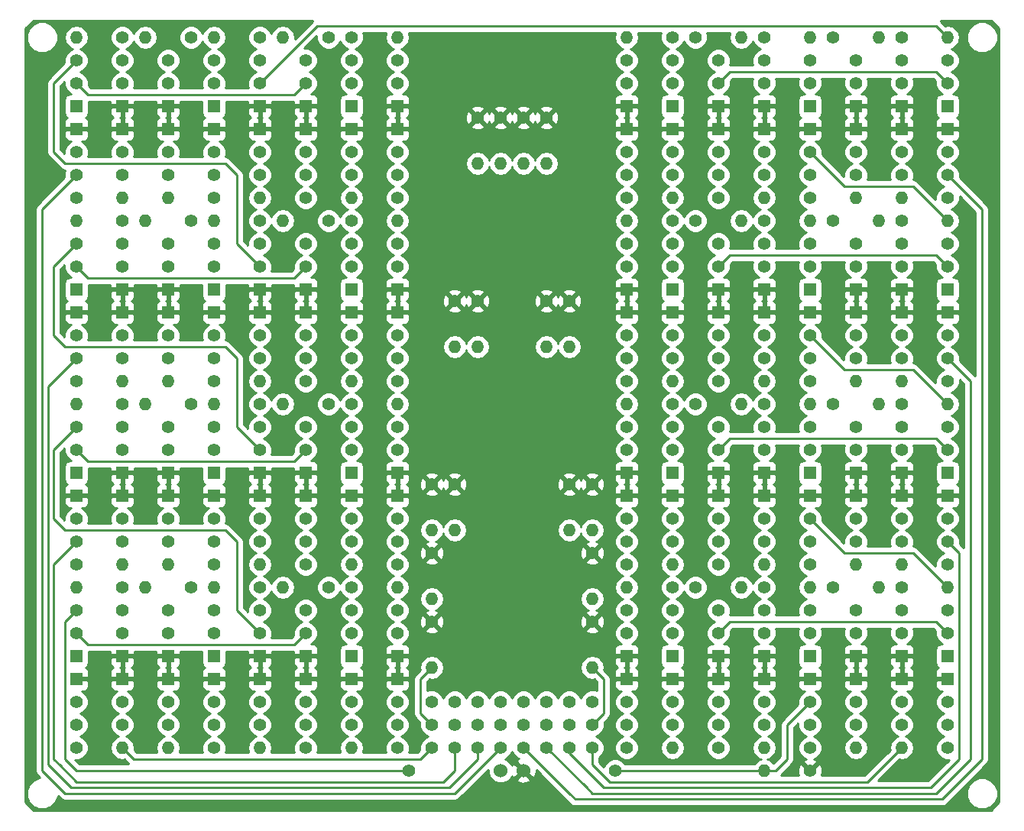
<source format=gbl>
G04 #@! TF.FileFunction,Copper,L2,Bot,Signal*
%FSLAX46Y46*%
G04 Gerber Fmt 4.6, Leading zero omitted, Abs format (unit mm)*
G04 Created by KiCad (PCBNEW 4.0.6) date Mon Sep 18 01:17:52 2017*
%MOMM*%
%LPD*%
G01*
G04 APERTURE LIST*
%ADD10C,0.100000*%
%ADD11C,1.400000*%
%ADD12R,1.400000X1.400000*%
%ADD13O,1.400000X1.400000*%
%ADD14C,1.524000*%
%ADD15C,0.250000*%
%ADD16C,0.254000*%
G04 APERTURE END LIST*
D10*
D11*
X207010000Y-109220000D03*
X207010000Y-106680000D03*
D12*
X207010000Y-111760000D03*
D11*
X207010000Y-88900000D03*
X207010000Y-86360000D03*
D12*
X207010000Y-91440000D03*
D11*
X130810000Y-63500000D03*
D13*
X125730000Y-63500000D03*
D11*
X171450000Y-137160000D03*
X171450000Y-139700000D03*
D12*
X171450000Y-134620000D03*
D11*
X176530000Y-137160000D03*
X176530000Y-139700000D03*
D12*
X176530000Y-134620000D03*
D11*
X181610000Y-137160000D03*
X181610000Y-139700000D03*
D12*
X181610000Y-134620000D03*
D11*
X186690000Y-137160000D03*
X186690000Y-139700000D03*
D12*
X186690000Y-134620000D03*
D11*
X171450000Y-129540000D03*
X171450000Y-127000000D03*
D12*
X171450000Y-132080000D03*
D11*
X176530000Y-129540000D03*
X176530000Y-127000000D03*
D12*
X176530000Y-132080000D03*
D11*
X181610000Y-129540000D03*
X181610000Y-127000000D03*
D12*
X181610000Y-132080000D03*
D11*
X191770000Y-144780000D03*
D13*
X186690000Y-144780000D03*
D11*
X171450000Y-142240000D03*
D13*
X176530000Y-142240000D03*
D11*
X207010000Y-142240000D03*
D13*
X201930000Y-142240000D03*
D11*
X167640000Y-120650000D03*
D13*
X167640000Y-125730000D03*
D14*
X160020000Y-144780000D03*
X157480000Y-144780000D03*
D11*
X167640000Y-137160000D03*
X165100000Y-137160000D03*
X162560000Y-137160000D03*
X160020000Y-137160000D03*
X157480000Y-137160000D03*
X154940000Y-137160000D03*
X152400000Y-137160000D03*
X149860000Y-137160000D03*
X167640000Y-142240000D03*
X165100000Y-142240000D03*
X162560000Y-142240000D03*
X160020000Y-142240000D03*
X157480000Y-142240000D03*
X154940000Y-142240000D03*
X152400000Y-142240000D03*
X149860000Y-142240000D03*
X171450000Y-116840000D03*
X171450000Y-119380000D03*
D12*
X171450000Y-114300000D03*
D11*
X176530000Y-116840000D03*
X176530000Y-119380000D03*
D12*
X176530000Y-114300000D03*
D11*
X181610000Y-116840000D03*
X181610000Y-119380000D03*
D12*
X181610000Y-114300000D03*
D11*
X186690000Y-116840000D03*
X186690000Y-119380000D03*
D12*
X186690000Y-114300000D03*
D11*
X191770000Y-116840000D03*
X191770000Y-119380000D03*
D12*
X191770000Y-114300000D03*
D11*
X196850000Y-116840000D03*
X196850000Y-119380000D03*
D12*
X196850000Y-114300000D03*
D11*
X201930000Y-116840000D03*
X201930000Y-119380000D03*
D12*
X201930000Y-114300000D03*
D11*
X186690000Y-124460000D03*
D13*
X191770000Y-124460000D03*
D11*
X194310000Y-124460000D03*
D13*
X199390000Y-124460000D03*
D11*
X201930000Y-124460000D03*
D13*
X207010000Y-124460000D03*
D11*
X171450000Y-121920000D03*
D13*
X176530000Y-121920000D03*
D11*
X191770000Y-137160000D03*
X191770000Y-139700000D03*
D12*
X191770000Y-134620000D03*
D11*
X196850000Y-137160000D03*
X196850000Y-139700000D03*
D12*
X196850000Y-134620000D03*
D11*
X201930000Y-137160000D03*
X201930000Y-139700000D03*
D12*
X201930000Y-134620000D03*
D11*
X207010000Y-137160000D03*
X207010000Y-139700000D03*
D12*
X207010000Y-134620000D03*
D11*
X186690000Y-129540000D03*
X186690000Y-127000000D03*
D12*
X186690000Y-132080000D03*
D11*
X191770000Y-129540000D03*
X191770000Y-127000000D03*
D12*
X191770000Y-132080000D03*
D11*
X196850000Y-129540000D03*
X196850000Y-127000000D03*
D12*
X196850000Y-132080000D03*
D11*
X201930000Y-129540000D03*
X201930000Y-127000000D03*
D12*
X201930000Y-132080000D03*
D11*
X207010000Y-129540000D03*
X207010000Y-127000000D03*
D12*
X207010000Y-132080000D03*
D11*
X181610000Y-142240000D03*
D13*
X186690000Y-142240000D03*
D11*
X191770000Y-142240000D03*
D13*
X196850000Y-142240000D03*
D11*
X167640000Y-128270000D03*
D13*
X167640000Y-133350000D03*
D11*
X176530000Y-124460000D03*
D13*
X171450000Y-124460000D03*
D11*
X179070000Y-124460000D03*
D13*
X184150000Y-124460000D03*
D11*
X207010000Y-116840000D03*
X207010000Y-119380000D03*
D12*
X207010000Y-114300000D03*
D11*
X171450000Y-109220000D03*
X171450000Y-106680000D03*
D12*
X171450000Y-111760000D03*
D11*
X176530000Y-109220000D03*
X176530000Y-106680000D03*
D12*
X176530000Y-111760000D03*
D11*
X181610000Y-109220000D03*
X181610000Y-106680000D03*
D12*
X181610000Y-111760000D03*
D11*
X186690000Y-109220000D03*
X186690000Y-106680000D03*
D12*
X186690000Y-111760000D03*
D11*
X191770000Y-109220000D03*
X191770000Y-106680000D03*
D12*
X191770000Y-111760000D03*
D11*
X196850000Y-109220000D03*
X196850000Y-106680000D03*
D12*
X196850000Y-111760000D03*
D11*
X201930000Y-109220000D03*
X201930000Y-106680000D03*
D12*
X201930000Y-111760000D03*
D11*
X171450000Y-96520000D03*
X171450000Y-99060000D03*
D12*
X171450000Y-93980000D03*
D11*
X176530000Y-96520000D03*
X176530000Y-99060000D03*
D12*
X176530000Y-93980000D03*
D11*
X181610000Y-96520000D03*
X181610000Y-99060000D03*
D12*
X181610000Y-93980000D03*
D11*
X186690000Y-96520000D03*
X186690000Y-99060000D03*
D12*
X186690000Y-93980000D03*
D11*
X191770000Y-96520000D03*
X191770000Y-99060000D03*
D12*
X191770000Y-93980000D03*
D11*
X196850000Y-96520000D03*
X196850000Y-99060000D03*
D12*
X196850000Y-93980000D03*
D11*
X201930000Y-96520000D03*
X201930000Y-99060000D03*
D12*
X201930000Y-93980000D03*
D11*
X207010000Y-96520000D03*
X207010000Y-99060000D03*
D12*
X207010000Y-93980000D03*
D11*
X171450000Y-88900000D03*
X171450000Y-86360000D03*
D12*
X171450000Y-91440000D03*
D11*
X176530000Y-88900000D03*
X176530000Y-86360000D03*
D12*
X176530000Y-91440000D03*
D11*
X181610000Y-88900000D03*
X181610000Y-86360000D03*
D12*
X181610000Y-91440000D03*
D11*
X186690000Y-88900000D03*
X186690000Y-86360000D03*
D12*
X186690000Y-91440000D03*
D11*
X191770000Y-88900000D03*
X191770000Y-86360000D03*
D12*
X191770000Y-91440000D03*
D11*
X196850000Y-88900000D03*
X196850000Y-86360000D03*
D12*
X196850000Y-91440000D03*
D11*
X201930000Y-88900000D03*
X201930000Y-86360000D03*
D12*
X201930000Y-91440000D03*
D11*
X171450000Y-76200000D03*
X171450000Y-78740000D03*
D12*
X171450000Y-73660000D03*
D11*
X176530000Y-76200000D03*
X176530000Y-78740000D03*
D12*
X176530000Y-73660000D03*
D11*
X181610000Y-76200000D03*
X181610000Y-78740000D03*
D12*
X181610000Y-73660000D03*
D11*
X186690000Y-76200000D03*
X186690000Y-78740000D03*
D12*
X186690000Y-73660000D03*
D11*
X191770000Y-76200000D03*
X191770000Y-78740000D03*
D12*
X191770000Y-73660000D03*
D11*
X196850000Y-76200000D03*
X196850000Y-78740000D03*
D12*
X196850000Y-73660000D03*
D11*
X201930000Y-76200000D03*
X201930000Y-78740000D03*
D12*
X201930000Y-73660000D03*
D11*
X181610000Y-121920000D03*
D13*
X186690000Y-121920000D03*
D11*
X191770000Y-121920000D03*
D13*
X196850000Y-121920000D03*
D11*
X207010000Y-121920000D03*
D13*
X201930000Y-121920000D03*
D11*
X165100000Y-113030000D03*
D13*
X165100000Y-118110000D03*
D11*
X167640000Y-113030000D03*
D13*
X167640000Y-118110000D03*
D11*
X176530000Y-104140000D03*
D13*
X171450000Y-104140000D03*
D11*
X179070000Y-104140000D03*
D13*
X184150000Y-104140000D03*
D11*
X186690000Y-104140000D03*
D13*
X191770000Y-104140000D03*
D11*
X194310000Y-104140000D03*
D13*
X199390000Y-104140000D03*
D11*
X201930000Y-104140000D03*
D13*
X207010000Y-104140000D03*
D11*
X171450000Y-101600000D03*
D13*
X176530000Y-101600000D03*
D11*
X181610000Y-101600000D03*
D13*
X186690000Y-101600000D03*
D11*
X191770000Y-101600000D03*
D13*
X196850000Y-101600000D03*
D11*
X207010000Y-101600000D03*
D13*
X201930000Y-101600000D03*
D11*
X162560000Y-92710000D03*
D13*
X162560000Y-97790000D03*
D11*
X165100000Y-92710000D03*
D13*
X165100000Y-97790000D03*
D11*
X176530000Y-83820000D03*
D13*
X171450000Y-83820000D03*
D11*
X179070000Y-83820000D03*
D13*
X184150000Y-83820000D03*
D11*
X147320000Y-144780000D03*
X207010000Y-76200000D03*
X207010000Y-78740000D03*
D12*
X207010000Y-73660000D03*
D11*
X171450000Y-68580000D03*
X171450000Y-66040000D03*
D12*
X171450000Y-71120000D03*
D11*
X176530000Y-68580000D03*
X176530000Y-66040000D03*
D12*
X176530000Y-71120000D03*
D11*
X181610000Y-68580000D03*
X181610000Y-66040000D03*
D12*
X181610000Y-71120000D03*
D11*
X186690000Y-68580000D03*
X186690000Y-66040000D03*
D12*
X186690000Y-71120000D03*
D11*
X191770000Y-68580000D03*
X191770000Y-66040000D03*
D12*
X191770000Y-71120000D03*
D11*
X196850000Y-68580000D03*
X196850000Y-66040000D03*
D12*
X196850000Y-71120000D03*
D11*
X201930000Y-68580000D03*
X201930000Y-66040000D03*
D12*
X201930000Y-71120000D03*
D11*
X207010000Y-68580000D03*
X207010000Y-66040000D03*
D12*
X207010000Y-71120000D03*
D11*
X146050000Y-76200000D03*
X146050000Y-78740000D03*
D12*
X146050000Y-73660000D03*
D11*
X140970000Y-76200000D03*
X140970000Y-78740000D03*
D12*
X140970000Y-73660000D03*
D11*
X135890000Y-76200000D03*
X135890000Y-78740000D03*
D12*
X135890000Y-73660000D03*
D11*
X130810000Y-76200000D03*
X130810000Y-78740000D03*
D12*
X130810000Y-73660000D03*
D11*
X125730000Y-76200000D03*
X125730000Y-78740000D03*
D12*
X125730000Y-73660000D03*
D11*
X120650000Y-76200000D03*
X120650000Y-78740000D03*
D12*
X120650000Y-73660000D03*
D11*
X115570000Y-76200000D03*
X115570000Y-78740000D03*
D12*
X115570000Y-73660000D03*
D11*
X110490000Y-76200000D03*
X110490000Y-78740000D03*
D12*
X110490000Y-73660000D03*
D11*
X146050000Y-68580000D03*
X146050000Y-66040000D03*
D12*
X146050000Y-71120000D03*
D11*
X140970000Y-68580000D03*
X140970000Y-66040000D03*
D12*
X140970000Y-71120000D03*
D11*
X135890000Y-68580000D03*
X135890000Y-66040000D03*
D12*
X135890000Y-71120000D03*
D11*
X130810000Y-68580000D03*
X130810000Y-66040000D03*
D12*
X130810000Y-71120000D03*
D11*
X125730000Y-68580000D03*
X125730000Y-66040000D03*
D12*
X125730000Y-71120000D03*
D11*
X120650000Y-68580000D03*
X120650000Y-66040000D03*
D12*
X120650000Y-71120000D03*
D11*
X115570000Y-68580000D03*
X115570000Y-66040000D03*
D12*
X115570000Y-71120000D03*
D11*
X110490000Y-68580000D03*
X110490000Y-66040000D03*
D12*
X110490000Y-71120000D03*
D11*
X146050000Y-96520000D03*
X146050000Y-99060000D03*
D12*
X146050000Y-93980000D03*
D11*
X140970000Y-96520000D03*
X140970000Y-99060000D03*
D12*
X140970000Y-93980000D03*
D11*
X135890000Y-96520000D03*
X135890000Y-99060000D03*
D12*
X135890000Y-93980000D03*
D11*
X130810000Y-96520000D03*
X130810000Y-99060000D03*
D12*
X130810000Y-93980000D03*
D11*
X125730000Y-96520000D03*
X125730000Y-99060000D03*
D12*
X125730000Y-93980000D03*
D11*
X120650000Y-96520000D03*
X120650000Y-99060000D03*
D12*
X120650000Y-93980000D03*
D11*
X115570000Y-96520000D03*
X115570000Y-99060000D03*
D12*
X115570000Y-93980000D03*
D11*
X110490000Y-96520000D03*
X110490000Y-99060000D03*
D12*
X110490000Y-93980000D03*
D11*
X146050000Y-88900000D03*
X146050000Y-86360000D03*
D12*
X146050000Y-91440000D03*
D11*
X140970000Y-88900000D03*
X140970000Y-86360000D03*
D12*
X140970000Y-91440000D03*
D11*
X135890000Y-88900000D03*
X135890000Y-86360000D03*
D12*
X135890000Y-91440000D03*
D11*
X130810000Y-88900000D03*
X130810000Y-86360000D03*
D12*
X130810000Y-91440000D03*
D11*
X125730000Y-88900000D03*
X125730000Y-86360000D03*
D12*
X125730000Y-91440000D03*
D11*
X120650000Y-88900000D03*
X120650000Y-86360000D03*
D12*
X120650000Y-91440000D03*
D11*
X115570000Y-88900000D03*
X115570000Y-86360000D03*
D12*
X115570000Y-91440000D03*
D11*
X110490000Y-88900000D03*
X110490000Y-86360000D03*
D12*
X110490000Y-91440000D03*
D11*
X146050000Y-116840000D03*
X146050000Y-119380000D03*
D12*
X146050000Y-114300000D03*
D11*
X140970000Y-116840000D03*
X140970000Y-119380000D03*
D12*
X140970000Y-114300000D03*
D11*
X135890000Y-116840000D03*
X135890000Y-119380000D03*
D12*
X135890000Y-114300000D03*
D11*
X130810000Y-116840000D03*
X130810000Y-119380000D03*
D12*
X130810000Y-114300000D03*
D11*
X125730000Y-116840000D03*
X125730000Y-119380000D03*
D12*
X125730000Y-114300000D03*
D11*
X120650000Y-116840000D03*
X120650000Y-119380000D03*
D12*
X120650000Y-114300000D03*
D11*
X115570000Y-116840000D03*
X115570000Y-119380000D03*
D12*
X115570000Y-114300000D03*
D11*
X110490000Y-116840000D03*
X110490000Y-119380000D03*
D12*
X110490000Y-114300000D03*
D11*
X146050000Y-109220000D03*
X146050000Y-106680000D03*
D12*
X146050000Y-111760000D03*
D11*
X140970000Y-109220000D03*
X140970000Y-106680000D03*
D12*
X140970000Y-111760000D03*
D11*
X135890000Y-109220000D03*
X135890000Y-106680000D03*
D12*
X135890000Y-111760000D03*
D11*
X130810000Y-109220000D03*
X130810000Y-106680000D03*
D12*
X130810000Y-111760000D03*
D11*
X125730000Y-109220000D03*
X125730000Y-106680000D03*
D12*
X125730000Y-111760000D03*
D11*
X120650000Y-109220000D03*
X120650000Y-106680000D03*
D12*
X120650000Y-111760000D03*
D11*
X115570000Y-109220000D03*
X115570000Y-106680000D03*
D12*
X115570000Y-111760000D03*
D11*
X110490000Y-109220000D03*
X110490000Y-106680000D03*
D12*
X110490000Y-111760000D03*
D11*
X146050000Y-137160000D03*
X146050000Y-139700000D03*
D12*
X146050000Y-134620000D03*
D11*
X140970000Y-137160000D03*
X140970000Y-139700000D03*
D12*
X140970000Y-134620000D03*
D11*
X135890000Y-137160000D03*
X135890000Y-139700000D03*
D12*
X135890000Y-134620000D03*
D11*
X130810000Y-137160000D03*
X130810000Y-139700000D03*
D12*
X130810000Y-134620000D03*
D11*
X125730000Y-137160000D03*
X125730000Y-139700000D03*
D12*
X125730000Y-134620000D03*
D11*
X120650000Y-137160000D03*
X120650000Y-139700000D03*
D12*
X120650000Y-134620000D03*
D11*
X115570000Y-137160000D03*
X115570000Y-139700000D03*
D12*
X115570000Y-134620000D03*
D11*
X186690000Y-83820000D03*
D13*
X191770000Y-83820000D03*
D11*
X194310000Y-83820000D03*
D13*
X199390000Y-83820000D03*
D11*
X201930000Y-83820000D03*
D13*
X207010000Y-83820000D03*
D11*
X171450000Y-81280000D03*
D13*
X176530000Y-81280000D03*
D11*
X181610000Y-81280000D03*
D13*
X186690000Y-81280000D03*
D11*
X191770000Y-81280000D03*
D13*
X196850000Y-81280000D03*
D11*
X207010000Y-81280000D03*
D13*
X201930000Y-81280000D03*
D11*
X160020000Y-72390000D03*
D13*
X160020000Y-77470000D03*
D11*
X162560000Y-72390000D03*
D13*
X162560000Y-77470000D03*
D11*
X176530000Y-63500000D03*
D13*
X171450000Y-63500000D03*
D11*
X179070000Y-63500000D03*
D13*
X184150000Y-63500000D03*
D11*
X186690000Y-63500000D03*
D13*
X191770000Y-63500000D03*
D11*
X194310000Y-63500000D03*
D13*
X199390000Y-63500000D03*
D11*
X201930000Y-63500000D03*
D13*
X207010000Y-63500000D03*
D11*
X146050000Y-81280000D03*
D13*
X140970000Y-81280000D03*
D11*
X135890000Y-81280000D03*
D13*
X130810000Y-81280000D03*
D11*
X125730000Y-81280000D03*
D13*
X120650000Y-81280000D03*
D11*
X110490000Y-81280000D03*
D13*
X115570000Y-81280000D03*
D11*
X157480000Y-72390000D03*
D13*
X157480000Y-77470000D03*
D11*
X154940000Y-72390000D03*
D13*
X154940000Y-77470000D03*
D11*
X140970000Y-63500000D03*
D13*
X146050000Y-63500000D03*
D11*
X138430000Y-63500000D03*
D13*
X133350000Y-63500000D03*
D11*
X123190000Y-63500000D03*
D13*
X118110000Y-63500000D03*
D11*
X115570000Y-63500000D03*
D13*
X110490000Y-63500000D03*
D11*
X146050000Y-101600000D03*
D13*
X140970000Y-101600000D03*
D11*
X135890000Y-101600000D03*
D13*
X130810000Y-101600000D03*
D11*
X125730000Y-101600000D03*
D13*
X120650000Y-101600000D03*
D11*
X110490000Y-101600000D03*
D13*
X115570000Y-101600000D03*
D11*
X154940000Y-92710000D03*
D13*
X154940000Y-97790000D03*
D11*
X152400000Y-92710000D03*
D13*
X152400000Y-97790000D03*
D11*
X140970000Y-83820000D03*
D13*
X146050000Y-83820000D03*
D11*
X138430000Y-83820000D03*
D13*
X133350000Y-83820000D03*
D11*
X130810000Y-83820000D03*
D13*
X125730000Y-83820000D03*
D11*
X123190000Y-83820000D03*
D13*
X118110000Y-83820000D03*
D11*
X115570000Y-83820000D03*
D13*
X110490000Y-83820000D03*
D11*
X146050000Y-121920000D03*
D13*
X140970000Y-121920000D03*
D11*
X135890000Y-121920000D03*
D13*
X130810000Y-121920000D03*
D11*
X125730000Y-121920000D03*
D13*
X120650000Y-121920000D03*
D11*
X110490000Y-121920000D03*
D13*
X115570000Y-121920000D03*
D11*
X152400000Y-113030000D03*
D13*
X152400000Y-118110000D03*
D11*
X149860000Y-113030000D03*
D13*
X149860000Y-118110000D03*
D11*
X140970000Y-104140000D03*
D13*
X146050000Y-104140000D03*
D11*
X138430000Y-104140000D03*
D13*
X133350000Y-104140000D03*
D11*
X130810000Y-104140000D03*
D13*
X125730000Y-104140000D03*
D11*
X123190000Y-104140000D03*
D13*
X118110000Y-104140000D03*
D11*
X115570000Y-104140000D03*
D13*
X110490000Y-104140000D03*
D11*
X146050000Y-142240000D03*
D13*
X140970000Y-142240000D03*
D11*
X135890000Y-142240000D03*
D13*
X130810000Y-142240000D03*
D11*
X125730000Y-142240000D03*
D13*
X120650000Y-142240000D03*
D11*
X110490000Y-142240000D03*
D13*
X115570000Y-142240000D03*
D11*
X149860000Y-120650000D03*
D13*
X149860000Y-125730000D03*
D11*
X167640000Y-139700000D03*
X165100000Y-139700000D03*
X162560000Y-139700000D03*
X160020000Y-139700000D03*
X157480000Y-139700000D03*
X154940000Y-139700000D03*
X152400000Y-139700000D03*
X149860000Y-139700000D03*
X110490000Y-137160000D03*
X110490000Y-139700000D03*
D12*
X110490000Y-134620000D03*
D11*
X146050000Y-129540000D03*
X146050000Y-127000000D03*
D12*
X146050000Y-132080000D03*
D11*
X140970000Y-129540000D03*
X140970000Y-127000000D03*
D12*
X140970000Y-132080000D03*
D11*
X135890000Y-129540000D03*
X135890000Y-127000000D03*
D12*
X135890000Y-132080000D03*
D11*
X130810000Y-129540000D03*
X130810000Y-127000000D03*
D12*
X130810000Y-132080000D03*
D11*
X125730000Y-129540000D03*
X125730000Y-127000000D03*
D12*
X125730000Y-132080000D03*
D11*
X120650000Y-129540000D03*
X120650000Y-127000000D03*
D12*
X120650000Y-132080000D03*
D11*
X115570000Y-129540000D03*
X115570000Y-127000000D03*
D12*
X115570000Y-132080000D03*
D11*
X110490000Y-129540000D03*
X110490000Y-127000000D03*
D12*
X110490000Y-132080000D03*
D11*
X149860000Y-128270000D03*
D13*
X149860000Y-133350000D03*
D11*
X140970000Y-124460000D03*
D13*
X146050000Y-124460000D03*
D11*
X138430000Y-124460000D03*
D13*
X133350000Y-124460000D03*
D11*
X130810000Y-124460000D03*
D13*
X125730000Y-124460000D03*
D11*
X123190000Y-124460000D03*
D13*
X118110000Y-124460000D03*
D11*
X115570000Y-124460000D03*
D13*
X110490000Y-124460000D03*
D11*
X170180000Y-144780000D03*
D15*
X181610000Y-129540000D02*
X182880000Y-128270000D01*
X205740000Y-128270000D02*
X207010000Y-129540000D01*
X182880000Y-128270000D02*
X205740000Y-128270000D01*
X168910000Y-134620000D02*
X167640000Y-133350000D01*
X168910000Y-138430000D02*
X168910000Y-134620000D01*
X167640000Y-139700000D02*
X168910000Y-138430000D01*
X148590000Y-134620000D02*
X149860000Y-133350000D01*
X148590000Y-138430000D02*
X148590000Y-134620000D01*
X149860000Y-139700000D02*
X148590000Y-138430000D01*
X167640000Y-144145000D02*
X169545000Y-146050000D01*
X198120000Y-146050000D02*
X181610000Y-146050000D01*
X201930000Y-142240000D02*
X198120000Y-146050000D01*
X167640000Y-144145000D02*
X167640000Y-142240000D01*
X169545000Y-146050000D02*
X181610000Y-146050000D01*
X165100000Y-142240000D02*
X165100000Y-142875000D01*
X165100000Y-142875000D02*
X168910000Y-146685000D01*
X168910000Y-146685000D02*
X169545000Y-146685000D01*
X205105000Y-146685000D02*
X205740000Y-146050000D01*
X169545000Y-146685000D02*
X205105000Y-146685000D01*
X205740000Y-146050000D02*
X208280000Y-143510000D01*
X208280000Y-120650000D02*
X207010000Y-119380000D01*
X208280000Y-143510000D02*
X208280000Y-120650000D01*
X167005000Y-146685000D02*
X167640000Y-147320000D01*
X205740000Y-147320000D02*
X206375000Y-146685000D01*
X167640000Y-147320000D02*
X205740000Y-147320000D01*
X162560000Y-142240000D02*
X167005000Y-146685000D01*
X209550000Y-101600000D02*
X207010000Y-99060000D01*
X209550000Y-143510000D02*
X209550000Y-101600000D01*
X206375000Y-146685000D02*
X209550000Y-143510000D01*
X165100000Y-147320000D02*
X165735000Y-147955000D01*
X206375000Y-147955000D02*
X207010000Y-147320000D01*
X165735000Y-147955000D02*
X206375000Y-147955000D01*
X160020000Y-142240000D02*
X165100000Y-147320000D01*
X207010000Y-147320000D02*
X210820000Y-143510000D01*
X210820000Y-143510000D02*
X210820000Y-82550000D01*
X210820000Y-82550000D02*
X207010000Y-78740000D01*
X106680000Y-144780000D02*
X106680000Y-82550000D01*
X152400000Y-147320000D02*
X109220000Y-147320000D01*
X152400000Y-147320000D02*
X157480000Y-142240000D01*
X106680000Y-144780000D02*
X109220000Y-147320000D01*
X110490000Y-78740000D02*
X106680000Y-82550000D01*
X107315000Y-144145000D02*
X107315000Y-102235000D01*
X151765000Y-146685000D02*
X109855000Y-146685000D01*
X154940000Y-142240000D02*
X154940000Y-143510000D01*
X154940000Y-143510000D02*
X151765000Y-146685000D01*
X109855000Y-146685000D02*
X107315000Y-144145000D01*
X107315000Y-102235000D02*
X110490000Y-99060000D01*
X108585000Y-144145000D02*
X107950000Y-143510000D01*
X110490000Y-146050000D02*
X108585000Y-144145000D01*
X107950000Y-143510000D02*
X107950000Y-121920000D01*
X107950000Y-121920000D02*
X108585000Y-121285000D01*
X152400000Y-142240000D02*
X152400000Y-144780000D01*
X152400000Y-144780000D02*
X151130000Y-146050000D01*
X151130000Y-146050000D02*
X110490000Y-146050000D01*
X108585000Y-121285000D02*
X110490000Y-119380000D01*
X116840000Y-143510000D02*
X115570000Y-142240000D01*
X148590000Y-143510000D02*
X116840000Y-143510000D01*
X149860000Y-142240000D02*
X148590000Y-143510000D01*
X207010000Y-124460000D02*
X203200000Y-120650000D01*
X195580000Y-120650000D02*
X191770000Y-116840000D01*
X203200000Y-120650000D02*
X195580000Y-120650000D01*
X191770000Y-96520000D02*
X195580000Y-100330000D01*
X195580000Y-100330000D02*
X203200000Y-100330000D01*
X203200000Y-100330000D02*
X207010000Y-104140000D01*
X181610000Y-109220000D02*
X182880000Y-107950000D01*
X182880000Y-107950000D02*
X205740000Y-107950000D01*
X205740000Y-107950000D02*
X207010000Y-109220000D01*
X191770000Y-76200000D02*
X195580000Y-80010000D01*
X195580000Y-80010000D02*
X203200000Y-80010000D01*
X203200000Y-80010000D02*
X207010000Y-83820000D01*
X181610000Y-88900000D02*
X182880000Y-87630000D01*
X182880000Y-87630000D02*
X205740000Y-87630000D01*
X205740000Y-87630000D02*
X207010000Y-88900000D01*
X130810000Y-68580000D02*
X137160000Y-62230000D01*
X137160000Y-62230000D02*
X205740000Y-62230000D01*
X205740000Y-62230000D02*
X207010000Y-63500000D01*
X109220000Y-128270000D02*
X110490000Y-127000000D01*
X109220000Y-143510000D02*
X109220000Y-128270000D01*
X110490000Y-144780000D02*
X109220000Y-143510000D01*
X110490000Y-144780000D02*
X147320000Y-144780000D01*
X181610000Y-68580000D02*
X182880000Y-67310000D01*
X182880000Y-67310000D02*
X205740000Y-67310000D01*
X205740000Y-67310000D02*
X207010000Y-68580000D01*
X107950000Y-68580000D02*
X110490000Y-66040000D01*
X107950000Y-76200000D02*
X109220000Y-77470000D01*
X109220000Y-77470000D02*
X127000000Y-77470000D01*
X107950000Y-76200000D02*
X107950000Y-68580000D01*
X128270000Y-78740000D02*
X128270000Y-86360000D01*
X127000000Y-77470000D02*
X128270000Y-78740000D01*
X130810000Y-88900000D02*
X128270000Y-86360000D01*
X134620000Y-69850000D02*
X135890000Y-68580000D01*
X111760000Y-69850000D02*
X134620000Y-69850000D01*
X110490000Y-68580000D02*
X111760000Y-69850000D01*
X110490000Y-86360000D02*
X107950000Y-88900000D01*
X107950000Y-88900000D02*
X107950000Y-96520000D01*
X107950000Y-96520000D02*
X109220000Y-97790000D01*
X109220000Y-97790000D02*
X127000000Y-97790000D01*
X128270000Y-99060000D02*
X128270000Y-106680000D01*
X127000000Y-97790000D02*
X128270000Y-99060000D01*
X128270000Y-106680000D02*
X130810000Y-109220000D01*
X110490000Y-106680000D02*
X107950000Y-109220000D01*
X107950000Y-109220000D02*
X107950000Y-116840000D01*
X107950000Y-116840000D02*
X109220000Y-118110000D01*
X109220000Y-118110000D02*
X127000000Y-118110000D01*
X128270000Y-119380000D02*
X128270000Y-127000000D01*
X127000000Y-118110000D02*
X128270000Y-119380000D01*
X128270000Y-127000000D02*
X130810000Y-129540000D01*
X135890000Y-109220000D02*
X134620000Y-110490000D01*
X134620000Y-110490000D02*
X111760000Y-110490000D01*
X111760000Y-110490000D02*
X110490000Y-109220000D01*
X170180000Y-144780000D02*
X186690000Y-144780000D01*
X191770000Y-137160000D02*
X189230000Y-139700000D01*
X187960000Y-144780000D02*
X186690000Y-144780000D01*
X189230000Y-143510000D02*
X187960000Y-144780000D01*
X189230000Y-139700000D02*
X189230000Y-143510000D01*
X134620000Y-90170000D02*
X135890000Y-88900000D01*
X134620000Y-90170000D02*
X111760000Y-90170000D01*
X110490000Y-88900000D02*
X111760000Y-90170000D01*
X135890000Y-129540000D02*
X134620000Y-130810000D01*
X134620000Y-130810000D02*
X111760000Y-130810000D01*
X111760000Y-130810000D02*
X110490000Y-129540000D01*
D16*
G36*
X136622599Y-61692599D02*
X134685319Y-63629879D01*
X134711154Y-63500000D01*
X134609533Y-62989118D01*
X134320142Y-62556012D01*
X133887036Y-62266621D01*
X133376154Y-62165000D01*
X133323846Y-62165000D01*
X132812964Y-62266621D01*
X132379858Y-62556012D01*
X132090467Y-62989118D01*
X132075165Y-63066045D01*
X131942418Y-62744771D01*
X131567204Y-62368902D01*
X131076713Y-62165232D01*
X130545617Y-62164769D01*
X130054771Y-62367582D01*
X129678902Y-62742796D01*
X129475232Y-63233287D01*
X129474769Y-63764383D01*
X129677582Y-64255229D01*
X130052796Y-64631098D01*
X130387527Y-64770091D01*
X130054771Y-64907582D01*
X129678902Y-65282796D01*
X129475232Y-65773287D01*
X129474769Y-66304383D01*
X129677582Y-66795229D01*
X130052796Y-67171098D01*
X130387527Y-67310091D01*
X130054771Y-67447582D01*
X129678902Y-67822796D01*
X129475232Y-68313287D01*
X129474769Y-68844383D01*
X129576256Y-69090000D01*
X126963746Y-69090000D01*
X127064768Y-68846713D01*
X127065231Y-68315617D01*
X126862418Y-67824771D01*
X126487204Y-67448902D01*
X126152473Y-67309909D01*
X126485229Y-67172418D01*
X126861098Y-66797204D01*
X127064768Y-66306713D01*
X127065231Y-65775617D01*
X126862418Y-65284771D01*
X126487204Y-64908902D01*
X126130097Y-64760618D01*
X126267036Y-64733379D01*
X126700142Y-64443988D01*
X126989533Y-64010882D01*
X127091154Y-63500000D01*
X126989533Y-62989118D01*
X126700142Y-62556012D01*
X126267036Y-62266621D01*
X125756154Y-62165000D01*
X125703846Y-62165000D01*
X125192964Y-62266621D01*
X124759858Y-62556012D01*
X124470467Y-62989118D01*
X124455165Y-63066045D01*
X124322418Y-62744771D01*
X123947204Y-62368902D01*
X123456713Y-62165232D01*
X122925617Y-62164769D01*
X122434771Y-62367582D01*
X122058902Y-62742796D01*
X121855232Y-63233287D01*
X121854769Y-63764383D01*
X122057582Y-64255229D01*
X122432796Y-64631098D01*
X122923287Y-64834768D01*
X123454383Y-64835231D01*
X123945229Y-64632418D01*
X124321098Y-64257204D01*
X124455216Y-63934212D01*
X124470467Y-64010882D01*
X124759858Y-64443988D01*
X125192964Y-64733379D01*
X125330274Y-64760692D01*
X124974771Y-64907582D01*
X124598902Y-65282796D01*
X124395232Y-65773287D01*
X124394769Y-66304383D01*
X124597582Y-66795229D01*
X124972796Y-67171098D01*
X125307527Y-67310091D01*
X124974771Y-67447582D01*
X124598902Y-67822796D01*
X124395232Y-68313287D01*
X124394769Y-68844383D01*
X124496256Y-69090000D01*
X121883746Y-69090000D01*
X121984768Y-68846713D01*
X121985231Y-68315617D01*
X121782418Y-67824771D01*
X121407204Y-67448902D01*
X121072473Y-67309909D01*
X121405229Y-67172418D01*
X121781098Y-66797204D01*
X121984768Y-66306713D01*
X121985231Y-65775617D01*
X121782418Y-65284771D01*
X121407204Y-64908902D01*
X120916713Y-64705232D01*
X120385617Y-64704769D01*
X119894771Y-64907582D01*
X119518902Y-65282796D01*
X119315232Y-65773287D01*
X119314769Y-66304383D01*
X119517582Y-66795229D01*
X119892796Y-67171098D01*
X120227527Y-67310091D01*
X119894771Y-67447582D01*
X119518902Y-67822796D01*
X119315232Y-68313287D01*
X119314769Y-68844383D01*
X119416256Y-69090000D01*
X116803746Y-69090000D01*
X116904768Y-68846713D01*
X116905231Y-68315617D01*
X116702418Y-67824771D01*
X116327204Y-67448902D01*
X115992473Y-67309909D01*
X116325229Y-67172418D01*
X116701098Y-66797204D01*
X116904768Y-66306713D01*
X116905231Y-65775617D01*
X116702418Y-65284771D01*
X116327204Y-64908902D01*
X115992473Y-64769909D01*
X116325229Y-64632418D01*
X116701098Y-64257204D01*
X116835216Y-63934212D01*
X116850467Y-64010882D01*
X117139858Y-64443988D01*
X117572964Y-64733379D01*
X118083846Y-64835000D01*
X118136154Y-64835000D01*
X118647036Y-64733379D01*
X119080142Y-64443988D01*
X119369533Y-64010882D01*
X119471154Y-63500000D01*
X119369533Y-62989118D01*
X119080142Y-62556012D01*
X118647036Y-62266621D01*
X118136154Y-62165000D01*
X118083846Y-62165000D01*
X117572964Y-62266621D01*
X117139858Y-62556012D01*
X116850467Y-62989118D01*
X116835165Y-63066045D01*
X116702418Y-62744771D01*
X116327204Y-62368902D01*
X115836713Y-62165232D01*
X115305617Y-62164769D01*
X114814771Y-62367582D01*
X114438902Y-62742796D01*
X114235232Y-63233287D01*
X114234769Y-63764383D01*
X114437582Y-64255229D01*
X114812796Y-64631098D01*
X115147527Y-64770091D01*
X114814771Y-64907582D01*
X114438902Y-65282796D01*
X114235232Y-65773287D01*
X114234769Y-66304383D01*
X114437582Y-66795229D01*
X114812796Y-67171098D01*
X115147527Y-67310091D01*
X114814771Y-67447582D01*
X114438902Y-67822796D01*
X114235232Y-68313287D01*
X114234769Y-68844383D01*
X114336256Y-69090000D01*
X112074802Y-69090000D01*
X111824774Y-68839972D01*
X111825231Y-68315617D01*
X111622418Y-67824771D01*
X111247204Y-67448902D01*
X110912473Y-67309909D01*
X111245229Y-67172418D01*
X111621098Y-66797204D01*
X111824768Y-66306713D01*
X111825231Y-65775617D01*
X111622418Y-65284771D01*
X111247204Y-64908902D01*
X110890097Y-64760618D01*
X111027036Y-64733379D01*
X111460142Y-64443988D01*
X111749533Y-64010882D01*
X111851154Y-63500000D01*
X111749533Y-62989118D01*
X111460142Y-62556012D01*
X111027036Y-62266621D01*
X110516154Y-62165000D01*
X110463846Y-62165000D01*
X109952964Y-62266621D01*
X109519858Y-62556012D01*
X109230467Y-62989118D01*
X109128846Y-63500000D01*
X109230467Y-64010882D01*
X109519858Y-64443988D01*
X109952964Y-64733379D01*
X110090274Y-64760692D01*
X109734771Y-64907582D01*
X109358902Y-65282796D01*
X109155232Y-65773287D01*
X109154772Y-66300426D01*
X107412599Y-68042599D01*
X107247852Y-68289161D01*
X107190000Y-68580000D01*
X107190000Y-76200000D01*
X107247852Y-76490839D01*
X107412599Y-76737401D01*
X108682599Y-78007401D01*
X108929160Y-78172148D01*
X109220000Y-78230000D01*
X109256254Y-78230000D01*
X109155232Y-78473287D01*
X109154772Y-79000426D01*
X106142599Y-82012599D01*
X105977852Y-82259161D01*
X105920000Y-82550000D01*
X105920000Y-144780000D01*
X105977852Y-145070839D01*
X106142599Y-145317401D01*
X106409961Y-145584763D01*
X106336401Y-145584699D01*
X105698485Y-145848281D01*
X105209996Y-146335918D01*
X104945301Y-146973373D01*
X104944699Y-147663599D01*
X105208281Y-148301515D01*
X105695918Y-148790004D01*
X106333373Y-149054699D01*
X107023599Y-149055301D01*
X107661515Y-148791719D01*
X108150004Y-148304082D01*
X108414699Y-147666627D01*
X108414766Y-147589568D01*
X108682599Y-147857401D01*
X108929160Y-148022148D01*
X108977414Y-148031746D01*
X109220000Y-148080000D01*
X152400000Y-148080000D01*
X152690839Y-148022148D01*
X152937401Y-147857401D01*
X156083059Y-144711743D01*
X156082758Y-145056661D01*
X156294990Y-145570303D01*
X156687630Y-145963629D01*
X157200900Y-146176757D01*
X157756661Y-146177242D01*
X158270303Y-145965010D01*
X158475457Y-145760213D01*
X159219392Y-145760213D01*
X159288857Y-146002397D01*
X159812302Y-146189144D01*
X160367368Y-146161362D01*
X160751143Y-146002397D01*
X160820608Y-145760213D01*
X160020000Y-144959605D01*
X159219392Y-145760213D01*
X158475457Y-145760213D01*
X158663629Y-145572370D01*
X158743395Y-145380273D01*
X158797603Y-145511143D01*
X159039787Y-145580608D01*
X159840395Y-144780000D01*
X159039787Y-143979392D01*
X158797603Y-144048857D01*
X158747491Y-144189318D01*
X158665010Y-143989697D01*
X158272370Y-143596371D01*
X157983510Y-143476426D01*
X158235229Y-143372418D01*
X158611098Y-142997204D01*
X158750091Y-142662473D01*
X158887582Y-142995229D01*
X159262796Y-143371098D01*
X159500664Y-143469870D01*
X159288857Y-143557603D01*
X159219392Y-143799787D01*
X160020000Y-144600395D01*
X160034143Y-144586253D01*
X160213748Y-144765858D01*
X160199605Y-144780000D01*
X161000213Y-145580608D01*
X161242397Y-145511143D01*
X161429144Y-144987698D01*
X161415247Y-144710049D01*
X165197599Y-148492401D01*
X165444161Y-148657148D01*
X165735000Y-148715000D01*
X206375000Y-148715000D01*
X206665839Y-148657148D01*
X206912401Y-148492401D01*
X207741203Y-147663599D01*
X209084699Y-147663599D01*
X209348281Y-148301515D01*
X209835918Y-148790004D01*
X210473373Y-149054699D01*
X211163599Y-149055301D01*
X211801515Y-148791719D01*
X212290004Y-148304082D01*
X212554699Y-147666627D01*
X212555301Y-146976401D01*
X212291719Y-146338485D01*
X211804082Y-145849996D01*
X211166627Y-145585301D01*
X210476401Y-145584699D01*
X209838485Y-145848281D01*
X209349996Y-146335918D01*
X209085301Y-146973373D01*
X209084699Y-147663599D01*
X207741203Y-147663599D01*
X211357401Y-144047401D01*
X211522148Y-143800839D01*
X211580000Y-143510000D01*
X211580000Y-82550000D01*
X211522148Y-82259161D01*
X211357401Y-82012599D01*
X208344774Y-78999972D01*
X208345231Y-78475617D01*
X208142418Y-77984771D01*
X207767204Y-77608902D01*
X207432473Y-77469909D01*
X207765229Y-77332418D01*
X208141098Y-76957204D01*
X208344768Y-76466713D01*
X208345231Y-75935617D01*
X208142418Y-75444771D01*
X207767204Y-75068902D01*
X207589229Y-74995000D01*
X207836309Y-74995000D01*
X208069698Y-74898327D01*
X208248327Y-74719699D01*
X208345000Y-74486310D01*
X208345000Y-73945750D01*
X208186250Y-73787000D01*
X207137000Y-73787000D01*
X207137000Y-73807000D01*
X206883000Y-73807000D01*
X206883000Y-73787000D01*
X205833750Y-73787000D01*
X205675000Y-73945750D01*
X205675000Y-74486310D01*
X205771673Y-74719699D01*
X205950302Y-74898327D01*
X206183691Y-74995000D01*
X206430433Y-74995000D01*
X206254771Y-75067582D01*
X205878902Y-75442796D01*
X205675232Y-75933287D01*
X205674769Y-76464383D01*
X205877582Y-76955229D01*
X206252796Y-77331098D01*
X206587527Y-77470091D01*
X206254771Y-77607582D01*
X205878902Y-77982796D01*
X205675232Y-78473287D01*
X205674769Y-79004383D01*
X205877582Y-79495229D01*
X206252796Y-79871098D01*
X206587527Y-80010091D01*
X206254771Y-80147582D01*
X205878902Y-80522796D01*
X205675232Y-81013287D01*
X205674886Y-81410084D01*
X203737401Y-79472599D01*
X203490839Y-79307852D01*
X203200000Y-79250000D01*
X203163746Y-79250000D01*
X203264768Y-79006713D01*
X203265231Y-78475617D01*
X203062418Y-77984771D01*
X202687204Y-77608902D01*
X202352473Y-77469909D01*
X202685229Y-77332418D01*
X203061098Y-76957204D01*
X203264768Y-76466713D01*
X203265231Y-75935617D01*
X203062418Y-75444771D01*
X202687204Y-75068902D01*
X202509229Y-74995000D01*
X202756309Y-74995000D01*
X202989698Y-74898327D01*
X203168327Y-74719699D01*
X203265000Y-74486310D01*
X203265000Y-73945750D01*
X203106250Y-73787000D01*
X202057000Y-73787000D01*
X202057000Y-73807000D01*
X201803000Y-73807000D01*
X201803000Y-73787000D01*
X200753750Y-73787000D01*
X200595000Y-73945750D01*
X200595000Y-74486310D01*
X200691673Y-74719699D01*
X200870302Y-74898327D01*
X201103691Y-74995000D01*
X201350433Y-74995000D01*
X201174771Y-75067582D01*
X200798902Y-75442796D01*
X200595232Y-75933287D01*
X200594769Y-76464383D01*
X200797582Y-76955229D01*
X201172796Y-77331098D01*
X201507527Y-77470091D01*
X201174771Y-77607582D01*
X200798902Y-77982796D01*
X200595232Y-78473287D01*
X200594769Y-79004383D01*
X200696256Y-79250000D01*
X198083746Y-79250000D01*
X198184768Y-79006713D01*
X198185231Y-78475617D01*
X197982418Y-77984771D01*
X197607204Y-77608902D01*
X197272473Y-77469909D01*
X197605229Y-77332418D01*
X197981098Y-76957204D01*
X198184768Y-76466713D01*
X198185231Y-75935617D01*
X197982418Y-75444771D01*
X197607204Y-75068902D01*
X197429229Y-74995000D01*
X197676309Y-74995000D01*
X197909698Y-74898327D01*
X198088327Y-74719699D01*
X198185000Y-74486310D01*
X198185000Y-73945750D01*
X198026250Y-73787000D01*
X196977000Y-73787000D01*
X196977000Y-73807000D01*
X196723000Y-73807000D01*
X196723000Y-73787000D01*
X195673750Y-73787000D01*
X195515000Y-73945750D01*
X195515000Y-74486310D01*
X195611673Y-74719699D01*
X195790302Y-74898327D01*
X196023691Y-74995000D01*
X196270433Y-74995000D01*
X196094771Y-75067582D01*
X195718902Y-75442796D01*
X195515232Y-75933287D01*
X195514769Y-76464383D01*
X195717582Y-76955229D01*
X196092796Y-77331098D01*
X196427527Y-77470091D01*
X196094771Y-77607582D01*
X195718902Y-77982796D01*
X195515232Y-78473287D01*
X195514886Y-78870084D01*
X193104774Y-76459972D01*
X193105231Y-75935617D01*
X192902418Y-75444771D01*
X192527204Y-75068902D01*
X192349229Y-74995000D01*
X192596309Y-74995000D01*
X192829698Y-74898327D01*
X193008327Y-74719699D01*
X193105000Y-74486310D01*
X193105000Y-73945750D01*
X192946250Y-73787000D01*
X191897000Y-73787000D01*
X191897000Y-73807000D01*
X191643000Y-73807000D01*
X191643000Y-73787000D01*
X190593750Y-73787000D01*
X190435000Y-73945750D01*
X190435000Y-74486310D01*
X190531673Y-74719699D01*
X190710302Y-74898327D01*
X190943691Y-74995000D01*
X191190433Y-74995000D01*
X191014771Y-75067582D01*
X190638902Y-75442796D01*
X190435232Y-75933287D01*
X190434769Y-76464383D01*
X190637582Y-76955229D01*
X191012796Y-77331098D01*
X191347527Y-77470091D01*
X191014771Y-77607582D01*
X190638902Y-77982796D01*
X190435232Y-78473287D01*
X190434769Y-79004383D01*
X190637582Y-79495229D01*
X191012796Y-79871098D01*
X191347527Y-80010091D01*
X191014771Y-80147582D01*
X190638902Y-80522796D01*
X190435232Y-81013287D01*
X190434769Y-81544383D01*
X190637582Y-82035229D01*
X191012796Y-82411098D01*
X191369903Y-82559382D01*
X191232964Y-82586621D01*
X190799858Y-82876012D01*
X190510467Y-83309118D01*
X190408846Y-83820000D01*
X190510467Y-84330882D01*
X190799858Y-84763988D01*
X191232964Y-85053379D01*
X191370274Y-85080692D01*
X191014771Y-85227582D01*
X190638902Y-85602796D01*
X190435232Y-86093287D01*
X190434769Y-86624383D01*
X190536256Y-86870000D01*
X187923746Y-86870000D01*
X188024768Y-86626713D01*
X188025231Y-86095617D01*
X187822418Y-85604771D01*
X187447204Y-85228902D01*
X187112473Y-85089909D01*
X187445229Y-84952418D01*
X187821098Y-84577204D01*
X188024768Y-84086713D01*
X188025231Y-83555617D01*
X187822418Y-83064771D01*
X187447204Y-82688902D01*
X187090097Y-82540618D01*
X187227036Y-82513379D01*
X187660142Y-82223988D01*
X187949533Y-81790882D01*
X188051154Y-81280000D01*
X187949533Y-80769118D01*
X187660142Y-80336012D01*
X187227036Y-80046621D01*
X187089726Y-80019308D01*
X187445229Y-79872418D01*
X187821098Y-79497204D01*
X188024768Y-79006713D01*
X188025231Y-78475617D01*
X187822418Y-77984771D01*
X187447204Y-77608902D01*
X187112473Y-77469909D01*
X187445229Y-77332418D01*
X187821098Y-76957204D01*
X188024768Y-76466713D01*
X188025231Y-75935617D01*
X187822418Y-75444771D01*
X187447204Y-75068902D01*
X187269229Y-74995000D01*
X187516309Y-74995000D01*
X187749698Y-74898327D01*
X187928327Y-74719699D01*
X188025000Y-74486310D01*
X188025000Y-73945750D01*
X187866250Y-73787000D01*
X186817000Y-73787000D01*
X186817000Y-73807000D01*
X186563000Y-73807000D01*
X186563000Y-73787000D01*
X185513750Y-73787000D01*
X185355000Y-73945750D01*
X185355000Y-74486310D01*
X185451673Y-74719699D01*
X185630302Y-74898327D01*
X185863691Y-74995000D01*
X186110433Y-74995000D01*
X185934771Y-75067582D01*
X185558902Y-75442796D01*
X185355232Y-75933287D01*
X185354769Y-76464383D01*
X185557582Y-76955229D01*
X185932796Y-77331098D01*
X186267527Y-77470091D01*
X185934771Y-77607582D01*
X185558902Y-77982796D01*
X185355232Y-78473287D01*
X185354769Y-79004383D01*
X185557582Y-79495229D01*
X185932796Y-79871098D01*
X186289903Y-80019382D01*
X186152964Y-80046621D01*
X185719858Y-80336012D01*
X185430467Y-80769118D01*
X185328846Y-81280000D01*
X185430467Y-81790882D01*
X185719858Y-82223988D01*
X186152964Y-82513379D01*
X186290274Y-82540692D01*
X185934771Y-82687582D01*
X185558902Y-83062796D01*
X185424784Y-83385788D01*
X185409533Y-83309118D01*
X185120142Y-82876012D01*
X184687036Y-82586621D01*
X184176154Y-82485000D01*
X184123846Y-82485000D01*
X183612964Y-82586621D01*
X183179858Y-82876012D01*
X182890467Y-83309118D01*
X182788846Y-83820000D01*
X182890467Y-84330882D01*
X183179858Y-84763988D01*
X183612964Y-85053379D01*
X184123846Y-85155000D01*
X184176154Y-85155000D01*
X184687036Y-85053379D01*
X185120142Y-84763988D01*
X185409533Y-84330882D01*
X185424835Y-84253955D01*
X185557582Y-84575229D01*
X185932796Y-84951098D01*
X186267527Y-85090091D01*
X185934771Y-85227582D01*
X185558902Y-85602796D01*
X185355232Y-86093287D01*
X185354769Y-86624383D01*
X185456256Y-86870000D01*
X182880000Y-86870000D01*
X182840482Y-86877861D01*
X182944768Y-86626713D01*
X182945231Y-86095617D01*
X182742418Y-85604771D01*
X182367204Y-85228902D01*
X181876713Y-85025232D01*
X181345617Y-85024769D01*
X180854771Y-85227582D01*
X180478902Y-85602796D01*
X180275232Y-86093287D01*
X180274769Y-86624383D01*
X180477582Y-87115229D01*
X180852796Y-87491098D01*
X181187527Y-87630091D01*
X180854771Y-87767582D01*
X180478902Y-88142796D01*
X180275232Y-88633287D01*
X180274769Y-89164383D01*
X180477582Y-89655229D01*
X180852796Y-90031098D01*
X181030771Y-90105000D01*
X180783691Y-90105000D01*
X180550302Y-90201673D01*
X180371673Y-90380301D01*
X180275000Y-90613690D01*
X180275000Y-91154250D01*
X180433750Y-91313000D01*
X181483000Y-91313000D01*
X181483000Y-91293000D01*
X181737000Y-91293000D01*
X181737000Y-91313000D01*
X182786250Y-91313000D01*
X182945000Y-91154250D01*
X182945000Y-90613690D01*
X182848327Y-90380301D01*
X182669698Y-90201673D01*
X182436309Y-90105000D01*
X182189567Y-90105000D01*
X182365229Y-90032418D01*
X182741098Y-89657204D01*
X182944768Y-89166713D01*
X182945228Y-88639574D01*
X183194802Y-88390000D01*
X185456254Y-88390000D01*
X185355232Y-88633287D01*
X185354769Y-89164383D01*
X185557582Y-89655229D01*
X185932796Y-90031098D01*
X186110771Y-90105000D01*
X185863691Y-90105000D01*
X185630302Y-90201673D01*
X185451673Y-90380301D01*
X185355000Y-90613690D01*
X185355000Y-91154250D01*
X185513750Y-91313000D01*
X186563000Y-91313000D01*
X186563000Y-91293000D01*
X186817000Y-91293000D01*
X186817000Y-91313000D01*
X187866250Y-91313000D01*
X188025000Y-91154250D01*
X188025000Y-90613690D01*
X187928327Y-90380301D01*
X187749698Y-90201673D01*
X187516309Y-90105000D01*
X187269567Y-90105000D01*
X187445229Y-90032418D01*
X187821098Y-89657204D01*
X188024768Y-89166713D01*
X188025231Y-88635617D01*
X187923744Y-88390000D01*
X190536254Y-88390000D01*
X190435232Y-88633287D01*
X190434769Y-89164383D01*
X190637582Y-89655229D01*
X191012796Y-90031098D01*
X191160813Y-90092560D01*
X191070000Y-90092560D01*
X190834683Y-90136838D01*
X190618559Y-90275910D01*
X190473569Y-90488110D01*
X190422560Y-90740000D01*
X190422560Y-92140000D01*
X190466838Y-92375317D01*
X190605910Y-92591441D01*
X190782197Y-92711893D01*
X190710302Y-92741673D01*
X190531673Y-92920301D01*
X190435000Y-93153690D01*
X190435000Y-93694250D01*
X190593750Y-93853000D01*
X191643000Y-93853000D01*
X191643000Y-93833000D01*
X191897000Y-93833000D01*
X191897000Y-93853000D01*
X192946250Y-93853000D01*
X193105000Y-93694250D01*
X193105000Y-93153690D01*
X193008327Y-92920301D01*
X192829698Y-92741673D01*
X192755435Y-92710912D01*
X192921441Y-92604090D01*
X193066431Y-92391890D01*
X193117440Y-92140000D01*
X193117440Y-91725750D01*
X195515000Y-91725750D01*
X195515000Y-92266310D01*
X195611673Y-92499699D01*
X195790302Y-92678327D01*
X195866767Y-92710000D01*
X195790302Y-92741673D01*
X195611673Y-92920301D01*
X195515000Y-93153690D01*
X195515000Y-93694250D01*
X195673750Y-93853000D01*
X196723000Y-93853000D01*
X196723000Y-92803750D01*
X196629250Y-92710000D01*
X196723000Y-92616250D01*
X196723000Y-91567000D01*
X196977000Y-91567000D01*
X196977000Y-92616250D01*
X197070750Y-92710000D01*
X196977000Y-92803750D01*
X196977000Y-93853000D01*
X198026250Y-93853000D01*
X198185000Y-93694250D01*
X198185000Y-93153690D01*
X198088327Y-92920301D01*
X197909698Y-92741673D01*
X197833233Y-92710000D01*
X197909698Y-92678327D01*
X198088327Y-92499699D01*
X198185000Y-92266310D01*
X198185000Y-91725750D01*
X200595000Y-91725750D01*
X200595000Y-92266310D01*
X200691673Y-92499699D01*
X200870302Y-92678327D01*
X200946767Y-92710000D01*
X200870302Y-92741673D01*
X200691673Y-92920301D01*
X200595000Y-93153690D01*
X200595000Y-93694250D01*
X200753750Y-93853000D01*
X201803000Y-93853000D01*
X201803000Y-92803750D01*
X201709250Y-92710000D01*
X201803000Y-92616250D01*
X201803000Y-91567000D01*
X202057000Y-91567000D01*
X202057000Y-92616250D01*
X202150750Y-92710000D01*
X202057000Y-92803750D01*
X202057000Y-93853000D01*
X203106250Y-93853000D01*
X203265000Y-93694250D01*
X203265000Y-93153690D01*
X203168327Y-92920301D01*
X202989698Y-92741673D01*
X202913233Y-92710000D01*
X202989698Y-92678327D01*
X203168327Y-92499699D01*
X203265000Y-92266310D01*
X203265000Y-91725750D01*
X203106250Y-91567000D01*
X202057000Y-91567000D01*
X201803000Y-91567000D01*
X200753750Y-91567000D01*
X200595000Y-91725750D01*
X198185000Y-91725750D01*
X198026250Y-91567000D01*
X196977000Y-91567000D01*
X196723000Y-91567000D01*
X195673750Y-91567000D01*
X195515000Y-91725750D01*
X193117440Y-91725750D01*
X193117440Y-90740000D01*
X193073162Y-90504683D01*
X192934090Y-90288559D01*
X192721890Y-90143569D01*
X192470000Y-90092560D01*
X192379674Y-90092560D01*
X192525229Y-90032418D01*
X192901098Y-89657204D01*
X193104768Y-89166713D01*
X193105231Y-88635617D01*
X193003744Y-88390000D01*
X195616254Y-88390000D01*
X195515232Y-88633287D01*
X195514769Y-89164383D01*
X195717582Y-89655229D01*
X196092796Y-90031098D01*
X196270771Y-90105000D01*
X196023691Y-90105000D01*
X195790302Y-90201673D01*
X195611673Y-90380301D01*
X195515000Y-90613690D01*
X195515000Y-91154250D01*
X195673750Y-91313000D01*
X196723000Y-91313000D01*
X196723000Y-91293000D01*
X196977000Y-91293000D01*
X196977000Y-91313000D01*
X198026250Y-91313000D01*
X198185000Y-91154250D01*
X198185000Y-90613690D01*
X198088327Y-90380301D01*
X197909698Y-90201673D01*
X197676309Y-90105000D01*
X197429567Y-90105000D01*
X197605229Y-90032418D01*
X197981098Y-89657204D01*
X198184768Y-89166713D01*
X198185231Y-88635617D01*
X198083744Y-88390000D01*
X200696254Y-88390000D01*
X200595232Y-88633287D01*
X200594769Y-89164383D01*
X200797582Y-89655229D01*
X201172796Y-90031098D01*
X201350771Y-90105000D01*
X201103691Y-90105000D01*
X200870302Y-90201673D01*
X200691673Y-90380301D01*
X200595000Y-90613690D01*
X200595000Y-91154250D01*
X200753750Y-91313000D01*
X201803000Y-91313000D01*
X201803000Y-91293000D01*
X202057000Y-91293000D01*
X202057000Y-91313000D01*
X203106250Y-91313000D01*
X203265000Y-91154250D01*
X203265000Y-90613690D01*
X203168327Y-90380301D01*
X202989698Y-90201673D01*
X202756309Y-90105000D01*
X202509567Y-90105000D01*
X202685229Y-90032418D01*
X203061098Y-89657204D01*
X203264768Y-89166713D01*
X203265231Y-88635617D01*
X203163744Y-88390000D01*
X205425198Y-88390000D01*
X205675226Y-88640028D01*
X205674769Y-89164383D01*
X205877582Y-89655229D01*
X206252796Y-90031098D01*
X206400813Y-90092560D01*
X206310000Y-90092560D01*
X206074683Y-90136838D01*
X205858559Y-90275910D01*
X205713569Y-90488110D01*
X205662560Y-90740000D01*
X205662560Y-92140000D01*
X205706838Y-92375317D01*
X205845910Y-92591441D01*
X206022197Y-92711893D01*
X205950302Y-92741673D01*
X205771673Y-92920301D01*
X205675000Y-93153690D01*
X205675000Y-93694250D01*
X205833750Y-93853000D01*
X206883000Y-93853000D01*
X206883000Y-93833000D01*
X207137000Y-93833000D01*
X207137000Y-93853000D01*
X208186250Y-93853000D01*
X208345000Y-93694250D01*
X208345000Y-93153690D01*
X208248327Y-92920301D01*
X208069698Y-92741673D01*
X207995435Y-92710912D01*
X208161441Y-92604090D01*
X208306431Y-92391890D01*
X208357440Y-92140000D01*
X208357440Y-90740000D01*
X208313162Y-90504683D01*
X208174090Y-90288559D01*
X207961890Y-90143569D01*
X207710000Y-90092560D01*
X207619674Y-90092560D01*
X207765229Y-90032418D01*
X208141098Y-89657204D01*
X208344768Y-89166713D01*
X208345231Y-88635617D01*
X208142418Y-88144771D01*
X207767204Y-87768902D01*
X207432473Y-87629909D01*
X207765229Y-87492418D01*
X208141098Y-87117204D01*
X208344768Y-86626713D01*
X208345231Y-86095617D01*
X208142418Y-85604771D01*
X207767204Y-85228902D01*
X207410097Y-85080618D01*
X207547036Y-85053379D01*
X207980142Y-84763988D01*
X208269533Y-84330882D01*
X208371154Y-83820000D01*
X208269533Y-83309118D01*
X207980142Y-82876012D01*
X207547036Y-82586621D01*
X207409726Y-82559308D01*
X207765229Y-82412418D01*
X208141098Y-82037204D01*
X208344768Y-81546713D01*
X208345114Y-81149916D01*
X210060000Y-82864802D01*
X210060000Y-101035198D01*
X208344774Y-99319972D01*
X208345231Y-98795617D01*
X208142418Y-98304771D01*
X207767204Y-97928902D01*
X207432473Y-97789909D01*
X207765229Y-97652418D01*
X208141098Y-97277204D01*
X208344768Y-96786713D01*
X208345231Y-96255617D01*
X208142418Y-95764771D01*
X207767204Y-95388902D01*
X207589229Y-95315000D01*
X207836309Y-95315000D01*
X208069698Y-95218327D01*
X208248327Y-95039699D01*
X208345000Y-94806310D01*
X208345000Y-94265750D01*
X208186250Y-94107000D01*
X207137000Y-94107000D01*
X207137000Y-94127000D01*
X206883000Y-94127000D01*
X206883000Y-94107000D01*
X205833750Y-94107000D01*
X205675000Y-94265750D01*
X205675000Y-94806310D01*
X205771673Y-95039699D01*
X205950302Y-95218327D01*
X206183691Y-95315000D01*
X206430433Y-95315000D01*
X206254771Y-95387582D01*
X205878902Y-95762796D01*
X205675232Y-96253287D01*
X205674769Y-96784383D01*
X205877582Y-97275229D01*
X206252796Y-97651098D01*
X206587527Y-97790091D01*
X206254771Y-97927582D01*
X205878902Y-98302796D01*
X205675232Y-98793287D01*
X205674769Y-99324383D01*
X205877582Y-99815229D01*
X206252796Y-100191098D01*
X206587527Y-100330091D01*
X206254771Y-100467582D01*
X205878902Y-100842796D01*
X205675232Y-101333287D01*
X205674886Y-101730084D01*
X203737401Y-99792599D01*
X203490839Y-99627852D01*
X203200000Y-99570000D01*
X203163746Y-99570000D01*
X203264768Y-99326713D01*
X203265231Y-98795617D01*
X203062418Y-98304771D01*
X202687204Y-97928902D01*
X202352473Y-97789909D01*
X202685229Y-97652418D01*
X203061098Y-97277204D01*
X203264768Y-96786713D01*
X203265231Y-96255617D01*
X203062418Y-95764771D01*
X202687204Y-95388902D01*
X202509229Y-95315000D01*
X202756309Y-95315000D01*
X202989698Y-95218327D01*
X203168327Y-95039699D01*
X203265000Y-94806310D01*
X203265000Y-94265750D01*
X203106250Y-94107000D01*
X202057000Y-94107000D01*
X202057000Y-94127000D01*
X201803000Y-94127000D01*
X201803000Y-94107000D01*
X200753750Y-94107000D01*
X200595000Y-94265750D01*
X200595000Y-94806310D01*
X200691673Y-95039699D01*
X200870302Y-95218327D01*
X201103691Y-95315000D01*
X201350433Y-95315000D01*
X201174771Y-95387582D01*
X200798902Y-95762796D01*
X200595232Y-96253287D01*
X200594769Y-96784383D01*
X200797582Y-97275229D01*
X201172796Y-97651098D01*
X201507527Y-97790091D01*
X201174771Y-97927582D01*
X200798902Y-98302796D01*
X200595232Y-98793287D01*
X200594769Y-99324383D01*
X200696256Y-99570000D01*
X198083746Y-99570000D01*
X198184768Y-99326713D01*
X198185231Y-98795617D01*
X197982418Y-98304771D01*
X197607204Y-97928902D01*
X197272473Y-97789909D01*
X197605229Y-97652418D01*
X197981098Y-97277204D01*
X198184768Y-96786713D01*
X198185231Y-96255617D01*
X197982418Y-95764771D01*
X197607204Y-95388902D01*
X197429229Y-95315000D01*
X197676309Y-95315000D01*
X197909698Y-95218327D01*
X198088327Y-95039699D01*
X198185000Y-94806310D01*
X198185000Y-94265750D01*
X198026250Y-94107000D01*
X196977000Y-94107000D01*
X196977000Y-94127000D01*
X196723000Y-94127000D01*
X196723000Y-94107000D01*
X195673750Y-94107000D01*
X195515000Y-94265750D01*
X195515000Y-94806310D01*
X195611673Y-95039699D01*
X195790302Y-95218327D01*
X196023691Y-95315000D01*
X196270433Y-95315000D01*
X196094771Y-95387582D01*
X195718902Y-95762796D01*
X195515232Y-96253287D01*
X195514769Y-96784383D01*
X195717582Y-97275229D01*
X196092796Y-97651098D01*
X196427527Y-97790091D01*
X196094771Y-97927582D01*
X195718902Y-98302796D01*
X195515232Y-98793287D01*
X195514886Y-99190084D01*
X193104774Y-96779972D01*
X193105231Y-96255617D01*
X192902418Y-95764771D01*
X192527204Y-95388902D01*
X192349229Y-95315000D01*
X192596309Y-95315000D01*
X192829698Y-95218327D01*
X193008327Y-95039699D01*
X193105000Y-94806310D01*
X193105000Y-94265750D01*
X192946250Y-94107000D01*
X191897000Y-94107000D01*
X191897000Y-94127000D01*
X191643000Y-94127000D01*
X191643000Y-94107000D01*
X190593750Y-94107000D01*
X190435000Y-94265750D01*
X190435000Y-94806310D01*
X190531673Y-95039699D01*
X190710302Y-95218327D01*
X190943691Y-95315000D01*
X191190433Y-95315000D01*
X191014771Y-95387582D01*
X190638902Y-95762796D01*
X190435232Y-96253287D01*
X190434769Y-96784383D01*
X190637582Y-97275229D01*
X191012796Y-97651098D01*
X191347527Y-97790091D01*
X191014771Y-97927582D01*
X190638902Y-98302796D01*
X190435232Y-98793287D01*
X190434769Y-99324383D01*
X190637582Y-99815229D01*
X191012796Y-100191098D01*
X191347527Y-100330091D01*
X191014771Y-100467582D01*
X190638902Y-100842796D01*
X190435232Y-101333287D01*
X190434769Y-101864383D01*
X190637582Y-102355229D01*
X191012796Y-102731098D01*
X191369903Y-102879382D01*
X191232964Y-102906621D01*
X190799858Y-103196012D01*
X190510467Y-103629118D01*
X190408846Y-104140000D01*
X190510467Y-104650882D01*
X190799858Y-105083988D01*
X191232964Y-105373379D01*
X191370274Y-105400692D01*
X191014771Y-105547582D01*
X190638902Y-105922796D01*
X190435232Y-106413287D01*
X190434769Y-106944383D01*
X190536256Y-107190000D01*
X187923746Y-107190000D01*
X188024768Y-106946713D01*
X188025231Y-106415617D01*
X187822418Y-105924771D01*
X187447204Y-105548902D01*
X187112473Y-105409909D01*
X187445229Y-105272418D01*
X187821098Y-104897204D01*
X188024768Y-104406713D01*
X188025231Y-103875617D01*
X187822418Y-103384771D01*
X187447204Y-103008902D01*
X187090097Y-102860618D01*
X187227036Y-102833379D01*
X187660142Y-102543988D01*
X187949533Y-102110882D01*
X188051154Y-101600000D01*
X187949533Y-101089118D01*
X187660142Y-100656012D01*
X187227036Y-100366621D01*
X187089726Y-100339308D01*
X187445229Y-100192418D01*
X187821098Y-99817204D01*
X188024768Y-99326713D01*
X188025231Y-98795617D01*
X187822418Y-98304771D01*
X187447204Y-97928902D01*
X187112473Y-97789909D01*
X187445229Y-97652418D01*
X187821098Y-97277204D01*
X188024768Y-96786713D01*
X188025231Y-96255617D01*
X187822418Y-95764771D01*
X187447204Y-95388902D01*
X187269229Y-95315000D01*
X187516309Y-95315000D01*
X187749698Y-95218327D01*
X187928327Y-95039699D01*
X188025000Y-94806310D01*
X188025000Y-94265750D01*
X187866250Y-94107000D01*
X186817000Y-94107000D01*
X186817000Y-94127000D01*
X186563000Y-94127000D01*
X186563000Y-94107000D01*
X185513750Y-94107000D01*
X185355000Y-94265750D01*
X185355000Y-94806310D01*
X185451673Y-95039699D01*
X185630302Y-95218327D01*
X185863691Y-95315000D01*
X186110433Y-95315000D01*
X185934771Y-95387582D01*
X185558902Y-95762796D01*
X185355232Y-96253287D01*
X185354769Y-96784383D01*
X185557582Y-97275229D01*
X185932796Y-97651098D01*
X186267527Y-97790091D01*
X185934771Y-97927582D01*
X185558902Y-98302796D01*
X185355232Y-98793287D01*
X185354769Y-99324383D01*
X185557582Y-99815229D01*
X185932796Y-100191098D01*
X186289903Y-100339382D01*
X186152964Y-100366621D01*
X185719858Y-100656012D01*
X185430467Y-101089118D01*
X185328846Y-101600000D01*
X185430467Y-102110882D01*
X185719858Y-102543988D01*
X186152964Y-102833379D01*
X186290274Y-102860692D01*
X185934771Y-103007582D01*
X185558902Y-103382796D01*
X185424784Y-103705788D01*
X185409533Y-103629118D01*
X185120142Y-103196012D01*
X184687036Y-102906621D01*
X184176154Y-102805000D01*
X184123846Y-102805000D01*
X183612964Y-102906621D01*
X183179858Y-103196012D01*
X182890467Y-103629118D01*
X182788846Y-104140000D01*
X182890467Y-104650882D01*
X183179858Y-105083988D01*
X183612964Y-105373379D01*
X184123846Y-105475000D01*
X184176154Y-105475000D01*
X184687036Y-105373379D01*
X185120142Y-105083988D01*
X185409533Y-104650882D01*
X185424835Y-104573955D01*
X185557582Y-104895229D01*
X185932796Y-105271098D01*
X186267527Y-105410091D01*
X185934771Y-105547582D01*
X185558902Y-105922796D01*
X185355232Y-106413287D01*
X185354769Y-106944383D01*
X185456256Y-107190000D01*
X182880000Y-107190000D01*
X182840482Y-107197861D01*
X182944768Y-106946713D01*
X182945231Y-106415617D01*
X182742418Y-105924771D01*
X182367204Y-105548902D01*
X181876713Y-105345232D01*
X181345617Y-105344769D01*
X180854771Y-105547582D01*
X180478902Y-105922796D01*
X180275232Y-106413287D01*
X180274769Y-106944383D01*
X180477582Y-107435229D01*
X180852796Y-107811098D01*
X181187527Y-107950091D01*
X180854771Y-108087582D01*
X180478902Y-108462796D01*
X180275232Y-108953287D01*
X180274769Y-109484383D01*
X180477582Y-109975229D01*
X180852796Y-110351098D01*
X181030771Y-110425000D01*
X180783691Y-110425000D01*
X180550302Y-110521673D01*
X180371673Y-110700301D01*
X180275000Y-110933690D01*
X180275000Y-111474250D01*
X180433750Y-111633000D01*
X181483000Y-111633000D01*
X181483000Y-111613000D01*
X181737000Y-111613000D01*
X181737000Y-111633000D01*
X182786250Y-111633000D01*
X182945000Y-111474250D01*
X182945000Y-110933690D01*
X182848327Y-110700301D01*
X182669698Y-110521673D01*
X182436309Y-110425000D01*
X182189567Y-110425000D01*
X182365229Y-110352418D01*
X182741098Y-109977204D01*
X182944768Y-109486713D01*
X182945228Y-108959574D01*
X183194802Y-108710000D01*
X185456254Y-108710000D01*
X185355232Y-108953287D01*
X185354769Y-109484383D01*
X185557582Y-109975229D01*
X185932796Y-110351098D01*
X186110771Y-110425000D01*
X185863691Y-110425000D01*
X185630302Y-110521673D01*
X185451673Y-110700301D01*
X185355000Y-110933690D01*
X185355000Y-111474250D01*
X185513750Y-111633000D01*
X186563000Y-111633000D01*
X186563000Y-111613000D01*
X186817000Y-111613000D01*
X186817000Y-111633000D01*
X187866250Y-111633000D01*
X188025000Y-111474250D01*
X188025000Y-110933690D01*
X187928327Y-110700301D01*
X187749698Y-110521673D01*
X187516309Y-110425000D01*
X187269567Y-110425000D01*
X187445229Y-110352418D01*
X187821098Y-109977204D01*
X188024768Y-109486713D01*
X188025231Y-108955617D01*
X187923744Y-108710000D01*
X190536254Y-108710000D01*
X190435232Y-108953287D01*
X190434769Y-109484383D01*
X190637582Y-109975229D01*
X191012796Y-110351098D01*
X191160813Y-110412560D01*
X191070000Y-110412560D01*
X190834683Y-110456838D01*
X190618559Y-110595910D01*
X190473569Y-110808110D01*
X190422560Y-111060000D01*
X190422560Y-112460000D01*
X190466838Y-112695317D01*
X190605910Y-112911441D01*
X190782197Y-113031893D01*
X190710302Y-113061673D01*
X190531673Y-113240301D01*
X190435000Y-113473690D01*
X190435000Y-114014250D01*
X190593750Y-114173000D01*
X191643000Y-114173000D01*
X191643000Y-114153000D01*
X191897000Y-114153000D01*
X191897000Y-114173000D01*
X192946250Y-114173000D01*
X193105000Y-114014250D01*
X193105000Y-113473690D01*
X193008327Y-113240301D01*
X192829698Y-113061673D01*
X192755435Y-113030912D01*
X192921441Y-112924090D01*
X193066431Y-112711890D01*
X193117440Y-112460000D01*
X193117440Y-112045750D01*
X195515000Y-112045750D01*
X195515000Y-112586310D01*
X195611673Y-112819699D01*
X195790302Y-112998327D01*
X195866767Y-113030000D01*
X195790302Y-113061673D01*
X195611673Y-113240301D01*
X195515000Y-113473690D01*
X195515000Y-114014250D01*
X195673750Y-114173000D01*
X196723000Y-114173000D01*
X196723000Y-113123750D01*
X196629250Y-113030000D01*
X196723000Y-112936250D01*
X196723000Y-111887000D01*
X196977000Y-111887000D01*
X196977000Y-112936250D01*
X197070750Y-113030000D01*
X196977000Y-113123750D01*
X196977000Y-114173000D01*
X198026250Y-114173000D01*
X198185000Y-114014250D01*
X198185000Y-113473690D01*
X198088327Y-113240301D01*
X197909698Y-113061673D01*
X197833233Y-113030000D01*
X197909698Y-112998327D01*
X198088327Y-112819699D01*
X198185000Y-112586310D01*
X198185000Y-112045750D01*
X200595000Y-112045750D01*
X200595000Y-112586310D01*
X200691673Y-112819699D01*
X200870302Y-112998327D01*
X200946767Y-113030000D01*
X200870302Y-113061673D01*
X200691673Y-113240301D01*
X200595000Y-113473690D01*
X200595000Y-114014250D01*
X200753750Y-114173000D01*
X201803000Y-114173000D01*
X201803000Y-113123750D01*
X201709250Y-113030000D01*
X201803000Y-112936250D01*
X201803000Y-111887000D01*
X202057000Y-111887000D01*
X202057000Y-112936250D01*
X202150750Y-113030000D01*
X202057000Y-113123750D01*
X202057000Y-114173000D01*
X203106250Y-114173000D01*
X203265000Y-114014250D01*
X203265000Y-113473690D01*
X203168327Y-113240301D01*
X202989698Y-113061673D01*
X202913233Y-113030000D01*
X202989698Y-112998327D01*
X203168327Y-112819699D01*
X203265000Y-112586310D01*
X203265000Y-112045750D01*
X203106250Y-111887000D01*
X202057000Y-111887000D01*
X201803000Y-111887000D01*
X200753750Y-111887000D01*
X200595000Y-112045750D01*
X198185000Y-112045750D01*
X198026250Y-111887000D01*
X196977000Y-111887000D01*
X196723000Y-111887000D01*
X195673750Y-111887000D01*
X195515000Y-112045750D01*
X193117440Y-112045750D01*
X193117440Y-111060000D01*
X193073162Y-110824683D01*
X192934090Y-110608559D01*
X192721890Y-110463569D01*
X192470000Y-110412560D01*
X192379674Y-110412560D01*
X192525229Y-110352418D01*
X192901098Y-109977204D01*
X193104768Y-109486713D01*
X193105231Y-108955617D01*
X193003744Y-108710000D01*
X195616254Y-108710000D01*
X195515232Y-108953287D01*
X195514769Y-109484383D01*
X195717582Y-109975229D01*
X196092796Y-110351098D01*
X196270771Y-110425000D01*
X196023691Y-110425000D01*
X195790302Y-110521673D01*
X195611673Y-110700301D01*
X195515000Y-110933690D01*
X195515000Y-111474250D01*
X195673750Y-111633000D01*
X196723000Y-111633000D01*
X196723000Y-111613000D01*
X196977000Y-111613000D01*
X196977000Y-111633000D01*
X198026250Y-111633000D01*
X198185000Y-111474250D01*
X198185000Y-110933690D01*
X198088327Y-110700301D01*
X197909698Y-110521673D01*
X197676309Y-110425000D01*
X197429567Y-110425000D01*
X197605229Y-110352418D01*
X197981098Y-109977204D01*
X198184768Y-109486713D01*
X198185231Y-108955617D01*
X198083744Y-108710000D01*
X200696254Y-108710000D01*
X200595232Y-108953287D01*
X200594769Y-109484383D01*
X200797582Y-109975229D01*
X201172796Y-110351098D01*
X201350771Y-110425000D01*
X201103691Y-110425000D01*
X200870302Y-110521673D01*
X200691673Y-110700301D01*
X200595000Y-110933690D01*
X200595000Y-111474250D01*
X200753750Y-111633000D01*
X201803000Y-111633000D01*
X201803000Y-111613000D01*
X202057000Y-111613000D01*
X202057000Y-111633000D01*
X203106250Y-111633000D01*
X203265000Y-111474250D01*
X203265000Y-110933690D01*
X203168327Y-110700301D01*
X202989698Y-110521673D01*
X202756309Y-110425000D01*
X202509567Y-110425000D01*
X202685229Y-110352418D01*
X203061098Y-109977204D01*
X203264768Y-109486713D01*
X203265231Y-108955617D01*
X203163744Y-108710000D01*
X205425198Y-108710000D01*
X205675226Y-108960028D01*
X205674769Y-109484383D01*
X205877582Y-109975229D01*
X206252796Y-110351098D01*
X206400813Y-110412560D01*
X206310000Y-110412560D01*
X206074683Y-110456838D01*
X205858559Y-110595910D01*
X205713569Y-110808110D01*
X205662560Y-111060000D01*
X205662560Y-112460000D01*
X205706838Y-112695317D01*
X205845910Y-112911441D01*
X206022197Y-113031893D01*
X205950302Y-113061673D01*
X205771673Y-113240301D01*
X205675000Y-113473690D01*
X205675000Y-114014250D01*
X205833750Y-114173000D01*
X206883000Y-114173000D01*
X206883000Y-114153000D01*
X207137000Y-114153000D01*
X207137000Y-114173000D01*
X208186250Y-114173000D01*
X208345000Y-114014250D01*
X208345000Y-113473690D01*
X208248327Y-113240301D01*
X208069698Y-113061673D01*
X207995435Y-113030912D01*
X208161441Y-112924090D01*
X208306431Y-112711890D01*
X208357440Y-112460000D01*
X208357440Y-111060000D01*
X208313162Y-110824683D01*
X208174090Y-110608559D01*
X207961890Y-110463569D01*
X207710000Y-110412560D01*
X207619674Y-110412560D01*
X207765229Y-110352418D01*
X208141098Y-109977204D01*
X208344768Y-109486713D01*
X208345231Y-108955617D01*
X208142418Y-108464771D01*
X207767204Y-108088902D01*
X207432473Y-107949909D01*
X207765229Y-107812418D01*
X208141098Y-107437204D01*
X208344768Y-106946713D01*
X208345231Y-106415617D01*
X208142418Y-105924771D01*
X207767204Y-105548902D01*
X207410097Y-105400618D01*
X207547036Y-105373379D01*
X207980142Y-105083988D01*
X208269533Y-104650882D01*
X208371154Y-104140000D01*
X208269533Y-103629118D01*
X207980142Y-103196012D01*
X207547036Y-102906621D01*
X207409726Y-102879308D01*
X207765229Y-102732418D01*
X208141098Y-102357204D01*
X208344768Y-101866713D01*
X208345114Y-101469916D01*
X208790000Y-101914802D01*
X208790000Y-120085198D01*
X208344774Y-119639972D01*
X208345231Y-119115617D01*
X208142418Y-118624771D01*
X207767204Y-118248902D01*
X207432473Y-118109909D01*
X207765229Y-117972418D01*
X208141098Y-117597204D01*
X208344768Y-117106713D01*
X208345231Y-116575617D01*
X208142418Y-116084771D01*
X207767204Y-115708902D01*
X207589229Y-115635000D01*
X207836309Y-115635000D01*
X208069698Y-115538327D01*
X208248327Y-115359699D01*
X208345000Y-115126310D01*
X208345000Y-114585750D01*
X208186250Y-114427000D01*
X207137000Y-114427000D01*
X207137000Y-114447000D01*
X206883000Y-114447000D01*
X206883000Y-114427000D01*
X205833750Y-114427000D01*
X205675000Y-114585750D01*
X205675000Y-115126310D01*
X205771673Y-115359699D01*
X205950302Y-115538327D01*
X206183691Y-115635000D01*
X206430433Y-115635000D01*
X206254771Y-115707582D01*
X205878902Y-116082796D01*
X205675232Y-116573287D01*
X205674769Y-117104383D01*
X205877582Y-117595229D01*
X206252796Y-117971098D01*
X206587527Y-118110091D01*
X206254771Y-118247582D01*
X205878902Y-118622796D01*
X205675232Y-119113287D01*
X205674769Y-119644383D01*
X205877582Y-120135229D01*
X206252796Y-120511098D01*
X206587527Y-120650091D01*
X206254771Y-120787582D01*
X205878902Y-121162796D01*
X205675232Y-121653287D01*
X205674886Y-122050084D01*
X203737401Y-120112599D01*
X203490839Y-119947852D01*
X203200000Y-119890000D01*
X203163746Y-119890000D01*
X203264768Y-119646713D01*
X203265231Y-119115617D01*
X203062418Y-118624771D01*
X202687204Y-118248902D01*
X202352473Y-118109909D01*
X202685229Y-117972418D01*
X203061098Y-117597204D01*
X203264768Y-117106713D01*
X203265231Y-116575617D01*
X203062418Y-116084771D01*
X202687204Y-115708902D01*
X202509229Y-115635000D01*
X202756309Y-115635000D01*
X202989698Y-115538327D01*
X203168327Y-115359699D01*
X203265000Y-115126310D01*
X203265000Y-114585750D01*
X203106250Y-114427000D01*
X202057000Y-114427000D01*
X202057000Y-114447000D01*
X201803000Y-114447000D01*
X201803000Y-114427000D01*
X200753750Y-114427000D01*
X200595000Y-114585750D01*
X200595000Y-115126310D01*
X200691673Y-115359699D01*
X200870302Y-115538327D01*
X201103691Y-115635000D01*
X201350433Y-115635000D01*
X201174771Y-115707582D01*
X200798902Y-116082796D01*
X200595232Y-116573287D01*
X200594769Y-117104383D01*
X200797582Y-117595229D01*
X201172796Y-117971098D01*
X201507527Y-118110091D01*
X201174771Y-118247582D01*
X200798902Y-118622796D01*
X200595232Y-119113287D01*
X200594769Y-119644383D01*
X200696256Y-119890000D01*
X198083746Y-119890000D01*
X198184768Y-119646713D01*
X198185231Y-119115617D01*
X197982418Y-118624771D01*
X197607204Y-118248902D01*
X197272473Y-118109909D01*
X197605229Y-117972418D01*
X197981098Y-117597204D01*
X198184768Y-117106713D01*
X198185231Y-116575617D01*
X197982418Y-116084771D01*
X197607204Y-115708902D01*
X197429229Y-115635000D01*
X197676309Y-115635000D01*
X197909698Y-115538327D01*
X198088327Y-115359699D01*
X198185000Y-115126310D01*
X198185000Y-114585750D01*
X198026250Y-114427000D01*
X196977000Y-114427000D01*
X196977000Y-114447000D01*
X196723000Y-114447000D01*
X196723000Y-114427000D01*
X195673750Y-114427000D01*
X195515000Y-114585750D01*
X195515000Y-115126310D01*
X195611673Y-115359699D01*
X195790302Y-115538327D01*
X196023691Y-115635000D01*
X196270433Y-115635000D01*
X196094771Y-115707582D01*
X195718902Y-116082796D01*
X195515232Y-116573287D01*
X195514769Y-117104383D01*
X195717582Y-117595229D01*
X196092796Y-117971098D01*
X196427527Y-118110091D01*
X196094771Y-118247582D01*
X195718902Y-118622796D01*
X195515232Y-119113287D01*
X195514886Y-119510084D01*
X193104774Y-117099972D01*
X193105231Y-116575617D01*
X192902418Y-116084771D01*
X192527204Y-115708902D01*
X192349229Y-115635000D01*
X192596309Y-115635000D01*
X192829698Y-115538327D01*
X193008327Y-115359699D01*
X193105000Y-115126310D01*
X193105000Y-114585750D01*
X192946250Y-114427000D01*
X191897000Y-114427000D01*
X191897000Y-114447000D01*
X191643000Y-114447000D01*
X191643000Y-114427000D01*
X190593750Y-114427000D01*
X190435000Y-114585750D01*
X190435000Y-115126310D01*
X190531673Y-115359699D01*
X190710302Y-115538327D01*
X190943691Y-115635000D01*
X191190433Y-115635000D01*
X191014771Y-115707582D01*
X190638902Y-116082796D01*
X190435232Y-116573287D01*
X190434769Y-117104383D01*
X190637582Y-117595229D01*
X191012796Y-117971098D01*
X191347527Y-118110091D01*
X191014771Y-118247582D01*
X190638902Y-118622796D01*
X190435232Y-119113287D01*
X190434769Y-119644383D01*
X190637582Y-120135229D01*
X191012796Y-120511098D01*
X191347527Y-120650091D01*
X191014771Y-120787582D01*
X190638902Y-121162796D01*
X190435232Y-121653287D01*
X190434769Y-122184383D01*
X190637582Y-122675229D01*
X191012796Y-123051098D01*
X191369903Y-123199382D01*
X191232964Y-123226621D01*
X190799858Y-123516012D01*
X190510467Y-123949118D01*
X190408846Y-124460000D01*
X190510467Y-124970882D01*
X190799858Y-125403988D01*
X191232964Y-125693379D01*
X191370274Y-125720692D01*
X191014771Y-125867582D01*
X190638902Y-126242796D01*
X190435232Y-126733287D01*
X190434769Y-127264383D01*
X190536256Y-127510000D01*
X187923746Y-127510000D01*
X188024768Y-127266713D01*
X188025231Y-126735617D01*
X187822418Y-126244771D01*
X187447204Y-125868902D01*
X187112473Y-125729909D01*
X187445229Y-125592418D01*
X187821098Y-125217204D01*
X188024768Y-124726713D01*
X188025231Y-124195617D01*
X187822418Y-123704771D01*
X187447204Y-123328902D01*
X187090097Y-123180618D01*
X187227036Y-123153379D01*
X187660142Y-122863988D01*
X187949533Y-122430882D01*
X188051154Y-121920000D01*
X187949533Y-121409118D01*
X187660142Y-120976012D01*
X187227036Y-120686621D01*
X187089726Y-120659308D01*
X187445229Y-120512418D01*
X187821098Y-120137204D01*
X188024768Y-119646713D01*
X188025231Y-119115617D01*
X187822418Y-118624771D01*
X187447204Y-118248902D01*
X187112473Y-118109909D01*
X187445229Y-117972418D01*
X187821098Y-117597204D01*
X188024768Y-117106713D01*
X188025231Y-116575617D01*
X187822418Y-116084771D01*
X187447204Y-115708902D01*
X187269229Y-115635000D01*
X187516309Y-115635000D01*
X187749698Y-115538327D01*
X187928327Y-115359699D01*
X188025000Y-115126310D01*
X188025000Y-114585750D01*
X187866250Y-114427000D01*
X186817000Y-114427000D01*
X186817000Y-114447000D01*
X186563000Y-114447000D01*
X186563000Y-114427000D01*
X185513750Y-114427000D01*
X185355000Y-114585750D01*
X185355000Y-115126310D01*
X185451673Y-115359699D01*
X185630302Y-115538327D01*
X185863691Y-115635000D01*
X186110433Y-115635000D01*
X185934771Y-115707582D01*
X185558902Y-116082796D01*
X185355232Y-116573287D01*
X185354769Y-117104383D01*
X185557582Y-117595229D01*
X185932796Y-117971098D01*
X186267527Y-118110091D01*
X185934771Y-118247582D01*
X185558902Y-118622796D01*
X185355232Y-119113287D01*
X185354769Y-119644383D01*
X185557582Y-120135229D01*
X185932796Y-120511098D01*
X186289903Y-120659382D01*
X186152964Y-120686621D01*
X185719858Y-120976012D01*
X185430467Y-121409118D01*
X185328846Y-121920000D01*
X185430467Y-122430882D01*
X185719858Y-122863988D01*
X186152964Y-123153379D01*
X186290274Y-123180692D01*
X185934771Y-123327582D01*
X185558902Y-123702796D01*
X185424784Y-124025788D01*
X185409533Y-123949118D01*
X185120142Y-123516012D01*
X184687036Y-123226621D01*
X184176154Y-123125000D01*
X184123846Y-123125000D01*
X183612964Y-123226621D01*
X183179858Y-123516012D01*
X182890467Y-123949118D01*
X182788846Y-124460000D01*
X182890467Y-124970882D01*
X183179858Y-125403988D01*
X183612964Y-125693379D01*
X184123846Y-125795000D01*
X184176154Y-125795000D01*
X184687036Y-125693379D01*
X185120142Y-125403988D01*
X185409533Y-124970882D01*
X185424835Y-124893955D01*
X185557582Y-125215229D01*
X185932796Y-125591098D01*
X186267527Y-125730091D01*
X185934771Y-125867582D01*
X185558902Y-126242796D01*
X185355232Y-126733287D01*
X185354769Y-127264383D01*
X185456256Y-127510000D01*
X182880000Y-127510000D01*
X182840482Y-127517861D01*
X182944768Y-127266713D01*
X182945231Y-126735617D01*
X182742418Y-126244771D01*
X182367204Y-125868902D01*
X181876713Y-125665232D01*
X181345617Y-125664769D01*
X180854771Y-125867582D01*
X180478902Y-126242796D01*
X180275232Y-126733287D01*
X180274769Y-127264383D01*
X180477582Y-127755229D01*
X180852796Y-128131098D01*
X181187527Y-128270091D01*
X180854771Y-128407582D01*
X180478902Y-128782796D01*
X180275232Y-129273287D01*
X180274769Y-129804383D01*
X180477582Y-130295229D01*
X180852796Y-130671098D01*
X181030771Y-130745000D01*
X180783691Y-130745000D01*
X180550302Y-130841673D01*
X180371673Y-131020301D01*
X180275000Y-131253690D01*
X180275000Y-131794250D01*
X180433750Y-131953000D01*
X181483000Y-131953000D01*
X181483000Y-131933000D01*
X181737000Y-131933000D01*
X181737000Y-131953000D01*
X182786250Y-131953000D01*
X182945000Y-131794250D01*
X182945000Y-131253690D01*
X182848327Y-131020301D01*
X182669698Y-130841673D01*
X182436309Y-130745000D01*
X182189567Y-130745000D01*
X182365229Y-130672418D01*
X182741098Y-130297204D01*
X182944768Y-129806713D01*
X182945228Y-129279574D01*
X183194802Y-129030000D01*
X185456254Y-129030000D01*
X185355232Y-129273287D01*
X185354769Y-129804383D01*
X185557582Y-130295229D01*
X185932796Y-130671098D01*
X186110771Y-130745000D01*
X185863691Y-130745000D01*
X185630302Y-130841673D01*
X185451673Y-131020301D01*
X185355000Y-131253690D01*
X185355000Y-131794250D01*
X185513750Y-131953000D01*
X186563000Y-131953000D01*
X186563000Y-131933000D01*
X186817000Y-131933000D01*
X186817000Y-131953000D01*
X187866250Y-131953000D01*
X188025000Y-131794250D01*
X188025000Y-131253690D01*
X187928327Y-131020301D01*
X187749698Y-130841673D01*
X187516309Y-130745000D01*
X187269567Y-130745000D01*
X187445229Y-130672418D01*
X187821098Y-130297204D01*
X188024768Y-129806713D01*
X188025231Y-129275617D01*
X187923744Y-129030000D01*
X190536254Y-129030000D01*
X190435232Y-129273287D01*
X190434769Y-129804383D01*
X190637582Y-130295229D01*
X191012796Y-130671098D01*
X191160813Y-130732560D01*
X191070000Y-130732560D01*
X190834683Y-130776838D01*
X190618559Y-130915910D01*
X190473569Y-131128110D01*
X190422560Y-131380000D01*
X190422560Y-132780000D01*
X190466838Y-133015317D01*
X190605910Y-133231441D01*
X190782197Y-133351893D01*
X190710302Y-133381673D01*
X190531673Y-133560301D01*
X190435000Y-133793690D01*
X190435000Y-134334250D01*
X190593750Y-134493000D01*
X191643000Y-134493000D01*
X191643000Y-134473000D01*
X191897000Y-134473000D01*
X191897000Y-134493000D01*
X192946250Y-134493000D01*
X193105000Y-134334250D01*
X193105000Y-133793690D01*
X193008327Y-133560301D01*
X192829698Y-133381673D01*
X192755435Y-133350912D01*
X192921441Y-133244090D01*
X193066431Y-133031890D01*
X193117440Y-132780000D01*
X193117440Y-132365750D01*
X195515000Y-132365750D01*
X195515000Y-132906310D01*
X195611673Y-133139699D01*
X195790302Y-133318327D01*
X195866767Y-133350000D01*
X195790302Y-133381673D01*
X195611673Y-133560301D01*
X195515000Y-133793690D01*
X195515000Y-134334250D01*
X195673750Y-134493000D01*
X196723000Y-134493000D01*
X196723000Y-133443750D01*
X196629250Y-133350000D01*
X196723000Y-133256250D01*
X196723000Y-132207000D01*
X196977000Y-132207000D01*
X196977000Y-133256250D01*
X197070750Y-133350000D01*
X196977000Y-133443750D01*
X196977000Y-134493000D01*
X198026250Y-134493000D01*
X198185000Y-134334250D01*
X198185000Y-133793690D01*
X198088327Y-133560301D01*
X197909698Y-133381673D01*
X197833233Y-133350000D01*
X197909698Y-133318327D01*
X198088327Y-133139699D01*
X198185000Y-132906310D01*
X198185000Y-132365750D01*
X200595000Y-132365750D01*
X200595000Y-132906310D01*
X200691673Y-133139699D01*
X200870302Y-133318327D01*
X200946767Y-133350000D01*
X200870302Y-133381673D01*
X200691673Y-133560301D01*
X200595000Y-133793690D01*
X200595000Y-134334250D01*
X200753750Y-134493000D01*
X201803000Y-134493000D01*
X201803000Y-133443750D01*
X201709250Y-133350000D01*
X201803000Y-133256250D01*
X201803000Y-132207000D01*
X202057000Y-132207000D01*
X202057000Y-133256250D01*
X202150750Y-133350000D01*
X202057000Y-133443750D01*
X202057000Y-134493000D01*
X203106250Y-134493000D01*
X203265000Y-134334250D01*
X203265000Y-133793690D01*
X203168327Y-133560301D01*
X202989698Y-133381673D01*
X202913233Y-133350000D01*
X202989698Y-133318327D01*
X203168327Y-133139699D01*
X203265000Y-132906310D01*
X203265000Y-132365750D01*
X203106250Y-132207000D01*
X202057000Y-132207000D01*
X201803000Y-132207000D01*
X200753750Y-132207000D01*
X200595000Y-132365750D01*
X198185000Y-132365750D01*
X198026250Y-132207000D01*
X196977000Y-132207000D01*
X196723000Y-132207000D01*
X195673750Y-132207000D01*
X195515000Y-132365750D01*
X193117440Y-132365750D01*
X193117440Y-131380000D01*
X193073162Y-131144683D01*
X192934090Y-130928559D01*
X192721890Y-130783569D01*
X192470000Y-130732560D01*
X192379674Y-130732560D01*
X192525229Y-130672418D01*
X192901098Y-130297204D01*
X193104768Y-129806713D01*
X193105231Y-129275617D01*
X193003744Y-129030000D01*
X195616254Y-129030000D01*
X195515232Y-129273287D01*
X195514769Y-129804383D01*
X195717582Y-130295229D01*
X196092796Y-130671098D01*
X196270771Y-130745000D01*
X196023691Y-130745000D01*
X195790302Y-130841673D01*
X195611673Y-131020301D01*
X195515000Y-131253690D01*
X195515000Y-131794250D01*
X195673750Y-131953000D01*
X196723000Y-131953000D01*
X196723000Y-131933000D01*
X196977000Y-131933000D01*
X196977000Y-131953000D01*
X198026250Y-131953000D01*
X198185000Y-131794250D01*
X198185000Y-131253690D01*
X198088327Y-131020301D01*
X197909698Y-130841673D01*
X197676309Y-130745000D01*
X197429567Y-130745000D01*
X197605229Y-130672418D01*
X197981098Y-130297204D01*
X198184768Y-129806713D01*
X198185231Y-129275617D01*
X198083744Y-129030000D01*
X200696254Y-129030000D01*
X200595232Y-129273287D01*
X200594769Y-129804383D01*
X200797582Y-130295229D01*
X201172796Y-130671098D01*
X201350771Y-130745000D01*
X201103691Y-130745000D01*
X200870302Y-130841673D01*
X200691673Y-131020301D01*
X200595000Y-131253690D01*
X200595000Y-131794250D01*
X200753750Y-131953000D01*
X201803000Y-131953000D01*
X201803000Y-131933000D01*
X202057000Y-131933000D01*
X202057000Y-131953000D01*
X203106250Y-131953000D01*
X203265000Y-131794250D01*
X203265000Y-131253690D01*
X203168327Y-131020301D01*
X202989698Y-130841673D01*
X202756309Y-130745000D01*
X202509567Y-130745000D01*
X202685229Y-130672418D01*
X203061098Y-130297204D01*
X203264768Y-129806713D01*
X203265231Y-129275617D01*
X203163744Y-129030000D01*
X205425198Y-129030000D01*
X205675226Y-129280028D01*
X205674769Y-129804383D01*
X205877582Y-130295229D01*
X206252796Y-130671098D01*
X206400813Y-130732560D01*
X206310000Y-130732560D01*
X206074683Y-130776838D01*
X205858559Y-130915910D01*
X205713569Y-131128110D01*
X205662560Y-131380000D01*
X205662560Y-132780000D01*
X205706838Y-133015317D01*
X205845910Y-133231441D01*
X206022197Y-133351893D01*
X205950302Y-133381673D01*
X205771673Y-133560301D01*
X205675000Y-133793690D01*
X205675000Y-134334250D01*
X205833750Y-134493000D01*
X206883000Y-134493000D01*
X206883000Y-134473000D01*
X207137000Y-134473000D01*
X207137000Y-134493000D01*
X207157000Y-134493000D01*
X207157000Y-134747000D01*
X207137000Y-134747000D01*
X207137000Y-134767000D01*
X206883000Y-134767000D01*
X206883000Y-134747000D01*
X205833750Y-134747000D01*
X205675000Y-134905750D01*
X205675000Y-135446310D01*
X205771673Y-135679699D01*
X205950302Y-135858327D01*
X206183691Y-135955000D01*
X206430433Y-135955000D01*
X206254771Y-136027582D01*
X205878902Y-136402796D01*
X205675232Y-136893287D01*
X205674769Y-137424383D01*
X205877582Y-137915229D01*
X206252796Y-138291098D01*
X206587527Y-138430091D01*
X206254771Y-138567582D01*
X205878902Y-138942796D01*
X205675232Y-139433287D01*
X205674769Y-139964383D01*
X205877582Y-140455229D01*
X206252796Y-140831098D01*
X206587527Y-140970091D01*
X206254771Y-141107582D01*
X205878902Y-141482796D01*
X205675232Y-141973287D01*
X205674769Y-142504383D01*
X205877582Y-142995229D01*
X206252796Y-143371098D01*
X206743287Y-143574768D01*
X207140084Y-143575114D01*
X204790198Y-145925000D01*
X199319802Y-145925000D01*
X201708632Y-143536170D01*
X201903846Y-143575000D01*
X201956154Y-143575000D01*
X202467036Y-143473379D01*
X202900142Y-143183988D01*
X203189533Y-142750882D01*
X203291154Y-142240000D01*
X203189533Y-141729118D01*
X202900142Y-141296012D01*
X202467036Y-141006621D01*
X202329726Y-140979308D01*
X202685229Y-140832418D01*
X203061098Y-140457204D01*
X203264768Y-139966713D01*
X203265231Y-139435617D01*
X203062418Y-138944771D01*
X202687204Y-138568902D01*
X202352473Y-138429909D01*
X202685229Y-138292418D01*
X203061098Y-137917204D01*
X203264768Y-137426713D01*
X203265231Y-136895617D01*
X203062418Y-136404771D01*
X202687204Y-136028902D01*
X202509229Y-135955000D01*
X202756309Y-135955000D01*
X202989698Y-135858327D01*
X203168327Y-135679699D01*
X203265000Y-135446310D01*
X203265000Y-134905750D01*
X203106250Y-134747000D01*
X202057000Y-134747000D01*
X202057000Y-134767000D01*
X201803000Y-134767000D01*
X201803000Y-134747000D01*
X200753750Y-134747000D01*
X200595000Y-134905750D01*
X200595000Y-135446310D01*
X200691673Y-135679699D01*
X200870302Y-135858327D01*
X201103691Y-135955000D01*
X201350433Y-135955000D01*
X201174771Y-136027582D01*
X200798902Y-136402796D01*
X200595232Y-136893287D01*
X200594769Y-137424383D01*
X200797582Y-137915229D01*
X201172796Y-138291098D01*
X201507527Y-138430091D01*
X201174771Y-138567582D01*
X200798902Y-138942796D01*
X200595232Y-139433287D01*
X200594769Y-139964383D01*
X200797582Y-140455229D01*
X201172796Y-140831098D01*
X201529903Y-140979382D01*
X201392964Y-141006621D01*
X200959858Y-141296012D01*
X200670467Y-141729118D01*
X200568846Y-142240000D01*
X200616355Y-142478843D01*
X197805198Y-145290000D01*
X193005766Y-145290000D01*
X193117419Y-144972878D01*
X193088664Y-144442560D01*
X192941042Y-144086169D01*
X192705275Y-144024331D01*
X191949605Y-144780000D01*
X191963748Y-144794142D01*
X191784143Y-144973748D01*
X191770000Y-144959605D01*
X191755858Y-144973748D01*
X191576252Y-144794142D01*
X191590395Y-144780000D01*
X190834725Y-144024331D01*
X190598958Y-144086169D01*
X190422581Y-144587122D01*
X190451336Y-145117440D01*
X190522813Y-145290000D01*
X188524802Y-145290000D01*
X189767401Y-144047401D01*
X189932148Y-143800840D01*
X189990000Y-143510000D01*
X189990000Y-140014802D01*
X190435113Y-139569689D01*
X190434769Y-139964383D01*
X190637582Y-140455229D01*
X191012796Y-140831098D01*
X191347527Y-140970091D01*
X191014771Y-141107582D01*
X190638902Y-141482796D01*
X190435232Y-141973287D01*
X190434769Y-142504383D01*
X190637582Y-142995229D01*
X191012796Y-143371098D01*
X191331212Y-143503316D01*
X191076169Y-143608958D01*
X191014331Y-143844725D01*
X191770000Y-144600395D01*
X192525669Y-143844725D01*
X192463831Y-143608958D01*
X192187889Y-143511804D01*
X192525229Y-143372418D01*
X192901098Y-142997204D01*
X193104768Y-142506713D01*
X193105000Y-142240000D01*
X195488846Y-142240000D01*
X195590467Y-142750882D01*
X195879858Y-143183988D01*
X196312964Y-143473379D01*
X196823846Y-143575000D01*
X196876154Y-143575000D01*
X197387036Y-143473379D01*
X197820142Y-143183988D01*
X198109533Y-142750882D01*
X198211154Y-142240000D01*
X198109533Y-141729118D01*
X197820142Y-141296012D01*
X197387036Y-141006621D01*
X197249726Y-140979308D01*
X197605229Y-140832418D01*
X197981098Y-140457204D01*
X198184768Y-139966713D01*
X198185231Y-139435617D01*
X197982418Y-138944771D01*
X197607204Y-138568902D01*
X197272473Y-138429909D01*
X197605229Y-138292418D01*
X197981098Y-137917204D01*
X198184768Y-137426713D01*
X198185231Y-136895617D01*
X197982418Y-136404771D01*
X197607204Y-136028902D01*
X197429229Y-135955000D01*
X197676309Y-135955000D01*
X197909698Y-135858327D01*
X198088327Y-135679699D01*
X198185000Y-135446310D01*
X198185000Y-134905750D01*
X198026250Y-134747000D01*
X196977000Y-134747000D01*
X196977000Y-134767000D01*
X196723000Y-134767000D01*
X196723000Y-134747000D01*
X195673750Y-134747000D01*
X195515000Y-134905750D01*
X195515000Y-135446310D01*
X195611673Y-135679699D01*
X195790302Y-135858327D01*
X196023691Y-135955000D01*
X196270433Y-135955000D01*
X196094771Y-136027582D01*
X195718902Y-136402796D01*
X195515232Y-136893287D01*
X195514769Y-137424383D01*
X195717582Y-137915229D01*
X196092796Y-138291098D01*
X196427527Y-138430091D01*
X196094771Y-138567582D01*
X195718902Y-138942796D01*
X195515232Y-139433287D01*
X195514769Y-139964383D01*
X195717582Y-140455229D01*
X196092796Y-140831098D01*
X196449903Y-140979382D01*
X196312964Y-141006621D01*
X195879858Y-141296012D01*
X195590467Y-141729118D01*
X195488846Y-142240000D01*
X193105000Y-142240000D01*
X193105231Y-141975617D01*
X192902418Y-141484771D01*
X192527204Y-141108902D01*
X192192473Y-140969909D01*
X192525229Y-140832418D01*
X192901098Y-140457204D01*
X193104768Y-139966713D01*
X193105231Y-139435617D01*
X192902418Y-138944771D01*
X192527204Y-138568902D01*
X192192473Y-138429909D01*
X192525229Y-138292418D01*
X192901098Y-137917204D01*
X193104768Y-137426713D01*
X193105231Y-136895617D01*
X192902418Y-136404771D01*
X192527204Y-136028902D01*
X192349229Y-135955000D01*
X192596309Y-135955000D01*
X192829698Y-135858327D01*
X193008327Y-135679699D01*
X193105000Y-135446310D01*
X193105000Y-134905750D01*
X192946250Y-134747000D01*
X191897000Y-134747000D01*
X191897000Y-134767000D01*
X191643000Y-134767000D01*
X191643000Y-134747000D01*
X190593750Y-134747000D01*
X190435000Y-134905750D01*
X190435000Y-135446310D01*
X190531673Y-135679699D01*
X190710302Y-135858327D01*
X190943691Y-135955000D01*
X191190433Y-135955000D01*
X191014771Y-136027582D01*
X190638902Y-136402796D01*
X190435232Y-136893287D01*
X190434772Y-137420426D01*
X188692599Y-139162599D01*
X188527852Y-139409161D01*
X188470000Y-139700000D01*
X188470000Y-143195198D01*
X187727851Y-143937347D01*
X187660142Y-143836012D01*
X187227036Y-143546621D01*
X187042930Y-143510000D01*
X187227036Y-143473379D01*
X187660142Y-143183988D01*
X187949533Y-142750882D01*
X188051154Y-142240000D01*
X187949533Y-141729118D01*
X187660142Y-141296012D01*
X187227036Y-141006621D01*
X187089726Y-140979308D01*
X187445229Y-140832418D01*
X187821098Y-140457204D01*
X188024768Y-139966713D01*
X188025231Y-139435617D01*
X187822418Y-138944771D01*
X187447204Y-138568902D01*
X187112473Y-138429909D01*
X187445229Y-138292418D01*
X187821098Y-137917204D01*
X188024768Y-137426713D01*
X188025231Y-136895617D01*
X187822418Y-136404771D01*
X187447204Y-136028902D01*
X187269229Y-135955000D01*
X187516309Y-135955000D01*
X187749698Y-135858327D01*
X187928327Y-135679699D01*
X188025000Y-135446310D01*
X188025000Y-134905750D01*
X187866250Y-134747000D01*
X186817000Y-134747000D01*
X186817000Y-134767000D01*
X186563000Y-134767000D01*
X186563000Y-134747000D01*
X185513750Y-134747000D01*
X185355000Y-134905750D01*
X185355000Y-135446310D01*
X185451673Y-135679699D01*
X185630302Y-135858327D01*
X185863691Y-135955000D01*
X186110433Y-135955000D01*
X185934771Y-136027582D01*
X185558902Y-136402796D01*
X185355232Y-136893287D01*
X185354769Y-137424383D01*
X185557582Y-137915229D01*
X185932796Y-138291098D01*
X186267527Y-138430091D01*
X185934771Y-138567582D01*
X185558902Y-138942796D01*
X185355232Y-139433287D01*
X185354769Y-139964383D01*
X185557582Y-140455229D01*
X185932796Y-140831098D01*
X186289903Y-140979382D01*
X186152964Y-141006621D01*
X185719858Y-141296012D01*
X185430467Y-141729118D01*
X185328846Y-142240000D01*
X185430467Y-142750882D01*
X185719858Y-143183988D01*
X186152964Y-143473379D01*
X186337070Y-143510000D01*
X186152964Y-143546621D01*
X185719858Y-143836012D01*
X185596922Y-144020000D01*
X171307655Y-144020000D01*
X170937204Y-143648902D01*
X170446713Y-143445232D01*
X169915617Y-143444769D01*
X169424771Y-143647582D01*
X169048902Y-144022796D01*
X168915020Y-144345218D01*
X168400000Y-143830198D01*
X168400000Y-143367655D01*
X168771098Y-142997204D01*
X168974768Y-142506713D01*
X168975231Y-141975617D01*
X168772418Y-141484771D01*
X168397204Y-141108902D01*
X168062473Y-140969909D01*
X168395229Y-140832418D01*
X168771098Y-140457204D01*
X168974768Y-139966713D01*
X168975228Y-139439574D01*
X169447401Y-138967401D01*
X169612148Y-138720840D01*
X169670000Y-138430000D01*
X169670000Y-137424383D01*
X170114769Y-137424383D01*
X170317582Y-137915229D01*
X170692796Y-138291098D01*
X171027527Y-138430091D01*
X170694771Y-138567582D01*
X170318902Y-138942796D01*
X170115232Y-139433287D01*
X170114769Y-139964383D01*
X170317582Y-140455229D01*
X170692796Y-140831098D01*
X171027527Y-140970091D01*
X170694771Y-141107582D01*
X170318902Y-141482796D01*
X170115232Y-141973287D01*
X170114769Y-142504383D01*
X170317582Y-142995229D01*
X170692796Y-143371098D01*
X171183287Y-143574768D01*
X171714383Y-143575231D01*
X172205229Y-143372418D01*
X172581098Y-142997204D01*
X172784768Y-142506713D01*
X172785000Y-142240000D01*
X175168846Y-142240000D01*
X175270467Y-142750882D01*
X175559858Y-143183988D01*
X175992964Y-143473379D01*
X176503846Y-143575000D01*
X176556154Y-143575000D01*
X177067036Y-143473379D01*
X177500142Y-143183988D01*
X177789533Y-142750882D01*
X177891154Y-142240000D01*
X177789533Y-141729118D01*
X177500142Y-141296012D01*
X177067036Y-141006621D01*
X176929726Y-140979308D01*
X177285229Y-140832418D01*
X177661098Y-140457204D01*
X177864768Y-139966713D01*
X177865231Y-139435617D01*
X177662418Y-138944771D01*
X177287204Y-138568902D01*
X176952473Y-138429909D01*
X177285229Y-138292418D01*
X177661098Y-137917204D01*
X177864768Y-137426713D01*
X177864770Y-137424383D01*
X180274769Y-137424383D01*
X180477582Y-137915229D01*
X180852796Y-138291098D01*
X181187527Y-138430091D01*
X180854771Y-138567582D01*
X180478902Y-138942796D01*
X180275232Y-139433287D01*
X180274769Y-139964383D01*
X180477582Y-140455229D01*
X180852796Y-140831098D01*
X181187527Y-140970091D01*
X180854771Y-141107582D01*
X180478902Y-141482796D01*
X180275232Y-141973287D01*
X180274769Y-142504383D01*
X180477582Y-142995229D01*
X180852796Y-143371098D01*
X181343287Y-143574768D01*
X181874383Y-143575231D01*
X182365229Y-143372418D01*
X182741098Y-142997204D01*
X182944768Y-142506713D01*
X182945231Y-141975617D01*
X182742418Y-141484771D01*
X182367204Y-141108902D01*
X182032473Y-140969909D01*
X182365229Y-140832418D01*
X182741098Y-140457204D01*
X182944768Y-139966713D01*
X182945231Y-139435617D01*
X182742418Y-138944771D01*
X182367204Y-138568902D01*
X182032473Y-138429909D01*
X182365229Y-138292418D01*
X182741098Y-137917204D01*
X182944768Y-137426713D01*
X182945231Y-136895617D01*
X182742418Y-136404771D01*
X182367204Y-136028902D01*
X182189229Y-135955000D01*
X182436309Y-135955000D01*
X182669698Y-135858327D01*
X182848327Y-135679699D01*
X182945000Y-135446310D01*
X182945000Y-134905750D01*
X182786250Y-134747000D01*
X181737000Y-134747000D01*
X181737000Y-134767000D01*
X181483000Y-134767000D01*
X181483000Y-134747000D01*
X180433750Y-134747000D01*
X180275000Y-134905750D01*
X180275000Y-135446310D01*
X180371673Y-135679699D01*
X180550302Y-135858327D01*
X180783691Y-135955000D01*
X181030433Y-135955000D01*
X180854771Y-136027582D01*
X180478902Y-136402796D01*
X180275232Y-136893287D01*
X180274769Y-137424383D01*
X177864770Y-137424383D01*
X177865231Y-136895617D01*
X177662418Y-136404771D01*
X177287204Y-136028902D01*
X177109229Y-135955000D01*
X177356309Y-135955000D01*
X177589698Y-135858327D01*
X177768327Y-135679699D01*
X177865000Y-135446310D01*
X177865000Y-134905750D01*
X177706250Y-134747000D01*
X176657000Y-134747000D01*
X176657000Y-134767000D01*
X176403000Y-134767000D01*
X176403000Y-134747000D01*
X175353750Y-134747000D01*
X175195000Y-134905750D01*
X175195000Y-135446310D01*
X175291673Y-135679699D01*
X175470302Y-135858327D01*
X175703691Y-135955000D01*
X175950433Y-135955000D01*
X175774771Y-136027582D01*
X175398902Y-136402796D01*
X175195232Y-136893287D01*
X175194769Y-137424383D01*
X175397582Y-137915229D01*
X175772796Y-138291098D01*
X176107527Y-138430091D01*
X175774771Y-138567582D01*
X175398902Y-138942796D01*
X175195232Y-139433287D01*
X175194769Y-139964383D01*
X175397582Y-140455229D01*
X175772796Y-140831098D01*
X176129903Y-140979382D01*
X175992964Y-141006621D01*
X175559858Y-141296012D01*
X175270467Y-141729118D01*
X175168846Y-142240000D01*
X172785000Y-142240000D01*
X172785231Y-141975617D01*
X172582418Y-141484771D01*
X172207204Y-141108902D01*
X171872473Y-140969909D01*
X172205229Y-140832418D01*
X172581098Y-140457204D01*
X172784768Y-139966713D01*
X172785231Y-139435617D01*
X172582418Y-138944771D01*
X172207204Y-138568902D01*
X171872473Y-138429909D01*
X172205229Y-138292418D01*
X172581098Y-137917204D01*
X172784768Y-137426713D01*
X172785231Y-136895617D01*
X172582418Y-136404771D01*
X172207204Y-136028902D01*
X172029229Y-135955000D01*
X172276309Y-135955000D01*
X172509698Y-135858327D01*
X172688327Y-135679699D01*
X172785000Y-135446310D01*
X172785000Y-134905750D01*
X172626250Y-134747000D01*
X171577000Y-134747000D01*
X171577000Y-134767000D01*
X171323000Y-134767000D01*
X171323000Y-134747000D01*
X170273750Y-134747000D01*
X170115000Y-134905750D01*
X170115000Y-135446310D01*
X170211673Y-135679699D01*
X170390302Y-135858327D01*
X170623691Y-135955000D01*
X170870433Y-135955000D01*
X170694771Y-136027582D01*
X170318902Y-136402796D01*
X170115232Y-136893287D01*
X170114769Y-137424383D01*
X169670000Y-137424383D01*
X169670000Y-134620000D01*
X169612148Y-134329161D01*
X169612148Y-134329160D01*
X169447401Y-134082599D01*
X168936170Y-133571368D01*
X168975000Y-133376154D01*
X168975000Y-133323846D01*
X168873379Y-132812964D01*
X168583988Y-132379858D01*
X168562874Y-132365750D01*
X170115000Y-132365750D01*
X170115000Y-132906310D01*
X170211673Y-133139699D01*
X170390302Y-133318327D01*
X170466767Y-133350000D01*
X170390302Y-133381673D01*
X170211673Y-133560301D01*
X170115000Y-133793690D01*
X170115000Y-134334250D01*
X170273750Y-134493000D01*
X171323000Y-134493000D01*
X171323000Y-133443750D01*
X171229250Y-133350000D01*
X171323000Y-133256250D01*
X171323000Y-132207000D01*
X171577000Y-132207000D01*
X171577000Y-133256250D01*
X171670750Y-133350000D01*
X171577000Y-133443750D01*
X171577000Y-134493000D01*
X172626250Y-134493000D01*
X172785000Y-134334250D01*
X172785000Y-133793690D01*
X172688327Y-133560301D01*
X172509698Y-133381673D01*
X172433233Y-133350000D01*
X172509698Y-133318327D01*
X172688327Y-133139699D01*
X172785000Y-132906310D01*
X172785000Y-132365750D01*
X172626250Y-132207000D01*
X171577000Y-132207000D01*
X171323000Y-132207000D01*
X170273750Y-132207000D01*
X170115000Y-132365750D01*
X168562874Y-132365750D01*
X168150882Y-132090467D01*
X167640000Y-131988846D01*
X167129118Y-132090467D01*
X166696012Y-132379858D01*
X166406621Y-132812964D01*
X166305000Y-133323846D01*
X166305000Y-133376154D01*
X166406621Y-133887036D01*
X166696012Y-134320142D01*
X167129118Y-134609533D01*
X167640000Y-134711154D01*
X167878843Y-134663645D01*
X168150000Y-134934802D01*
X168150000Y-135926254D01*
X167906713Y-135825232D01*
X167375617Y-135824769D01*
X166884771Y-136027582D01*
X166508902Y-136402796D01*
X166369909Y-136737527D01*
X166232418Y-136404771D01*
X165857204Y-136028902D01*
X165366713Y-135825232D01*
X164835617Y-135824769D01*
X164344771Y-136027582D01*
X163968902Y-136402796D01*
X163829909Y-136737527D01*
X163692418Y-136404771D01*
X163317204Y-136028902D01*
X162826713Y-135825232D01*
X162295617Y-135824769D01*
X161804771Y-136027582D01*
X161428902Y-136402796D01*
X161289909Y-136737527D01*
X161152418Y-136404771D01*
X160777204Y-136028902D01*
X160286713Y-135825232D01*
X159755617Y-135824769D01*
X159264771Y-136027582D01*
X158888902Y-136402796D01*
X158749909Y-136737527D01*
X158612418Y-136404771D01*
X158237204Y-136028902D01*
X157746713Y-135825232D01*
X157215617Y-135824769D01*
X156724771Y-136027582D01*
X156348902Y-136402796D01*
X156209909Y-136737527D01*
X156072418Y-136404771D01*
X155697204Y-136028902D01*
X155206713Y-135825232D01*
X154675617Y-135824769D01*
X154184771Y-136027582D01*
X153808902Y-136402796D01*
X153669909Y-136737527D01*
X153532418Y-136404771D01*
X153157204Y-136028902D01*
X152666713Y-135825232D01*
X152135617Y-135824769D01*
X151644771Y-136027582D01*
X151268902Y-136402796D01*
X151129909Y-136737527D01*
X150992418Y-136404771D01*
X150617204Y-136028902D01*
X150126713Y-135825232D01*
X149595617Y-135824769D01*
X149350000Y-135926256D01*
X149350000Y-134934802D01*
X149621157Y-134663645D01*
X149860000Y-134711154D01*
X150370882Y-134609533D01*
X150803988Y-134320142D01*
X151093379Y-133887036D01*
X151195000Y-133376154D01*
X151195000Y-133323846D01*
X151093379Y-132812964D01*
X150803988Y-132379858D01*
X150370882Y-132090467D01*
X149860000Y-131988846D01*
X149349118Y-132090467D01*
X148916012Y-132379858D01*
X148626621Y-132812964D01*
X148525000Y-133323846D01*
X148525000Y-133376154D01*
X148563830Y-133571368D01*
X148052599Y-134082599D01*
X147887852Y-134329161D01*
X147830000Y-134620000D01*
X147830000Y-138430000D01*
X147887852Y-138720839D01*
X148052599Y-138967401D01*
X148525226Y-139440028D01*
X148524769Y-139964383D01*
X148727582Y-140455229D01*
X149102796Y-140831098D01*
X149437527Y-140970091D01*
X149104771Y-141107582D01*
X148728902Y-141482796D01*
X148525232Y-141973287D01*
X148524772Y-142500426D01*
X148275198Y-142750000D01*
X147283746Y-142750000D01*
X147384768Y-142506713D01*
X147385231Y-141975617D01*
X147182418Y-141484771D01*
X146807204Y-141108902D01*
X146472473Y-140969909D01*
X146805229Y-140832418D01*
X147181098Y-140457204D01*
X147384768Y-139966713D01*
X147385231Y-139435617D01*
X147182418Y-138944771D01*
X146807204Y-138568902D01*
X146472473Y-138429909D01*
X146805229Y-138292418D01*
X147181098Y-137917204D01*
X147384768Y-137426713D01*
X147385231Y-136895617D01*
X147182418Y-136404771D01*
X146807204Y-136028902D01*
X146629229Y-135955000D01*
X146876309Y-135955000D01*
X147109698Y-135858327D01*
X147288327Y-135679699D01*
X147385000Y-135446310D01*
X147385000Y-134905750D01*
X147226250Y-134747000D01*
X146177000Y-134747000D01*
X146177000Y-134767000D01*
X145923000Y-134767000D01*
X145923000Y-134747000D01*
X144873750Y-134747000D01*
X144715000Y-134905750D01*
X144715000Y-135446310D01*
X144811673Y-135679699D01*
X144990302Y-135858327D01*
X145223691Y-135955000D01*
X145470433Y-135955000D01*
X145294771Y-136027582D01*
X144918902Y-136402796D01*
X144715232Y-136893287D01*
X144714769Y-137424383D01*
X144917582Y-137915229D01*
X145292796Y-138291098D01*
X145627527Y-138430091D01*
X145294771Y-138567582D01*
X144918902Y-138942796D01*
X144715232Y-139433287D01*
X144714769Y-139964383D01*
X144917582Y-140455229D01*
X145292796Y-140831098D01*
X145627527Y-140970091D01*
X145294771Y-141107582D01*
X144918902Y-141482796D01*
X144715232Y-141973287D01*
X144714769Y-142504383D01*
X144816256Y-142750000D01*
X142229708Y-142750000D01*
X142331154Y-142240000D01*
X142229533Y-141729118D01*
X141940142Y-141296012D01*
X141507036Y-141006621D01*
X141369726Y-140979308D01*
X141725229Y-140832418D01*
X142101098Y-140457204D01*
X142304768Y-139966713D01*
X142305231Y-139435617D01*
X142102418Y-138944771D01*
X141727204Y-138568902D01*
X141392473Y-138429909D01*
X141725229Y-138292418D01*
X142101098Y-137917204D01*
X142304768Y-137426713D01*
X142305231Y-136895617D01*
X142102418Y-136404771D01*
X141727204Y-136028902D01*
X141549229Y-135955000D01*
X141796309Y-135955000D01*
X142029698Y-135858327D01*
X142208327Y-135679699D01*
X142305000Y-135446310D01*
X142305000Y-134905750D01*
X142146250Y-134747000D01*
X141097000Y-134747000D01*
X141097000Y-134767000D01*
X140843000Y-134767000D01*
X140843000Y-134747000D01*
X139793750Y-134747000D01*
X139635000Y-134905750D01*
X139635000Y-135446310D01*
X139731673Y-135679699D01*
X139910302Y-135858327D01*
X140143691Y-135955000D01*
X140390433Y-135955000D01*
X140214771Y-136027582D01*
X139838902Y-136402796D01*
X139635232Y-136893287D01*
X139634769Y-137424383D01*
X139837582Y-137915229D01*
X140212796Y-138291098D01*
X140547527Y-138430091D01*
X140214771Y-138567582D01*
X139838902Y-138942796D01*
X139635232Y-139433287D01*
X139634769Y-139964383D01*
X139837582Y-140455229D01*
X140212796Y-140831098D01*
X140569903Y-140979382D01*
X140432964Y-141006621D01*
X139999858Y-141296012D01*
X139710467Y-141729118D01*
X139608846Y-142240000D01*
X139710292Y-142750000D01*
X137123746Y-142750000D01*
X137224768Y-142506713D01*
X137225231Y-141975617D01*
X137022418Y-141484771D01*
X136647204Y-141108902D01*
X136312473Y-140969909D01*
X136645229Y-140832418D01*
X137021098Y-140457204D01*
X137224768Y-139966713D01*
X137225231Y-139435617D01*
X137022418Y-138944771D01*
X136647204Y-138568902D01*
X136312473Y-138429909D01*
X136645229Y-138292418D01*
X137021098Y-137917204D01*
X137224768Y-137426713D01*
X137225231Y-136895617D01*
X137022418Y-136404771D01*
X136647204Y-136028902D01*
X136469229Y-135955000D01*
X136716309Y-135955000D01*
X136949698Y-135858327D01*
X137128327Y-135679699D01*
X137225000Y-135446310D01*
X137225000Y-134905750D01*
X137066250Y-134747000D01*
X136017000Y-134747000D01*
X136017000Y-134767000D01*
X135763000Y-134767000D01*
X135763000Y-134747000D01*
X134713750Y-134747000D01*
X134555000Y-134905750D01*
X134555000Y-135446310D01*
X134651673Y-135679699D01*
X134830302Y-135858327D01*
X135063691Y-135955000D01*
X135310433Y-135955000D01*
X135134771Y-136027582D01*
X134758902Y-136402796D01*
X134555232Y-136893287D01*
X134554769Y-137424383D01*
X134757582Y-137915229D01*
X135132796Y-138291098D01*
X135467527Y-138430091D01*
X135134771Y-138567582D01*
X134758902Y-138942796D01*
X134555232Y-139433287D01*
X134554769Y-139964383D01*
X134757582Y-140455229D01*
X135132796Y-140831098D01*
X135467527Y-140970091D01*
X135134771Y-141107582D01*
X134758902Y-141482796D01*
X134555232Y-141973287D01*
X134554769Y-142504383D01*
X134656256Y-142750000D01*
X132069708Y-142750000D01*
X132171154Y-142240000D01*
X132069533Y-141729118D01*
X131780142Y-141296012D01*
X131347036Y-141006621D01*
X131209726Y-140979308D01*
X131565229Y-140832418D01*
X131941098Y-140457204D01*
X132144768Y-139966713D01*
X132145231Y-139435617D01*
X131942418Y-138944771D01*
X131567204Y-138568902D01*
X131232473Y-138429909D01*
X131565229Y-138292418D01*
X131941098Y-137917204D01*
X132144768Y-137426713D01*
X132145231Y-136895617D01*
X131942418Y-136404771D01*
X131567204Y-136028902D01*
X131389229Y-135955000D01*
X131636309Y-135955000D01*
X131869698Y-135858327D01*
X132048327Y-135679699D01*
X132145000Y-135446310D01*
X132145000Y-134905750D01*
X131986250Y-134747000D01*
X130937000Y-134747000D01*
X130937000Y-134767000D01*
X130683000Y-134767000D01*
X130683000Y-134747000D01*
X129633750Y-134747000D01*
X129475000Y-134905750D01*
X129475000Y-135446310D01*
X129571673Y-135679699D01*
X129750302Y-135858327D01*
X129983691Y-135955000D01*
X130230433Y-135955000D01*
X130054771Y-136027582D01*
X129678902Y-136402796D01*
X129475232Y-136893287D01*
X129474769Y-137424383D01*
X129677582Y-137915229D01*
X130052796Y-138291098D01*
X130387527Y-138430091D01*
X130054771Y-138567582D01*
X129678902Y-138942796D01*
X129475232Y-139433287D01*
X129474769Y-139964383D01*
X129677582Y-140455229D01*
X130052796Y-140831098D01*
X130409903Y-140979382D01*
X130272964Y-141006621D01*
X129839858Y-141296012D01*
X129550467Y-141729118D01*
X129448846Y-142240000D01*
X129550292Y-142750000D01*
X126963746Y-142750000D01*
X127064768Y-142506713D01*
X127065231Y-141975617D01*
X126862418Y-141484771D01*
X126487204Y-141108902D01*
X126152473Y-140969909D01*
X126485229Y-140832418D01*
X126861098Y-140457204D01*
X127064768Y-139966713D01*
X127065231Y-139435617D01*
X126862418Y-138944771D01*
X126487204Y-138568902D01*
X126152473Y-138429909D01*
X126485229Y-138292418D01*
X126861098Y-137917204D01*
X127064768Y-137426713D01*
X127065231Y-136895617D01*
X126862418Y-136404771D01*
X126487204Y-136028902D01*
X126309229Y-135955000D01*
X126556309Y-135955000D01*
X126789698Y-135858327D01*
X126968327Y-135679699D01*
X127065000Y-135446310D01*
X127065000Y-134905750D01*
X126906250Y-134747000D01*
X125857000Y-134747000D01*
X125857000Y-134767000D01*
X125603000Y-134767000D01*
X125603000Y-134747000D01*
X124553750Y-134747000D01*
X124395000Y-134905750D01*
X124395000Y-135446310D01*
X124491673Y-135679699D01*
X124670302Y-135858327D01*
X124903691Y-135955000D01*
X125150433Y-135955000D01*
X124974771Y-136027582D01*
X124598902Y-136402796D01*
X124395232Y-136893287D01*
X124394769Y-137424383D01*
X124597582Y-137915229D01*
X124972796Y-138291098D01*
X125307527Y-138430091D01*
X124974771Y-138567582D01*
X124598902Y-138942796D01*
X124395232Y-139433287D01*
X124394769Y-139964383D01*
X124597582Y-140455229D01*
X124972796Y-140831098D01*
X125307527Y-140970091D01*
X124974771Y-141107582D01*
X124598902Y-141482796D01*
X124395232Y-141973287D01*
X124394769Y-142504383D01*
X124496256Y-142750000D01*
X121909708Y-142750000D01*
X122011154Y-142240000D01*
X121909533Y-141729118D01*
X121620142Y-141296012D01*
X121187036Y-141006621D01*
X121049726Y-140979308D01*
X121405229Y-140832418D01*
X121781098Y-140457204D01*
X121984768Y-139966713D01*
X121985231Y-139435617D01*
X121782418Y-138944771D01*
X121407204Y-138568902D01*
X121072473Y-138429909D01*
X121405229Y-138292418D01*
X121781098Y-137917204D01*
X121984768Y-137426713D01*
X121985231Y-136895617D01*
X121782418Y-136404771D01*
X121407204Y-136028902D01*
X121229229Y-135955000D01*
X121476309Y-135955000D01*
X121709698Y-135858327D01*
X121888327Y-135679699D01*
X121985000Y-135446310D01*
X121985000Y-134905750D01*
X121826250Y-134747000D01*
X120777000Y-134747000D01*
X120777000Y-134767000D01*
X120523000Y-134767000D01*
X120523000Y-134747000D01*
X119473750Y-134747000D01*
X119315000Y-134905750D01*
X119315000Y-135446310D01*
X119411673Y-135679699D01*
X119590302Y-135858327D01*
X119823691Y-135955000D01*
X120070433Y-135955000D01*
X119894771Y-136027582D01*
X119518902Y-136402796D01*
X119315232Y-136893287D01*
X119314769Y-137424383D01*
X119517582Y-137915229D01*
X119892796Y-138291098D01*
X120227527Y-138430091D01*
X119894771Y-138567582D01*
X119518902Y-138942796D01*
X119315232Y-139433287D01*
X119314769Y-139964383D01*
X119517582Y-140455229D01*
X119892796Y-140831098D01*
X120249903Y-140979382D01*
X120112964Y-141006621D01*
X119679858Y-141296012D01*
X119390467Y-141729118D01*
X119288846Y-142240000D01*
X119390292Y-142750000D01*
X117154802Y-142750000D01*
X116883645Y-142478843D01*
X116931154Y-142240000D01*
X116829533Y-141729118D01*
X116540142Y-141296012D01*
X116107036Y-141006621D01*
X115969726Y-140979308D01*
X116325229Y-140832418D01*
X116701098Y-140457204D01*
X116904768Y-139966713D01*
X116905231Y-139435617D01*
X116702418Y-138944771D01*
X116327204Y-138568902D01*
X115992473Y-138429909D01*
X116325229Y-138292418D01*
X116701098Y-137917204D01*
X116904768Y-137426713D01*
X116905231Y-136895617D01*
X116702418Y-136404771D01*
X116327204Y-136028902D01*
X116149229Y-135955000D01*
X116396309Y-135955000D01*
X116629698Y-135858327D01*
X116808327Y-135679699D01*
X116905000Y-135446310D01*
X116905000Y-134905750D01*
X116746250Y-134747000D01*
X115697000Y-134747000D01*
X115697000Y-134767000D01*
X115443000Y-134767000D01*
X115443000Y-134747000D01*
X114393750Y-134747000D01*
X114235000Y-134905750D01*
X114235000Y-135446310D01*
X114331673Y-135679699D01*
X114510302Y-135858327D01*
X114743691Y-135955000D01*
X114990433Y-135955000D01*
X114814771Y-136027582D01*
X114438902Y-136402796D01*
X114235232Y-136893287D01*
X114234769Y-137424383D01*
X114437582Y-137915229D01*
X114812796Y-138291098D01*
X115147527Y-138430091D01*
X114814771Y-138567582D01*
X114438902Y-138942796D01*
X114235232Y-139433287D01*
X114234769Y-139964383D01*
X114437582Y-140455229D01*
X114812796Y-140831098D01*
X115169903Y-140979382D01*
X115032964Y-141006621D01*
X114599858Y-141296012D01*
X114310467Y-141729118D01*
X114208846Y-142240000D01*
X114310467Y-142750882D01*
X114599858Y-143183988D01*
X115032964Y-143473379D01*
X115543846Y-143575000D01*
X115596154Y-143575000D01*
X115791368Y-143536170D01*
X116275198Y-144020000D01*
X110804802Y-144020000D01*
X110359689Y-143574887D01*
X110754383Y-143575231D01*
X111245229Y-143372418D01*
X111621098Y-142997204D01*
X111824768Y-142506713D01*
X111825231Y-141975617D01*
X111622418Y-141484771D01*
X111247204Y-141108902D01*
X110912473Y-140969909D01*
X111245229Y-140832418D01*
X111621098Y-140457204D01*
X111824768Y-139966713D01*
X111825231Y-139435617D01*
X111622418Y-138944771D01*
X111247204Y-138568902D01*
X110912473Y-138429909D01*
X111245229Y-138292418D01*
X111621098Y-137917204D01*
X111824768Y-137426713D01*
X111825231Y-136895617D01*
X111622418Y-136404771D01*
X111247204Y-136028902D01*
X111069229Y-135955000D01*
X111316309Y-135955000D01*
X111549698Y-135858327D01*
X111728327Y-135679699D01*
X111825000Y-135446310D01*
X111825000Y-134905750D01*
X111666250Y-134747000D01*
X110617000Y-134747000D01*
X110617000Y-134767000D01*
X110363000Y-134767000D01*
X110363000Y-134747000D01*
X110343000Y-134747000D01*
X110343000Y-134493000D01*
X110363000Y-134493000D01*
X110363000Y-134473000D01*
X110617000Y-134473000D01*
X110617000Y-134493000D01*
X111666250Y-134493000D01*
X111825000Y-134334250D01*
X111825000Y-133793690D01*
X111728327Y-133560301D01*
X111549698Y-133381673D01*
X111475435Y-133350912D01*
X111641441Y-133244090D01*
X111786431Y-133031890D01*
X111837440Y-132780000D01*
X111837440Y-132365750D01*
X114235000Y-132365750D01*
X114235000Y-132906310D01*
X114331673Y-133139699D01*
X114510302Y-133318327D01*
X114586767Y-133350000D01*
X114510302Y-133381673D01*
X114331673Y-133560301D01*
X114235000Y-133793690D01*
X114235000Y-134334250D01*
X114393750Y-134493000D01*
X115443000Y-134493000D01*
X115443000Y-133443750D01*
X115349250Y-133350000D01*
X115443000Y-133256250D01*
X115443000Y-132207000D01*
X115697000Y-132207000D01*
X115697000Y-133256250D01*
X115790750Y-133350000D01*
X115697000Y-133443750D01*
X115697000Y-134493000D01*
X116746250Y-134493000D01*
X116905000Y-134334250D01*
X116905000Y-133793690D01*
X116808327Y-133560301D01*
X116629698Y-133381673D01*
X116553233Y-133350000D01*
X116629698Y-133318327D01*
X116808327Y-133139699D01*
X116905000Y-132906310D01*
X116905000Y-132365750D01*
X119315000Y-132365750D01*
X119315000Y-132906310D01*
X119411673Y-133139699D01*
X119590302Y-133318327D01*
X119666767Y-133350000D01*
X119590302Y-133381673D01*
X119411673Y-133560301D01*
X119315000Y-133793690D01*
X119315000Y-134334250D01*
X119473750Y-134493000D01*
X120523000Y-134493000D01*
X120523000Y-133443750D01*
X120429250Y-133350000D01*
X120523000Y-133256250D01*
X120523000Y-132207000D01*
X120777000Y-132207000D01*
X120777000Y-133256250D01*
X120870750Y-133350000D01*
X120777000Y-133443750D01*
X120777000Y-134493000D01*
X121826250Y-134493000D01*
X121985000Y-134334250D01*
X121985000Y-133793690D01*
X121888327Y-133560301D01*
X121709698Y-133381673D01*
X121633233Y-133350000D01*
X121709698Y-133318327D01*
X121888327Y-133139699D01*
X121985000Y-132906310D01*
X121985000Y-132365750D01*
X121826250Y-132207000D01*
X120777000Y-132207000D01*
X120523000Y-132207000D01*
X119473750Y-132207000D01*
X119315000Y-132365750D01*
X116905000Y-132365750D01*
X116746250Y-132207000D01*
X115697000Y-132207000D01*
X115443000Y-132207000D01*
X114393750Y-132207000D01*
X114235000Y-132365750D01*
X111837440Y-132365750D01*
X111837440Y-131570000D01*
X114235000Y-131570000D01*
X114235000Y-131794250D01*
X114393750Y-131953000D01*
X115443000Y-131953000D01*
X115443000Y-131933000D01*
X115697000Y-131933000D01*
X115697000Y-131953000D01*
X116746250Y-131953000D01*
X116905000Y-131794250D01*
X116905000Y-131570000D01*
X119315000Y-131570000D01*
X119315000Y-131794250D01*
X119473750Y-131953000D01*
X120523000Y-131953000D01*
X120523000Y-131933000D01*
X120777000Y-131933000D01*
X120777000Y-131953000D01*
X121826250Y-131953000D01*
X121985000Y-131794250D01*
X121985000Y-131570000D01*
X124382560Y-131570000D01*
X124382560Y-132780000D01*
X124426838Y-133015317D01*
X124565910Y-133231441D01*
X124742197Y-133351893D01*
X124670302Y-133381673D01*
X124491673Y-133560301D01*
X124395000Y-133793690D01*
X124395000Y-134334250D01*
X124553750Y-134493000D01*
X125603000Y-134493000D01*
X125603000Y-134473000D01*
X125857000Y-134473000D01*
X125857000Y-134493000D01*
X126906250Y-134493000D01*
X127065000Y-134334250D01*
X127065000Y-133793690D01*
X126968327Y-133560301D01*
X126789698Y-133381673D01*
X126715435Y-133350912D01*
X126881441Y-133244090D01*
X127026431Y-133031890D01*
X127077440Y-132780000D01*
X127077440Y-132365750D01*
X129475000Y-132365750D01*
X129475000Y-132906310D01*
X129571673Y-133139699D01*
X129750302Y-133318327D01*
X129826767Y-133350000D01*
X129750302Y-133381673D01*
X129571673Y-133560301D01*
X129475000Y-133793690D01*
X129475000Y-134334250D01*
X129633750Y-134493000D01*
X130683000Y-134493000D01*
X130683000Y-133443750D01*
X130589250Y-133350000D01*
X130683000Y-133256250D01*
X130683000Y-132207000D01*
X130937000Y-132207000D01*
X130937000Y-133256250D01*
X131030750Y-133350000D01*
X130937000Y-133443750D01*
X130937000Y-134493000D01*
X131986250Y-134493000D01*
X132145000Y-134334250D01*
X132145000Y-133793690D01*
X132048327Y-133560301D01*
X131869698Y-133381673D01*
X131793233Y-133350000D01*
X131869698Y-133318327D01*
X132048327Y-133139699D01*
X132145000Y-132906310D01*
X132145000Y-132365750D01*
X134555000Y-132365750D01*
X134555000Y-132906310D01*
X134651673Y-133139699D01*
X134830302Y-133318327D01*
X134906767Y-133350000D01*
X134830302Y-133381673D01*
X134651673Y-133560301D01*
X134555000Y-133793690D01*
X134555000Y-134334250D01*
X134713750Y-134493000D01*
X135763000Y-134493000D01*
X135763000Y-133443750D01*
X135669250Y-133350000D01*
X135763000Y-133256250D01*
X135763000Y-132207000D01*
X136017000Y-132207000D01*
X136017000Y-133256250D01*
X136110750Y-133350000D01*
X136017000Y-133443750D01*
X136017000Y-134493000D01*
X137066250Y-134493000D01*
X137225000Y-134334250D01*
X137225000Y-133793690D01*
X137128327Y-133560301D01*
X136949698Y-133381673D01*
X136873233Y-133350000D01*
X136949698Y-133318327D01*
X137128327Y-133139699D01*
X137225000Y-132906310D01*
X137225000Y-132365750D01*
X137066250Y-132207000D01*
X136017000Y-132207000D01*
X135763000Y-132207000D01*
X134713750Y-132207000D01*
X134555000Y-132365750D01*
X132145000Y-132365750D01*
X131986250Y-132207000D01*
X130937000Y-132207000D01*
X130683000Y-132207000D01*
X129633750Y-132207000D01*
X129475000Y-132365750D01*
X127077440Y-132365750D01*
X127077440Y-131570000D01*
X129475000Y-131570000D01*
X129475000Y-131794250D01*
X129633750Y-131953000D01*
X130683000Y-131953000D01*
X130683000Y-131933000D01*
X130937000Y-131933000D01*
X130937000Y-131953000D01*
X131986250Y-131953000D01*
X132145000Y-131794250D01*
X132145000Y-131570000D01*
X134555000Y-131570000D01*
X134555000Y-131794250D01*
X134713750Y-131953000D01*
X135763000Y-131953000D01*
X135763000Y-131933000D01*
X136017000Y-131933000D01*
X136017000Y-131953000D01*
X137066250Y-131953000D01*
X137225000Y-131794250D01*
X137225000Y-131253690D01*
X137128327Y-131020301D01*
X136949698Y-130841673D01*
X136716309Y-130745000D01*
X136469567Y-130745000D01*
X136645229Y-130672418D01*
X137021098Y-130297204D01*
X137224768Y-129806713D01*
X137225231Y-129275617D01*
X137022418Y-128784771D01*
X136647204Y-128408902D01*
X136312473Y-128269909D01*
X136645229Y-128132418D01*
X137021098Y-127757204D01*
X137224768Y-127266713D01*
X137225231Y-126735617D01*
X137022418Y-126244771D01*
X136647204Y-125868902D01*
X136156713Y-125665232D01*
X135625617Y-125664769D01*
X135134771Y-125867582D01*
X134758902Y-126242796D01*
X134555232Y-126733287D01*
X134554769Y-127264383D01*
X134757582Y-127755229D01*
X135132796Y-128131098D01*
X135467527Y-128270091D01*
X135134771Y-128407582D01*
X134758902Y-128782796D01*
X134555232Y-129273287D01*
X134554772Y-129800426D01*
X134305198Y-130050000D01*
X132043746Y-130050000D01*
X132144768Y-129806713D01*
X132145231Y-129275617D01*
X131942418Y-128784771D01*
X131567204Y-128408902D01*
X131232473Y-128269909D01*
X131565229Y-128132418D01*
X131941098Y-127757204D01*
X132144768Y-127266713D01*
X132145231Y-126735617D01*
X131942418Y-126244771D01*
X131567204Y-125868902D01*
X131232473Y-125729909D01*
X131565229Y-125592418D01*
X131941098Y-125217204D01*
X132075216Y-124894212D01*
X132090467Y-124970882D01*
X132379858Y-125403988D01*
X132812964Y-125693379D01*
X133323846Y-125795000D01*
X133376154Y-125795000D01*
X133887036Y-125693379D01*
X134320142Y-125403988D01*
X134609533Y-124970882D01*
X134658564Y-124724383D01*
X137094769Y-124724383D01*
X137297582Y-125215229D01*
X137672796Y-125591098D01*
X138163287Y-125794768D01*
X138694383Y-125795231D01*
X139185229Y-125592418D01*
X139561098Y-125217204D01*
X139700091Y-124882473D01*
X139837582Y-125215229D01*
X140212796Y-125591098D01*
X140547527Y-125730091D01*
X140214771Y-125867582D01*
X139838902Y-126242796D01*
X139635232Y-126733287D01*
X139634769Y-127264383D01*
X139837582Y-127755229D01*
X140212796Y-128131098D01*
X140547527Y-128270091D01*
X140214771Y-128407582D01*
X139838902Y-128782796D01*
X139635232Y-129273287D01*
X139634769Y-129804383D01*
X139837582Y-130295229D01*
X140212796Y-130671098D01*
X140360813Y-130732560D01*
X140270000Y-130732560D01*
X140034683Y-130776838D01*
X139818559Y-130915910D01*
X139673569Y-131128110D01*
X139622560Y-131380000D01*
X139622560Y-132780000D01*
X139666838Y-133015317D01*
X139805910Y-133231441D01*
X139982197Y-133351893D01*
X139910302Y-133381673D01*
X139731673Y-133560301D01*
X139635000Y-133793690D01*
X139635000Y-134334250D01*
X139793750Y-134493000D01*
X140843000Y-134493000D01*
X140843000Y-134473000D01*
X141097000Y-134473000D01*
X141097000Y-134493000D01*
X142146250Y-134493000D01*
X142305000Y-134334250D01*
X142305000Y-133793690D01*
X142208327Y-133560301D01*
X142029698Y-133381673D01*
X141955435Y-133350912D01*
X142121441Y-133244090D01*
X142266431Y-133031890D01*
X142317440Y-132780000D01*
X142317440Y-132365750D01*
X144715000Y-132365750D01*
X144715000Y-132906310D01*
X144811673Y-133139699D01*
X144990302Y-133318327D01*
X145066767Y-133350000D01*
X144990302Y-133381673D01*
X144811673Y-133560301D01*
X144715000Y-133793690D01*
X144715000Y-134334250D01*
X144873750Y-134493000D01*
X145923000Y-134493000D01*
X145923000Y-133443750D01*
X145829250Y-133350000D01*
X145923000Y-133256250D01*
X145923000Y-132207000D01*
X146177000Y-132207000D01*
X146177000Y-133256250D01*
X146270750Y-133350000D01*
X146177000Y-133443750D01*
X146177000Y-134493000D01*
X147226250Y-134493000D01*
X147385000Y-134334250D01*
X147385000Y-133793690D01*
X147288327Y-133560301D01*
X147109698Y-133381673D01*
X147033233Y-133350000D01*
X147109698Y-133318327D01*
X147288327Y-133139699D01*
X147385000Y-132906310D01*
X147385000Y-132365750D01*
X147226250Y-132207000D01*
X146177000Y-132207000D01*
X145923000Y-132207000D01*
X144873750Y-132207000D01*
X144715000Y-132365750D01*
X142317440Y-132365750D01*
X142317440Y-131380000D01*
X142273162Y-131144683D01*
X142134090Y-130928559D01*
X141921890Y-130783569D01*
X141670000Y-130732560D01*
X141579674Y-130732560D01*
X141725229Y-130672418D01*
X142101098Y-130297204D01*
X142304768Y-129806713D01*
X142305231Y-129275617D01*
X142102418Y-128784771D01*
X141727204Y-128408902D01*
X141392473Y-128269909D01*
X141725229Y-128132418D01*
X142101098Y-127757204D01*
X142304768Y-127266713D01*
X142305231Y-126735617D01*
X142102418Y-126244771D01*
X141727204Y-125868902D01*
X141392473Y-125729909D01*
X141725229Y-125592418D01*
X142101098Y-125217204D01*
X142304768Y-124726713D01*
X142305000Y-124460000D01*
X144688846Y-124460000D01*
X144790467Y-124970882D01*
X145079858Y-125403988D01*
X145512964Y-125693379D01*
X145650274Y-125720692D01*
X145294771Y-125867582D01*
X144918902Y-126242796D01*
X144715232Y-126733287D01*
X144714769Y-127264383D01*
X144917582Y-127755229D01*
X145292796Y-128131098D01*
X145627527Y-128270091D01*
X145294771Y-128407582D01*
X144918902Y-128782796D01*
X144715232Y-129273287D01*
X144714769Y-129804383D01*
X144917582Y-130295229D01*
X145292796Y-130671098D01*
X145470771Y-130745000D01*
X145223691Y-130745000D01*
X144990302Y-130841673D01*
X144811673Y-131020301D01*
X144715000Y-131253690D01*
X144715000Y-131794250D01*
X144873750Y-131953000D01*
X145923000Y-131953000D01*
X145923000Y-131933000D01*
X146177000Y-131933000D01*
X146177000Y-131953000D01*
X147226250Y-131953000D01*
X147385000Y-131794250D01*
X147385000Y-131253690D01*
X147288327Y-131020301D01*
X147109698Y-130841673D01*
X146876309Y-130745000D01*
X146629567Y-130745000D01*
X146805229Y-130672418D01*
X147181098Y-130297204D01*
X147384768Y-129806713D01*
X147385231Y-129275617D01*
X147356167Y-129205275D01*
X149104331Y-129205275D01*
X149166169Y-129441042D01*
X149667122Y-129617419D01*
X150197440Y-129588664D01*
X150553831Y-129441042D01*
X150615669Y-129205275D01*
X166884331Y-129205275D01*
X166946169Y-129441042D01*
X167447122Y-129617419D01*
X167977440Y-129588664D01*
X168333831Y-129441042D01*
X168395669Y-129205275D01*
X167640000Y-128449605D01*
X166884331Y-129205275D01*
X150615669Y-129205275D01*
X149860000Y-128449605D01*
X149104331Y-129205275D01*
X147356167Y-129205275D01*
X147182418Y-128784771D01*
X146807204Y-128408902D01*
X146472473Y-128269909D01*
X146805229Y-128132418D01*
X146860621Y-128077122D01*
X148512581Y-128077122D01*
X148541336Y-128607440D01*
X148688958Y-128963831D01*
X148924725Y-129025669D01*
X149680395Y-128270000D01*
X150039605Y-128270000D01*
X150795275Y-129025669D01*
X151031042Y-128963831D01*
X151207419Y-128462878D01*
X151186503Y-128077122D01*
X166292581Y-128077122D01*
X166321336Y-128607440D01*
X166468958Y-128963831D01*
X166704725Y-129025669D01*
X167460395Y-128270000D01*
X167819605Y-128270000D01*
X168575275Y-129025669D01*
X168811042Y-128963831D01*
X168987419Y-128462878D01*
X168958664Y-127932560D01*
X168811042Y-127576169D01*
X168575275Y-127514331D01*
X167819605Y-128270000D01*
X167460395Y-128270000D01*
X166704725Y-127514331D01*
X166468958Y-127576169D01*
X166292581Y-128077122D01*
X151186503Y-128077122D01*
X151178664Y-127932560D01*
X151031042Y-127576169D01*
X150795275Y-127514331D01*
X150039605Y-128270000D01*
X149680395Y-128270000D01*
X148924725Y-127514331D01*
X148688958Y-127576169D01*
X148512581Y-128077122D01*
X146860621Y-128077122D01*
X147181098Y-127757204D01*
X147384768Y-127266713D01*
X147385231Y-126735617D01*
X147182418Y-126244771D01*
X146807204Y-125868902D01*
X146450097Y-125720618D01*
X146534415Y-125703846D01*
X148525000Y-125703846D01*
X148525000Y-125756154D01*
X148626621Y-126267036D01*
X148916012Y-126700142D01*
X149349118Y-126989533D01*
X149403993Y-127000448D01*
X149166169Y-127098958D01*
X149104331Y-127334725D01*
X149860000Y-128090395D01*
X150615669Y-127334725D01*
X150553831Y-127098958D01*
X150289190Y-127005783D01*
X150370882Y-126989533D01*
X150803988Y-126700142D01*
X151093379Y-126267036D01*
X151195000Y-125756154D01*
X151195000Y-125703846D01*
X166305000Y-125703846D01*
X166305000Y-125756154D01*
X166406621Y-126267036D01*
X166696012Y-126700142D01*
X167129118Y-126989533D01*
X167183993Y-127000448D01*
X166946169Y-127098958D01*
X166884331Y-127334725D01*
X167640000Y-128090395D01*
X168395669Y-127334725D01*
X168333831Y-127098958D01*
X168069190Y-127005783D01*
X168150882Y-126989533D01*
X168583988Y-126700142D01*
X168873379Y-126267036D01*
X168975000Y-125756154D01*
X168975000Y-125703846D01*
X168873379Y-125192964D01*
X168583988Y-124759858D01*
X168150882Y-124470467D01*
X168098261Y-124460000D01*
X170088846Y-124460000D01*
X170190467Y-124970882D01*
X170479858Y-125403988D01*
X170912964Y-125693379D01*
X171050274Y-125720692D01*
X170694771Y-125867582D01*
X170318902Y-126242796D01*
X170115232Y-126733287D01*
X170114769Y-127264383D01*
X170317582Y-127755229D01*
X170692796Y-128131098D01*
X171027527Y-128270091D01*
X170694771Y-128407582D01*
X170318902Y-128782796D01*
X170115232Y-129273287D01*
X170114769Y-129804383D01*
X170317582Y-130295229D01*
X170692796Y-130671098D01*
X170870771Y-130745000D01*
X170623691Y-130745000D01*
X170390302Y-130841673D01*
X170211673Y-131020301D01*
X170115000Y-131253690D01*
X170115000Y-131794250D01*
X170273750Y-131953000D01*
X171323000Y-131953000D01*
X171323000Y-131933000D01*
X171577000Y-131933000D01*
X171577000Y-131953000D01*
X172626250Y-131953000D01*
X172785000Y-131794250D01*
X172785000Y-131253690D01*
X172688327Y-131020301D01*
X172509698Y-130841673D01*
X172276309Y-130745000D01*
X172029567Y-130745000D01*
X172205229Y-130672418D01*
X172581098Y-130297204D01*
X172784768Y-129806713D01*
X172785231Y-129275617D01*
X172582418Y-128784771D01*
X172207204Y-128408902D01*
X171872473Y-128269909D01*
X172205229Y-128132418D01*
X172581098Y-127757204D01*
X172784768Y-127266713D01*
X172785231Y-126735617D01*
X172582418Y-126244771D01*
X172207204Y-125868902D01*
X171850097Y-125720618D01*
X171987036Y-125693379D01*
X172420142Y-125403988D01*
X172709533Y-124970882D01*
X172811154Y-124460000D01*
X172709533Y-123949118D01*
X172420142Y-123516012D01*
X171987036Y-123226621D01*
X171849726Y-123199308D01*
X172205229Y-123052418D01*
X172581098Y-122677204D01*
X172784768Y-122186713D01*
X172785000Y-121920000D01*
X175168846Y-121920000D01*
X175270467Y-122430882D01*
X175559858Y-122863988D01*
X175992964Y-123153379D01*
X176130274Y-123180692D01*
X175774771Y-123327582D01*
X175398902Y-123702796D01*
X175195232Y-124193287D01*
X175194769Y-124724383D01*
X175397582Y-125215229D01*
X175772796Y-125591098D01*
X176107527Y-125730091D01*
X175774771Y-125867582D01*
X175398902Y-126242796D01*
X175195232Y-126733287D01*
X175194769Y-127264383D01*
X175397582Y-127755229D01*
X175772796Y-128131098D01*
X176107527Y-128270091D01*
X175774771Y-128407582D01*
X175398902Y-128782796D01*
X175195232Y-129273287D01*
X175194769Y-129804383D01*
X175397582Y-130295229D01*
X175772796Y-130671098D01*
X175920813Y-130732560D01*
X175830000Y-130732560D01*
X175594683Y-130776838D01*
X175378559Y-130915910D01*
X175233569Y-131128110D01*
X175182560Y-131380000D01*
X175182560Y-132780000D01*
X175226838Y-133015317D01*
X175365910Y-133231441D01*
X175542197Y-133351893D01*
X175470302Y-133381673D01*
X175291673Y-133560301D01*
X175195000Y-133793690D01*
X175195000Y-134334250D01*
X175353750Y-134493000D01*
X176403000Y-134493000D01*
X176403000Y-134473000D01*
X176657000Y-134473000D01*
X176657000Y-134493000D01*
X177706250Y-134493000D01*
X177865000Y-134334250D01*
X177865000Y-133793690D01*
X177768327Y-133560301D01*
X177589698Y-133381673D01*
X177515435Y-133350912D01*
X177681441Y-133244090D01*
X177826431Y-133031890D01*
X177877440Y-132780000D01*
X177877440Y-132365750D01*
X180275000Y-132365750D01*
X180275000Y-132906310D01*
X180371673Y-133139699D01*
X180550302Y-133318327D01*
X180626767Y-133350000D01*
X180550302Y-133381673D01*
X180371673Y-133560301D01*
X180275000Y-133793690D01*
X180275000Y-134334250D01*
X180433750Y-134493000D01*
X181483000Y-134493000D01*
X181483000Y-133443750D01*
X181389250Y-133350000D01*
X181483000Y-133256250D01*
X181483000Y-132207000D01*
X181737000Y-132207000D01*
X181737000Y-133256250D01*
X181830750Y-133350000D01*
X181737000Y-133443750D01*
X181737000Y-134493000D01*
X182786250Y-134493000D01*
X182945000Y-134334250D01*
X182945000Y-133793690D01*
X182848327Y-133560301D01*
X182669698Y-133381673D01*
X182593233Y-133350000D01*
X182669698Y-133318327D01*
X182848327Y-133139699D01*
X182945000Y-132906310D01*
X182945000Y-132365750D01*
X185355000Y-132365750D01*
X185355000Y-132906310D01*
X185451673Y-133139699D01*
X185630302Y-133318327D01*
X185706767Y-133350000D01*
X185630302Y-133381673D01*
X185451673Y-133560301D01*
X185355000Y-133793690D01*
X185355000Y-134334250D01*
X185513750Y-134493000D01*
X186563000Y-134493000D01*
X186563000Y-133443750D01*
X186469250Y-133350000D01*
X186563000Y-133256250D01*
X186563000Y-132207000D01*
X186817000Y-132207000D01*
X186817000Y-133256250D01*
X186910750Y-133350000D01*
X186817000Y-133443750D01*
X186817000Y-134493000D01*
X187866250Y-134493000D01*
X188025000Y-134334250D01*
X188025000Y-133793690D01*
X187928327Y-133560301D01*
X187749698Y-133381673D01*
X187673233Y-133350000D01*
X187749698Y-133318327D01*
X187928327Y-133139699D01*
X188025000Y-132906310D01*
X188025000Y-132365750D01*
X187866250Y-132207000D01*
X186817000Y-132207000D01*
X186563000Y-132207000D01*
X185513750Y-132207000D01*
X185355000Y-132365750D01*
X182945000Y-132365750D01*
X182786250Y-132207000D01*
X181737000Y-132207000D01*
X181483000Y-132207000D01*
X180433750Y-132207000D01*
X180275000Y-132365750D01*
X177877440Y-132365750D01*
X177877440Y-131380000D01*
X177833162Y-131144683D01*
X177694090Y-130928559D01*
X177481890Y-130783569D01*
X177230000Y-130732560D01*
X177139674Y-130732560D01*
X177285229Y-130672418D01*
X177661098Y-130297204D01*
X177864768Y-129806713D01*
X177865231Y-129275617D01*
X177662418Y-128784771D01*
X177287204Y-128408902D01*
X176952473Y-128269909D01*
X177285229Y-128132418D01*
X177661098Y-127757204D01*
X177864768Y-127266713D01*
X177865231Y-126735617D01*
X177662418Y-126244771D01*
X177287204Y-125868902D01*
X176952473Y-125729909D01*
X177285229Y-125592418D01*
X177661098Y-125217204D01*
X177800091Y-124882473D01*
X177937582Y-125215229D01*
X178312796Y-125591098D01*
X178803287Y-125794768D01*
X179334383Y-125795231D01*
X179825229Y-125592418D01*
X180201098Y-125217204D01*
X180404768Y-124726713D01*
X180405231Y-124195617D01*
X180202418Y-123704771D01*
X179827204Y-123328902D01*
X179336713Y-123125232D01*
X178805617Y-123124769D01*
X178314771Y-123327582D01*
X177938902Y-123702796D01*
X177799909Y-124037527D01*
X177662418Y-123704771D01*
X177287204Y-123328902D01*
X176930097Y-123180618D01*
X177067036Y-123153379D01*
X177500142Y-122863988D01*
X177789533Y-122430882D01*
X177891154Y-121920000D01*
X177789533Y-121409118D01*
X177500142Y-120976012D01*
X177067036Y-120686621D01*
X176929726Y-120659308D01*
X177285229Y-120512418D01*
X177661098Y-120137204D01*
X177864768Y-119646713D01*
X177865231Y-119115617D01*
X177662418Y-118624771D01*
X177287204Y-118248902D01*
X176952473Y-118109909D01*
X177285229Y-117972418D01*
X177661098Y-117597204D01*
X177864768Y-117106713D01*
X177864770Y-117104383D01*
X180274769Y-117104383D01*
X180477582Y-117595229D01*
X180852796Y-117971098D01*
X181187527Y-118110091D01*
X180854771Y-118247582D01*
X180478902Y-118622796D01*
X180275232Y-119113287D01*
X180274769Y-119644383D01*
X180477582Y-120135229D01*
X180852796Y-120511098D01*
X181187527Y-120650091D01*
X180854771Y-120787582D01*
X180478902Y-121162796D01*
X180275232Y-121653287D01*
X180274769Y-122184383D01*
X180477582Y-122675229D01*
X180852796Y-123051098D01*
X181343287Y-123254768D01*
X181874383Y-123255231D01*
X182365229Y-123052418D01*
X182741098Y-122677204D01*
X182944768Y-122186713D01*
X182945231Y-121655617D01*
X182742418Y-121164771D01*
X182367204Y-120788902D01*
X182032473Y-120649909D01*
X182365229Y-120512418D01*
X182741098Y-120137204D01*
X182944768Y-119646713D01*
X182945231Y-119115617D01*
X182742418Y-118624771D01*
X182367204Y-118248902D01*
X182032473Y-118109909D01*
X182365229Y-117972418D01*
X182741098Y-117597204D01*
X182944768Y-117106713D01*
X182945231Y-116575617D01*
X182742418Y-116084771D01*
X182367204Y-115708902D01*
X182189229Y-115635000D01*
X182436309Y-115635000D01*
X182669698Y-115538327D01*
X182848327Y-115359699D01*
X182945000Y-115126310D01*
X182945000Y-114585750D01*
X182786250Y-114427000D01*
X181737000Y-114427000D01*
X181737000Y-114447000D01*
X181483000Y-114447000D01*
X181483000Y-114427000D01*
X180433750Y-114427000D01*
X180275000Y-114585750D01*
X180275000Y-115126310D01*
X180371673Y-115359699D01*
X180550302Y-115538327D01*
X180783691Y-115635000D01*
X181030433Y-115635000D01*
X180854771Y-115707582D01*
X180478902Y-116082796D01*
X180275232Y-116573287D01*
X180274769Y-117104383D01*
X177864770Y-117104383D01*
X177865231Y-116575617D01*
X177662418Y-116084771D01*
X177287204Y-115708902D01*
X177109229Y-115635000D01*
X177356309Y-115635000D01*
X177589698Y-115538327D01*
X177768327Y-115359699D01*
X177865000Y-115126310D01*
X177865000Y-114585750D01*
X177706250Y-114427000D01*
X176657000Y-114427000D01*
X176657000Y-114447000D01*
X176403000Y-114447000D01*
X176403000Y-114427000D01*
X175353750Y-114427000D01*
X175195000Y-114585750D01*
X175195000Y-115126310D01*
X175291673Y-115359699D01*
X175470302Y-115538327D01*
X175703691Y-115635000D01*
X175950433Y-115635000D01*
X175774771Y-115707582D01*
X175398902Y-116082796D01*
X175195232Y-116573287D01*
X175194769Y-117104383D01*
X175397582Y-117595229D01*
X175772796Y-117971098D01*
X176107527Y-118110091D01*
X175774771Y-118247582D01*
X175398902Y-118622796D01*
X175195232Y-119113287D01*
X175194769Y-119644383D01*
X175397582Y-120135229D01*
X175772796Y-120511098D01*
X176129903Y-120659382D01*
X175992964Y-120686621D01*
X175559858Y-120976012D01*
X175270467Y-121409118D01*
X175168846Y-121920000D01*
X172785000Y-121920000D01*
X172785231Y-121655617D01*
X172582418Y-121164771D01*
X172207204Y-120788902D01*
X171872473Y-120649909D01*
X172205229Y-120512418D01*
X172581098Y-120137204D01*
X172784768Y-119646713D01*
X172785231Y-119115617D01*
X172582418Y-118624771D01*
X172207204Y-118248902D01*
X171872473Y-118109909D01*
X172205229Y-117972418D01*
X172581098Y-117597204D01*
X172784768Y-117106713D01*
X172785231Y-116575617D01*
X172582418Y-116084771D01*
X172207204Y-115708902D01*
X172029229Y-115635000D01*
X172276309Y-115635000D01*
X172509698Y-115538327D01*
X172688327Y-115359699D01*
X172785000Y-115126310D01*
X172785000Y-114585750D01*
X172626250Y-114427000D01*
X171577000Y-114427000D01*
X171577000Y-114447000D01*
X171323000Y-114447000D01*
X171323000Y-114427000D01*
X170273750Y-114427000D01*
X170115000Y-114585750D01*
X170115000Y-115126310D01*
X170211673Y-115359699D01*
X170390302Y-115538327D01*
X170623691Y-115635000D01*
X170870433Y-115635000D01*
X170694771Y-115707582D01*
X170318902Y-116082796D01*
X170115232Y-116573287D01*
X170114769Y-117104383D01*
X170317582Y-117595229D01*
X170692796Y-117971098D01*
X171027527Y-118110091D01*
X170694771Y-118247582D01*
X170318902Y-118622796D01*
X170115232Y-119113287D01*
X170114769Y-119644383D01*
X170317582Y-120135229D01*
X170692796Y-120511098D01*
X171027527Y-120650091D01*
X170694771Y-120787582D01*
X170318902Y-121162796D01*
X170115232Y-121653287D01*
X170114769Y-122184383D01*
X170317582Y-122675229D01*
X170692796Y-123051098D01*
X171049903Y-123199382D01*
X170912964Y-123226621D01*
X170479858Y-123516012D01*
X170190467Y-123949118D01*
X170088846Y-124460000D01*
X168098261Y-124460000D01*
X167640000Y-124368846D01*
X167129118Y-124470467D01*
X166696012Y-124759858D01*
X166406621Y-125192964D01*
X166305000Y-125703846D01*
X151195000Y-125703846D01*
X151093379Y-125192964D01*
X150803988Y-124759858D01*
X150370882Y-124470467D01*
X149860000Y-124368846D01*
X149349118Y-124470467D01*
X148916012Y-124759858D01*
X148626621Y-125192964D01*
X148525000Y-125703846D01*
X146534415Y-125703846D01*
X146587036Y-125693379D01*
X147020142Y-125403988D01*
X147309533Y-124970882D01*
X147411154Y-124460000D01*
X147309533Y-123949118D01*
X147020142Y-123516012D01*
X146587036Y-123226621D01*
X146449726Y-123199308D01*
X146805229Y-123052418D01*
X147181098Y-122677204D01*
X147384768Y-122186713D01*
X147385231Y-121655617D01*
X147356167Y-121585275D01*
X149104331Y-121585275D01*
X149166169Y-121821042D01*
X149667122Y-121997419D01*
X150197440Y-121968664D01*
X150553831Y-121821042D01*
X150615669Y-121585275D01*
X166884331Y-121585275D01*
X166946169Y-121821042D01*
X167447122Y-121997419D01*
X167977440Y-121968664D01*
X168333831Y-121821042D01*
X168395669Y-121585275D01*
X167640000Y-120829605D01*
X166884331Y-121585275D01*
X150615669Y-121585275D01*
X149860000Y-120829605D01*
X149104331Y-121585275D01*
X147356167Y-121585275D01*
X147182418Y-121164771D01*
X146807204Y-120788902D01*
X146472473Y-120649909D01*
X146805229Y-120512418D01*
X146860621Y-120457122D01*
X148512581Y-120457122D01*
X148541336Y-120987440D01*
X148688958Y-121343831D01*
X148924725Y-121405669D01*
X149680395Y-120650000D01*
X150039605Y-120650000D01*
X150795275Y-121405669D01*
X151031042Y-121343831D01*
X151207419Y-120842878D01*
X151186503Y-120457122D01*
X166292581Y-120457122D01*
X166321336Y-120987440D01*
X166468958Y-121343831D01*
X166704725Y-121405669D01*
X167460395Y-120650000D01*
X167819605Y-120650000D01*
X168575275Y-121405669D01*
X168811042Y-121343831D01*
X168987419Y-120842878D01*
X168958664Y-120312560D01*
X168811042Y-119956169D01*
X168575275Y-119894331D01*
X167819605Y-120650000D01*
X167460395Y-120650000D01*
X166704725Y-119894331D01*
X166468958Y-119956169D01*
X166292581Y-120457122D01*
X151186503Y-120457122D01*
X151178664Y-120312560D01*
X151031042Y-119956169D01*
X150795275Y-119894331D01*
X150039605Y-120650000D01*
X149680395Y-120650000D01*
X148924725Y-119894331D01*
X148688958Y-119956169D01*
X148512581Y-120457122D01*
X146860621Y-120457122D01*
X147181098Y-120137204D01*
X147384768Y-119646713D01*
X147385231Y-119115617D01*
X147182418Y-118624771D01*
X146807204Y-118248902D01*
X146472473Y-118109909D01*
X146535550Y-118083846D01*
X148525000Y-118083846D01*
X148525000Y-118136154D01*
X148626621Y-118647036D01*
X148916012Y-119080142D01*
X149349118Y-119369533D01*
X149403993Y-119380448D01*
X149166169Y-119478958D01*
X149104331Y-119714725D01*
X149860000Y-120470395D01*
X150615669Y-119714725D01*
X150553831Y-119478958D01*
X150289190Y-119385783D01*
X150370882Y-119369533D01*
X150803988Y-119080142D01*
X151093379Y-118647036D01*
X151130000Y-118462930D01*
X151166621Y-118647036D01*
X151456012Y-119080142D01*
X151889118Y-119369533D01*
X152400000Y-119471154D01*
X152910882Y-119369533D01*
X153343988Y-119080142D01*
X153633379Y-118647036D01*
X153735000Y-118136154D01*
X153735000Y-118083846D01*
X163765000Y-118083846D01*
X163765000Y-118136154D01*
X163866621Y-118647036D01*
X164156012Y-119080142D01*
X164589118Y-119369533D01*
X165100000Y-119471154D01*
X165610882Y-119369533D01*
X166043988Y-119080142D01*
X166333379Y-118647036D01*
X166370000Y-118462930D01*
X166406621Y-118647036D01*
X166696012Y-119080142D01*
X167129118Y-119369533D01*
X167183993Y-119380448D01*
X166946169Y-119478958D01*
X166884331Y-119714725D01*
X167640000Y-120470395D01*
X168395669Y-119714725D01*
X168333831Y-119478958D01*
X168069190Y-119385783D01*
X168150882Y-119369533D01*
X168583988Y-119080142D01*
X168873379Y-118647036D01*
X168975000Y-118136154D01*
X168975000Y-118083846D01*
X168873379Y-117572964D01*
X168583988Y-117139858D01*
X168150882Y-116850467D01*
X167640000Y-116748846D01*
X167129118Y-116850467D01*
X166696012Y-117139858D01*
X166406621Y-117572964D01*
X166370000Y-117757070D01*
X166333379Y-117572964D01*
X166043988Y-117139858D01*
X165610882Y-116850467D01*
X165100000Y-116748846D01*
X164589118Y-116850467D01*
X164156012Y-117139858D01*
X163866621Y-117572964D01*
X163765000Y-118083846D01*
X153735000Y-118083846D01*
X153633379Y-117572964D01*
X153343988Y-117139858D01*
X152910882Y-116850467D01*
X152400000Y-116748846D01*
X151889118Y-116850467D01*
X151456012Y-117139858D01*
X151166621Y-117572964D01*
X151130000Y-117757070D01*
X151093379Y-117572964D01*
X150803988Y-117139858D01*
X150370882Y-116850467D01*
X149860000Y-116748846D01*
X149349118Y-116850467D01*
X148916012Y-117139858D01*
X148626621Y-117572964D01*
X148525000Y-118083846D01*
X146535550Y-118083846D01*
X146805229Y-117972418D01*
X147181098Y-117597204D01*
X147384768Y-117106713D01*
X147385231Y-116575617D01*
X147182418Y-116084771D01*
X146807204Y-115708902D01*
X146629229Y-115635000D01*
X146876309Y-115635000D01*
X147109698Y-115538327D01*
X147288327Y-115359699D01*
X147385000Y-115126310D01*
X147385000Y-114585750D01*
X147226250Y-114427000D01*
X146177000Y-114427000D01*
X146177000Y-114447000D01*
X145923000Y-114447000D01*
X145923000Y-114427000D01*
X144873750Y-114427000D01*
X144715000Y-114585750D01*
X144715000Y-115126310D01*
X144811673Y-115359699D01*
X144990302Y-115538327D01*
X145223691Y-115635000D01*
X145470433Y-115635000D01*
X145294771Y-115707582D01*
X144918902Y-116082796D01*
X144715232Y-116573287D01*
X144714769Y-117104383D01*
X144917582Y-117595229D01*
X145292796Y-117971098D01*
X145627527Y-118110091D01*
X145294771Y-118247582D01*
X144918902Y-118622796D01*
X144715232Y-119113287D01*
X144714769Y-119644383D01*
X144917582Y-120135229D01*
X145292796Y-120511098D01*
X145627527Y-120650091D01*
X145294771Y-120787582D01*
X144918902Y-121162796D01*
X144715232Y-121653287D01*
X144714769Y-122184383D01*
X144917582Y-122675229D01*
X145292796Y-123051098D01*
X145649903Y-123199382D01*
X145512964Y-123226621D01*
X145079858Y-123516012D01*
X144790467Y-123949118D01*
X144688846Y-124460000D01*
X142305000Y-124460000D01*
X142305231Y-124195617D01*
X142102418Y-123704771D01*
X141727204Y-123328902D01*
X141370097Y-123180618D01*
X141507036Y-123153379D01*
X141940142Y-122863988D01*
X142229533Y-122430882D01*
X142331154Y-121920000D01*
X142229533Y-121409118D01*
X141940142Y-120976012D01*
X141507036Y-120686621D01*
X141369726Y-120659308D01*
X141725229Y-120512418D01*
X142101098Y-120137204D01*
X142304768Y-119646713D01*
X142305231Y-119115617D01*
X142102418Y-118624771D01*
X141727204Y-118248902D01*
X141392473Y-118109909D01*
X141725229Y-117972418D01*
X142101098Y-117597204D01*
X142304768Y-117106713D01*
X142305231Y-116575617D01*
X142102418Y-116084771D01*
X141727204Y-115708902D01*
X141549229Y-115635000D01*
X141796309Y-115635000D01*
X142029698Y-115538327D01*
X142208327Y-115359699D01*
X142305000Y-115126310D01*
X142305000Y-114585750D01*
X142146250Y-114427000D01*
X141097000Y-114427000D01*
X141097000Y-114447000D01*
X140843000Y-114447000D01*
X140843000Y-114427000D01*
X139793750Y-114427000D01*
X139635000Y-114585750D01*
X139635000Y-115126310D01*
X139731673Y-115359699D01*
X139910302Y-115538327D01*
X140143691Y-115635000D01*
X140390433Y-115635000D01*
X140214771Y-115707582D01*
X139838902Y-116082796D01*
X139635232Y-116573287D01*
X139634769Y-117104383D01*
X139837582Y-117595229D01*
X140212796Y-117971098D01*
X140547527Y-118110091D01*
X140214771Y-118247582D01*
X139838902Y-118622796D01*
X139635232Y-119113287D01*
X139634769Y-119644383D01*
X139837582Y-120135229D01*
X140212796Y-120511098D01*
X140569903Y-120659382D01*
X140432964Y-120686621D01*
X139999858Y-120976012D01*
X139710467Y-121409118D01*
X139608846Y-121920000D01*
X139710467Y-122430882D01*
X139999858Y-122863988D01*
X140432964Y-123153379D01*
X140570274Y-123180692D01*
X140214771Y-123327582D01*
X139838902Y-123702796D01*
X139699909Y-124037527D01*
X139562418Y-123704771D01*
X139187204Y-123328902D01*
X138696713Y-123125232D01*
X138165617Y-123124769D01*
X137674771Y-123327582D01*
X137298902Y-123702796D01*
X137095232Y-124193287D01*
X137094769Y-124724383D01*
X134658564Y-124724383D01*
X134711154Y-124460000D01*
X134609533Y-123949118D01*
X134320142Y-123516012D01*
X133887036Y-123226621D01*
X133376154Y-123125000D01*
X133323846Y-123125000D01*
X132812964Y-123226621D01*
X132379858Y-123516012D01*
X132090467Y-123949118D01*
X132075165Y-124026045D01*
X131942418Y-123704771D01*
X131567204Y-123328902D01*
X131210097Y-123180618D01*
X131347036Y-123153379D01*
X131780142Y-122863988D01*
X132069533Y-122430882D01*
X132171154Y-121920000D01*
X132069533Y-121409118D01*
X131780142Y-120976012D01*
X131347036Y-120686621D01*
X131209726Y-120659308D01*
X131565229Y-120512418D01*
X131941098Y-120137204D01*
X132144768Y-119646713D01*
X132145231Y-119115617D01*
X131942418Y-118624771D01*
X131567204Y-118248902D01*
X131232473Y-118109909D01*
X131565229Y-117972418D01*
X131941098Y-117597204D01*
X132144768Y-117106713D01*
X132144770Y-117104383D01*
X134554769Y-117104383D01*
X134757582Y-117595229D01*
X135132796Y-117971098D01*
X135467527Y-118110091D01*
X135134771Y-118247582D01*
X134758902Y-118622796D01*
X134555232Y-119113287D01*
X134554769Y-119644383D01*
X134757582Y-120135229D01*
X135132796Y-120511098D01*
X135467527Y-120650091D01*
X135134771Y-120787582D01*
X134758902Y-121162796D01*
X134555232Y-121653287D01*
X134554769Y-122184383D01*
X134757582Y-122675229D01*
X135132796Y-123051098D01*
X135623287Y-123254768D01*
X136154383Y-123255231D01*
X136645229Y-123052418D01*
X137021098Y-122677204D01*
X137224768Y-122186713D01*
X137225231Y-121655617D01*
X137022418Y-121164771D01*
X136647204Y-120788902D01*
X136312473Y-120649909D01*
X136645229Y-120512418D01*
X137021098Y-120137204D01*
X137224768Y-119646713D01*
X137225231Y-119115617D01*
X137022418Y-118624771D01*
X136647204Y-118248902D01*
X136312473Y-118109909D01*
X136645229Y-117972418D01*
X137021098Y-117597204D01*
X137224768Y-117106713D01*
X137225231Y-116575617D01*
X137022418Y-116084771D01*
X136647204Y-115708902D01*
X136469229Y-115635000D01*
X136716309Y-115635000D01*
X136949698Y-115538327D01*
X137128327Y-115359699D01*
X137225000Y-115126310D01*
X137225000Y-114585750D01*
X137066250Y-114427000D01*
X136017000Y-114427000D01*
X136017000Y-114447000D01*
X135763000Y-114447000D01*
X135763000Y-114427000D01*
X134713750Y-114427000D01*
X134555000Y-114585750D01*
X134555000Y-115126310D01*
X134651673Y-115359699D01*
X134830302Y-115538327D01*
X135063691Y-115635000D01*
X135310433Y-115635000D01*
X135134771Y-115707582D01*
X134758902Y-116082796D01*
X134555232Y-116573287D01*
X134554769Y-117104383D01*
X132144770Y-117104383D01*
X132145231Y-116575617D01*
X131942418Y-116084771D01*
X131567204Y-115708902D01*
X131389229Y-115635000D01*
X131636309Y-115635000D01*
X131869698Y-115538327D01*
X132048327Y-115359699D01*
X132145000Y-115126310D01*
X132145000Y-114585750D01*
X131986250Y-114427000D01*
X130937000Y-114427000D01*
X130937000Y-114447000D01*
X130683000Y-114447000D01*
X130683000Y-114427000D01*
X129633750Y-114427000D01*
X129475000Y-114585750D01*
X129475000Y-115126310D01*
X129571673Y-115359699D01*
X129750302Y-115538327D01*
X129983691Y-115635000D01*
X130230433Y-115635000D01*
X130054771Y-115707582D01*
X129678902Y-116082796D01*
X129475232Y-116573287D01*
X129474769Y-117104383D01*
X129677582Y-117595229D01*
X130052796Y-117971098D01*
X130387527Y-118110091D01*
X130054771Y-118247582D01*
X129678902Y-118622796D01*
X129475232Y-119113287D01*
X129474769Y-119644383D01*
X129677582Y-120135229D01*
X130052796Y-120511098D01*
X130409903Y-120659382D01*
X130272964Y-120686621D01*
X129839858Y-120976012D01*
X129550467Y-121409118D01*
X129448846Y-121920000D01*
X129550467Y-122430882D01*
X129839858Y-122863988D01*
X130272964Y-123153379D01*
X130410274Y-123180692D01*
X130054771Y-123327582D01*
X129678902Y-123702796D01*
X129475232Y-124193287D01*
X129474769Y-124724383D01*
X129677582Y-125215229D01*
X130052796Y-125591098D01*
X130387527Y-125730091D01*
X130054771Y-125867582D01*
X129678902Y-126242796D01*
X129475232Y-126733287D01*
X129474886Y-127130084D01*
X129030000Y-126685198D01*
X129030000Y-119380000D01*
X129014600Y-119302581D01*
X128972148Y-119089160D01*
X128807401Y-118842599D01*
X127537401Y-117572599D01*
X127290839Y-117407852D01*
X127000000Y-117350000D01*
X126963746Y-117350000D01*
X127064768Y-117106713D01*
X127065231Y-116575617D01*
X126862418Y-116084771D01*
X126487204Y-115708902D01*
X126309229Y-115635000D01*
X126556309Y-115635000D01*
X126789698Y-115538327D01*
X126968327Y-115359699D01*
X127065000Y-115126310D01*
X127065000Y-114585750D01*
X126906250Y-114427000D01*
X125857000Y-114427000D01*
X125857000Y-114447000D01*
X125603000Y-114447000D01*
X125603000Y-114427000D01*
X124553750Y-114427000D01*
X124395000Y-114585750D01*
X124395000Y-115126310D01*
X124491673Y-115359699D01*
X124670302Y-115538327D01*
X124903691Y-115635000D01*
X125150433Y-115635000D01*
X124974771Y-115707582D01*
X124598902Y-116082796D01*
X124395232Y-116573287D01*
X124394769Y-117104383D01*
X124496256Y-117350000D01*
X121883746Y-117350000D01*
X121984768Y-117106713D01*
X121985231Y-116575617D01*
X121782418Y-116084771D01*
X121407204Y-115708902D01*
X121229229Y-115635000D01*
X121476309Y-115635000D01*
X121709698Y-115538327D01*
X121888327Y-115359699D01*
X121985000Y-115126310D01*
X121985000Y-114585750D01*
X121826250Y-114427000D01*
X120777000Y-114427000D01*
X120777000Y-114447000D01*
X120523000Y-114447000D01*
X120523000Y-114427000D01*
X119473750Y-114427000D01*
X119315000Y-114585750D01*
X119315000Y-115126310D01*
X119411673Y-115359699D01*
X119590302Y-115538327D01*
X119823691Y-115635000D01*
X120070433Y-115635000D01*
X119894771Y-115707582D01*
X119518902Y-116082796D01*
X119315232Y-116573287D01*
X119314769Y-117104383D01*
X119416256Y-117350000D01*
X116803746Y-117350000D01*
X116904768Y-117106713D01*
X116905231Y-116575617D01*
X116702418Y-116084771D01*
X116327204Y-115708902D01*
X116149229Y-115635000D01*
X116396309Y-115635000D01*
X116629698Y-115538327D01*
X116808327Y-115359699D01*
X116905000Y-115126310D01*
X116905000Y-114585750D01*
X116746250Y-114427000D01*
X115697000Y-114427000D01*
X115697000Y-114447000D01*
X115443000Y-114447000D01*
X115443000Y-114427000D01*
X114393750Y-114427000D01*
X114235000Y-114585750D01*
X114235000Y-115126310D01*
X114331673Y-115359699D01*
X114510302Y-115538327D01*
X114743691Y-115635000D01*
X114990433Y-115635000D01*
X114814771Y-115707582D01*
X114438902Y-116082796D01*
X114235232Y-116573287D01*
X114234769Y-117104383D01*
X114336256Y-117350000D01*
X111723746Y-117350000D01*
X111824768Y-117106713D01*
X111825231Y-116575617D01*
X111622418Y-116084771D01*
X111247204Y-115708902D01*
X111069229Y-115635000D01*
X111316309Y-115635000D01*
X111549698Y-115538327D01*
X111728327Y-115359699D01*
X111825000Y-115126310D01*
X111825000Y-114585750D01*
X111666250Y-114427000D01*
X110617000Y-114427000D01*
X110617000Y-114447000D01*
X110363000Y-114447000D01*
X110363000Y-114427000D01*
X109313750Y-114427000D01*
X109155000Y-114585750D01*
X109155000Y-115126310D01*
X109251673Y-115359699D01*
X109430302Y-115538327D01*
X109663691Y-115635000D01*
X109910433Y-115635000D01*
X109734771Y-115707582D01*
X109358902Y-116082796D01*
X109155232Y-116573287D01*
X109154886Y-116970084D01*
X108710000Y-116525198D01*
X108710000Y-109534802D01*
X109155113Y-109089689D01*
X109154769Y-109484383D01*
X109357582Y-109975229D01*
X109732796Y-110351098D01*
X109880813Y-110412560D01*
X109790000Y-110412560D01*
X109554683Y-110456838D01*
X109338559Y-110595910D01*
X109193569Y-110808110D01*
X109142560Y-111060000D01*
X109142560Y-112460000D01*
X109186838Y-112695317D01*
X109325910Y-112911441D01*
X109502197Y-113031893D01*
X109430302Y-113061673D01*
X109251673Y-113240301D01*
X109155000Y-113473690D01*
X109155000Y-114014250D01*
X109313750Y-114173000D01*
X110363000Y-114173000D01*
X110363000Y-114153000D01*
X110617000Y-114153000D01*
X110617000Y-114173000D01*
X111666250Y-114173000D01*
X111825000Y-114014250D01*
X111825000Y-113473690D01*
X111728327Y-113240301D01*
X111549698Y-113061673D01*
X111475435Y-113030912D01*
X111641441Y-112924090D01*
X111786431Y-112711890D01*
X111837440Y-112460000D01*
X111837440Y-112045750D01*
X114235000Y-112045750D01*
X114235000Y-112586310D01*
X114331673Y-112819699D01*
X114510302Y-112998327D01*
X114586767Y-113030000D01*
X114510302Y-113061673D01*
X114331673Y-113240301D01*
X114235000Y-113473690D01*
X114235000Y-114014250D01*
X114393750Y-114173000D01*
X115443000Y-114173000D01*
X115443000Y-113123750D01*
X115349250Y-113030000D01*
X115443000Y-112936250D01*
X115443000Y-111887000D01*
X115697000Y-111887000D01*
X115697000Y-112936250D01*
X115790750Y-113030000D01*
X115697000Y-113123750D01*
X115697000Y-114173000D01*
X116746250Y-114173000D01*
X116905000Y-114014250D01*
X116905000Y-113473690D01*
X116808327Y-113240301D01*
X116629698Y-113061673D01*
X116553233Y-113030000D01*
X116629698Y-112998327D01*
X116808327Y-112819699D01*
X116905000Y-112586310D01*
X116905000Y-112045750D01*
X119315000Y-112045750D01*
X119315000Y-112586310D01*
X119411673Y-112819699D01*
X119590302Y-112998327D01*
X119666767Y-113030000D01*
X119590302Y-113061673D01*
X119411673Y-113240301D01*
X119315000Y-113473690D01*
X119315000Y-114014250D01*
X119473750Y-114173000D01*
X120523000Y-114173000D01*
X120523000Y-113123750D01*
X120429250Y-113030000D01*
X120523000Y-112936250D01*
X120523000Y-111887000D01*
X120777000Y-111887000D01*
X120777000Y-112936250D01*
X120870750Y-113030000D01*
X120777000Y-113123750D01*
X120777000Y-114173000D01*
X121826250Y-114173000D01*
X121985000Y-114014250D01*
X121985000Y-113473690D01*
X121888327Y-113240301D01*
X121709698Y-113061673D01*
X121633233Y-113030000D01*
X121709698Y-112998327D01*
X121888327Y-112819699D01*
X121985000Y-112586310D01*
X121985000Y-112045750D01*
X121826250Y-111887000D01*
X120777000Y-111887000D01*
X120523000Y-111887000D01*
X119473750Y-111887000D01*
X119315000Y-112045750D01*
X116905000Y-112045750D01*
X116746250Y-111887000D01*
X115697000Y-111887000D01*
X115443000Y-111887000D01*
X114393750Y-111887000D01*
X114235000Y-112045750D01*
X111837440Y-112045750D01*
X111837440Y-111250000D01*
X114235000Y-111250000D01*
X114235000Y-111474250D01*
X114393750Y-111633000D01*
X115443000Y-111633000D01*
X115443000Y-111613000D01*
X115697000Y-111613000D01*
X115697000Y-111633000D01*
X116746250Y-111633000D01*
X116905000Y-111474250D01*
X116905000Y-111250000D01*
X119315000Y-111250000D01*
X119315000Y-111474250D01*
X119473750Y-111633000D01*
X120523000Y-111633000D01*
X120523000Y-111613000D01*
X120777000Y-111613000D01*
X120777000Y-111633000D01*
X121826250Y-111633000D01*
X121985000Y-111474250D01*
X121985000Y-111250000D01*
X124382560Y-111250000D01*
X124382560Y-112460000D01*
X124426838Y-112695317D01*
X124565910Y-112911441D01*
X124742197Y-113031893D01*
X124670302Y-113061673D01*
X124491673Y-113240301D01*
X124395000Y-113473690D01*
X124395000Y-114014250D01*
X124553750Y-114173000D01*
X125603000Y-114173000D01*
X125603000Y-114153000D01*
X125857000Y-114153000D01*
X125857000Y-114173000D01*
X126906250Y-114173000D01*
X127065000Y-114014250D01*
X127065000Y-113473690D01*
X126968327Y-113240301D01*
X126789698Y-113061673D01*
X126715435Y-113030912D01*
X126881441Y-112924090D01*
X127026431Y-112711890D01*
X127077440Y-112460000D01*
X127077440Y-112045750D01*
X129475000Y-112045750D01*
X129475000Y-112586310D01*
X129571673Y-112819699D01*
X129750302Y-112998327D01*
X129826767Y-113030000D01*
X129750302Y-113061673D01*
X129571673Y-113240301D01*
X129475000Y-113473690D01*
X129475000Y-114014250D01*
X129633750Y-114173000D01*
X130683000Y-114173000D01*
X130683000Y-113123750D01*
X130589250Y-113030000D01*
X130683000Y-112936250D01*
X130683000Y-111887000D01*
X130937000Y-111887000D01*
X130937000Y-112936250D01*
X131030750Y-113030000D01*
X130937000Y-113123750D01*
X130937000Y-114173000D01*
X131986250Y-114173000D01*
X132145000Y-114014250D01*
X132145000Y-113473690D01*
X132048327Y-113240301D01*
X131869698Y-113061673D01*
X131793233Y-113030000D01*
X131869698Y-112998327D01*
X132048327Y-112819699D01*
X132145000Y-112586310D01*
X132145000Y-112045750D01*
X134555000Y-112045750D01*
X134555000Y-112586310D01*
X134651673Y-112819699D01*
X134830302Y-112998327D01*
X134906767Y-113030000D01*
X134830302Y-113061673D01*
X134651673Y-113240301D01*
X134555000Y-113473690D01*
X134555000Y-114014250D01*
X134713750Y-114173000D01*
X135763000Y-114173000D01*
X135763000Y-113123750D01*
X135669250Y-113030000D01*
X135763000Y-112936250D01*
X135763000Y-111887000D01*
X136017000Y-111887000D01*
X136017000Y-112936250D01*
X136110750Y-113030000D01*
X136017000Y-113123750D01*
X136017000Y-114173000D01*
X137066250Y-114173000D01*
X137225000Y-114014250D01*
X137225000Y-113473690D01*
X137128327Y-113240301D01*
X136949698Y-113061673D01*
X136873233Y-113030000D01*
X136949698Y-112998327D01*
X137128327Y-112819699D01*
X137225000Y-112586310D01*
X137225000Y-112045750D01*
X137066250Y-111887000D01*
X136017000Y-111887000D01*
X135763000Y-111887000D01*
X134713750Y-111887000D01*
X134555000Y-112045750D01*
X132145000Y-112045750D01*
X131986250Y-111887000D01*
X130937000Y-111887000D01*
X130683000Y-111887000D01*
X129633750Y-111887000D01*
X129475000Y-112045750D01*
X127077440Y-112045750D01*
X127077440Y-111250000D01*
X129475000Y-111250000D01*
X129475000Y-111474250D01*
X129633750Y-111633000D01*
X130683000Y-111633000D01*
X130683000Y-111613000D01*
X130937000Y-111613000D01*
X130937000Y-111633000D01*
X131986250Y-111633000D01*
X132145000Y-111474250D01*
X132145000Y-111250000D01*
X134555000Y-111250000D01*
X134555000Y-111474250D01*
X134713750Y-111633000D01*
X135763000Y-111633000D01*
X135763000Y-111613000D01*
X136017000Y-111613000D01*
X136017000Y-111633000D01*
X137066250Y-111633000D01*
X137225000Y-111474250D01*
X137225000Y-110933690D01*
X137128327Y-110700301D01*
X136949698Y-110521673D01*
X136716309Y-110425000D01*
X136469567Y-110425000D01*
X136645229Y-110352418D01*
X137021098Y-109977204D01*
X137224768Y-109486713D01*
X137225231Y-108955617D01*
X137022418Y-108464771D01*
X136647204Y-108088902D01*
X136312473Y-107949909D01*
X136645229Y-107812418D01*
X137021098Y-107437204D01*
X137224768Y-106946713D01*
X137225231Y-106415617D01*
X137022418Y-105924771D01*
X136647204Y-105548902D01*
X136156713Y-105345232D01*
X135625617Y-105344769D01*
X135134771Y-105547582D01*
X134758902Y-105922796D01*
X134555232Y-106413287D01*
X134554769Y-106944383D01*
X134757582Y-107435229D01*
X135132796Y-107811098D01*
X135467527Y-107950091D01*
X135134771Y-108087582D01*
X134758902Y-108462796D01*
X134555232Y-108953287D01*
X134554772Y-109480426D01*
X134305198Y-109730000D01*
X132043746Y-109730000D01*
X132144768Y-109486713D01*
X132145231Y-108955617D01*
X131942418Y-108464771D01*
X131567204Y-108088902D01*
X131232473Y-107949909D01*
X131565229Y-107812418D01*
X131941098Y-107437204D01*
X132144768Y-106946713D01*
X132145231Y-106415617D01*
X131942418Y-105924771D01*
X131567204Y-105548902D01*
X131232473Y-105409909D01*
X131565229Y-105272418D01*
X131941098Y-104897204D01*
X132075216Y-104574212D01*
X132090467Y-104650882D01*
X132379858Y-105083988D01*
X132812964Y-105373379D01*
X133323846Y-105475000D01*
X133376154Y-105475000D01*
X133887036Y-105373379D01*
X134320142Y-105083988D01*
X134609533Y-104650882D01*
X134658564Y-104404383D01*
X137094769Y-104404383D01*
X137297582Y-104895229D01*
X137672796Y-105271098D01*
X138163287Y-105474768D01*
X138694383Y-105475231D01*
X139185229Y-105272418D01*
X139561098Y-104897204D01*
X139700091Y-104562473D01*
X139837582Y-104895229D01*
X140212796Y-105271098D01*
X140547527Y-105410091D01*
X140214771Y-105547582D01*
X139838902Y-105922796D01*
X139635232Y-106413287D01*
X139634769Y-106944383D01*
X139837582Y-107435229D01*
X140212796Y-107811098D01*
X140547527Y-107950091D01*
X140214771Y-108087582D01*
X139838902Y-108462796D01*
X139635232Y-108953287D01*
X139634769Y-109484383D01*
X139837582Y-109975229D01*
X140212796Y-110351098D01*
X140360813Y-110412560D01*
X140270000Y-110412560D01*
X140034683Y-110456838D01*
X139818559Y-110595910D01*
X139673569Y-110808110D01*
X139622560Y-111060000D01*
X139622560Y-112460000D01*
X139666838Y-112695317D01*
X139805910Y-112911441D01*
X139982197Y-113031893D01*
X139910302Y-113061673D01*
X139731673Y-113240301D01*
X139635000Y-113473690D01*
X139635000Y-114014250D01*
X139793750Y-114173000D01*
X140843000Y-114173000D01*
X140843000Y-114153000D01*
X141097000Y-114153000D01*
X141097000Y-114173000D01*
X142146250Y-114173000D01*
X142305000Y-114014250D01*
X142305000Y-113473690D01*
X142208327Y-113240301D01*
X142029698Y-113061673D01*
X141955435Y-113030912D01*
X142121441Y-112924090D01*
X142266431Y-112711890D01*
X142317440Y-112460000D01*
X142317440Y-112045750D01*
X144715000Y-112045750D01*
X144715000Y-112586310D01*
X144811673Y-112819699D01*
X144990302Y-112998327D01*
X145066767Y-113030000D01*
X144990302Y-113061673D01*
X144811673Y-113240301D01*
X144715000Y-113473690D01*
X144715000Y-114014250D01*
X144873750Y-114173000D01*
X145923000Y-114173000D01*
X145923000Y-113123750D01*
X145829250Y-113030000D01*
X145923000Y-112936250D01*
X145923000Y-111887000D01*
X146177000Y-111887000D01*
X146177000Y-112936250D01*
X146270750Y-113030000D01*
X146177000Y-113123750D01*
X146177000Y-114173000D01*
X147226250Y-114173000D01*
X147385000Y-114014250D01*
X147385000Y-113965275D01*
X149104331Y-113965275D01*
X149166169Y-114201042D01*
X149667122Y-114377419D01*
X150197440Y-114348664D01*
X150553831Y-114201042D01*
X150615669Y-113965275D01*
X151644331Y-113965275D01*
X151706169Y-114201042D01*
X152207122Y-114377419D01*
X152737440Y-114348664D01*
X153093831Y-114201042D01*
X153155669Y-113965275D01*
X164344331Y-113965275D01*
X164406169Y-114201042D01*
X164907122Y-114377419D01*
X165437440Y-114348664D01*
X165793831Y-114201042D01*
X165855669Y-113965275D01*
X166884331Y-113965275D01*
X166946169Y-114201042D01*
X167447122Y-114377419D01*
X167977440Y-114348664D01*
X168333831Y-114201042D01*
X168395669Y-113965275D01*
X167640000Y-113209605D01*
X166884331Y-113965275D01*
X165855669Y-113965275D01*
X165100000Y-113209605D01*
X164344331Y-113965275D01*
X153155669Y-113965275D01*
X152400000Y-113209605D01*
X151644331Y-113965275D01*
X150615669Y-113965275D01*
X149860000Y-113209605D01*
X149104331Y-113965275D01*
X147385000Y-113965275D01*
X147385000Y-113473690D01*
X147288327Y-113240301D01*
X147109698Y-113061673D01*
X147033233Y-113030000D01*
X147109698Y-112998327D01*
X147270903Y-112837122D01*
X148512581Y-112837122D01*
X148541336Y-113367440D01*
X148688958Y-113723831D01*
X148924725Y-113785669D01*
X149680395Y-113030000D01*
X150039605Y-113030000D01*
X150795275Y-113785669D01*
X151031042Y-113723831D01*
X151121977Y-113465555D01*
X151228958Y-113723831D01*
X151464725Y-113785669D01*
X152220395Y-113030000D01*
X152579605Y-113030000D01*
X153335275Y-113785669D01*
X153571042Y-113723831D01*
X153747419Y-113222878D01*
X153726503Y-112837122D01*
X163752581Y-112837122D01*
X163781336Y-113367440D01*
X163928958Y-113723831D01*
X164164725Y-113785669D01*
X164920395Y-113030000D01*
X165279605Y-113030000D01*
X166035275Y-113785669D01*
X166271042Y-113723831D01*
X166361977Y-113465555D01*
X166468958Y-113723831D01*
X166704725Y-113785669D01*
X167460395Y-113030000D01*
X167819605Y-113030000D01*
X168575275Y-113785669D01*
X168811042Y-113723831D01*
X168987419Y-113222878D01*
X168958664Y-112692560D01*
X168811042Y-112336169D01*
X168575275Y-112274331D01*
X167819605Y-113030000D01*
X167460395Y-113030000D01*
X166704725Y-112274331D01*
X166468958Y-112336169D01*
X166378023Y-112594445D01*
X166271042Y-112336169D01*
X166035275Y-112274331D01*
X165279605Y-113030000D01*
X164920395Y-113030000D01*
X164164725Y-112274331D01*
X163928958Y-112336169D01*
X163752581Y-112837122D01*
X153726503Y-112837122D01*
X153718664Y-112692560D01*
X153571042Y-112336169D01*
X153335275Y-112274331D01*
X152579605Y-113030000D01*
X152220395Y-113030000D01*
X151464725Y-112274331D01*
X151228958Y-112336169D01*
X151138023Y-112594445D01*
X151031042Y-112336169D01*
X150795275Y-112274331D01*
X150039605Y-113030000D01*
X149680395Y-113030000D01*
X148924725Y-112274331D01*
X148688958Y-112336169D01*
X148512581Y-112837122D01*
X147270903Y-112837122D01*
X147288327Y-112819699D01*
X147385000Y-112586310D01*
X147385000Y-112094725D01*
X149104331Y-112094725D01*
X149860000Y-112850395D01*
X150615669Y-112094725D01*
X151644331Y-112094725D01*
X152400000Y-112850395D01*
X153155669Y-112094725D01*
X164344331Y-112094725D01*
X165100000Y-112850395D01*
X165855669Y-112094725D01*
X166884331Y-112094725D01*
X167640000Y-112850395D01*
X168395669Y-112094725D01*
X168382824Y-112045750D01*
X170115000Y-112045750D01*
X170115000Y-112586310D01*
X170211673Y-112819699D01*
X170390302Y-112998327D01*
X170466767Y-113030000D01*
X170390302Y-113061673D01*
X170211673Y-113240301D01*
X170115000Y-113473690D01*
X170115000Y-114014250D01*
X170273750Y-114173000D01*
X171323000Y-114173000D01*
X171323000Y-113123750D01*
X171229250Y-113030000D01*
X171323000Y-112936250D01*
X171323000Y-111887000D01*
X171577000Y-111887000D01*
X171577000Y-112936250D01*
X171670750Y-113030000D01*
X171577000Y-113123750D01*
X171577000Y-114173000D01*
X172626250Y-114173000D01*
X172785000Y-114014250D01*
X172785000Y-113473690D01*
X172688327Y-113240301D01*
X172509698Y-113061673D01*
X172433233Y-113030000D01*
X172509698Y-112998327D01*
X172688327Y-112819699D01*
X172785000Y-112586310D01*
X172785000Y-112045750D01*
X172626250Y-111887000D01*
X171577000Y-111887000D01*
X171323000Y-111887000D01*
X170273750Y-111887000D01*
X170115000Y-112045750D01*
X168382824Y-112045750D01*
X168333831Y-111858958D01*
X167832878Y-111682581D01*
X167302560Y-111711336D01*
X166946169Y-111858958D01*
X166884331Y-112094725D01*
X165855669Y-112094725D01*
X165793831Y-111858958D01*
X165292878Y-111682581D01*
X164762560Y-111711336D01*
X164406169Y-111858958D01*
X164344331Y-112094725D01*
X153155669Y-112094725D01*
X153093831Y-111858958D01*
X152592878Y-111682581D01*
X152062560Y-111711336D01*
X151706169Y-111858958D01*
X151644331Y-112094725D01*
X150615669Y-112094725D01*
X150553831Y-111858958D01*
X150052878Y-111682581D01*
X149522560Y-111711336D01*
X149166169Y-111858958D01*
X149104331Y-112094725D01*
X147385000Y-112094725D01*
X147385000Y-112045750D01*
X147226250Y-111887000D01*
X146177000Y-111887000D01*
X145923000Y-111887000D01*
X144873750Y-111887000D01*
X144715000Y-112045750D01*
X142317440Y-112045750D01*
X142317440Y-111060000D01*
X142273162Y-110824683D01*
X142134090Y-110608559D01*
X141921890Y-110463569D01*
X141670000Y-110412560D01*
X141579674Y-110412560D01*
X141725229Y-110352418D01*
X142101098Y-109977204D01*
X142304768Y-109486713D01*
X142305231Y-108955617D01*
X142102418Y-108464771D01*
X141727204Y-108088902D01*
X141392473Y-107949909D01*
X141725229Y-107812418D01*
X142101098Y-107437204D01*
X142304768Y-106946713D01*
X142305231Y-106415617D01*
X142102418Y-105924771D01*
X141727204Y-105548902D01*
X141392473Y-105409909D01*
X141725229Y-105272418D01*
X142101098Y-104897204D01*
X142304768Y-104406713D01*
X142305000Y-104140000D01*
X144688846Y-104140000D01*
X144790467Y-104650882D01*
X145079858Y-105083988D01*
X145512964Y-105373379D01*
X145650274Y-105400692D01*
X145294771Y-105547582D01*
X144918902Y-105922796D01*
X144715232Y-106413287D01*
X144714769Y-106944383D01*
X144917582Y-107435229D01*
X145292796Y-107811098D01*
X145627527Y-107950091D01*
X145294771Y-108087582D01*
X144918902Y-108462796D01*
X144715232Y-108953287D01*
X144714769Y-109484383D01*
X144917582Y-109975229D01*
X145292796Y-110351098D01*
X145470771Y-110425000D01*
X145223691Y-110425000D01*
X144990302Y-110521673D01*
X144811673Y-110700301D01*
X144715000Y-110933690D01*
X144715000Y-111474250D01*
X144873750Y-111633000D01*
X145923000Y-111633000D01*
X145923000Y-111613000D01*
X146177000Y-111613000D01*
X146177000Y-111633000D01*
X147226250Y-111633000D01*
X147385000Y-111474250D01*
X147385000Y-110933690D01*
X147288327Y-110700301D01*
X147109698Y-110521673D01*
X146876309Y-110425000D01*
X146629567Y-110425000D01*
X146805229Y-110352418D01*
X147181098Y-109977204D01*
X147384768Y-109486713D01*
X147385231Y-108955617D01*
X147182418Y-108464771D01*
X146807204Y-108088902D01*
X146472473Y-107949909D01*
X146805229Y-107812418D01*
X147181098Y-107437204D01*
X147384768Y-106946713D01*
X147385231Y-106415617D01*
X147182418Y-105924771D01*
X146807204Y-105548902D01*
X146450097Y-105400618D01*
X146587036Y-105373379D01*
X147020142Y-105083988D01*
X147309533Y-104650882D01*
X147411154Y-104140000D01*
X170088846Y-104140000D01*
X170190467Y-104650882D01*
X170479858Y-105083988D01*
X170912964Y-105373379D01*
X171050274Y-105400692D01*
X170694771Y-105547582D01*
X170318902Y-105922796D01*
X170115232Y-106413287D01*
X170114769Y-106944383D01*
X170317582Y-107435229D01*
X170692796Y-107811098D01*
X171027527Y-107950091D01*
X170694771Y-108087582D01*
X170318902Y-108462796D01*
X170115232Y-108953287D01*
X170114769Y-109484383D01*
X170317582Y-109975229D01*
X170692796Y-110351098D01*
X170870771Y-110425000D01*
X170623691Y-110425000D01*
X170390302Y-110521673D01*
X170211673Y-110700301D01*
X170115000Y-110933690D01*
X170115000Y-111474250D01*
X170273750Y-111633000D01*
X171323000Y-111633000D01*
X171323000Y-111613000D01*
X171577000Y-111613000D01*
X171577000Y-111633000D01*
X172626250Y-111633000D01*
X172785000Y-111474250D01*
X172785000Y-110933690D01*
X172688327Y-110700301D01*
X172509698Y-110521673D01*
X172276309Y-110425000D01*
X172029567Y-110425000D01*
X172205229Y-110352418D01*
X172581098Y-109977204D01*
X172784768Y-109486713D01*
X172785231Y-108955617D01*
X172582418Y-108464771D01*
X172207204Y-108088902D01*
X171872473Y-107949909D01*
X172205229Y-107812418D01*
X172581098Y-107437204D01*
X172784768Y-106946713D01*
X172785231Y-106415617D01*
X172582418Y-105924771D01*
X172207204Y-105548902D01*
X171850097Y-105400618D01*
X171987036Y-105373379D01*
X172420142Y-105083988D01*
X172709533Y-104650882D01*
X172811154Y-104140000D01*
X172709533Y-103629118D01*
X172420142Y-103196012D01*
X171987036Y-102906621D01*
X171849726Y-102879308D01*
X172205229Y-102732418D01*
X172581098Y-102357204D01*
X172784768Y-101866713D01*
X172785000Y-101600000D01*
X175168846Y-101600000D01*
X175270467Y-102110882D01*
X175559858Y-102543988D01*
X175992964Y-102833379D01*
X176130274Y-102860692D01*
X175774771Y-103007582D01*
X175398902Y-103382796D01*
X175195232Y-103873287D01*
X175194769Y-104404383D01*
X175397582Y-104895229D01*
X175772796Y-105271098D01*
X176107527Y-105410091D01*
X175774771Y-105547582D01*
X175398902Y-105922796D01*
X175195232Y-106413287D01*
X175194769Y-106944383D01*
X175397582Y-107435229D01*
X175772796Y-107811098D01*
X176107527Y-107950091D01*
X175774771Y-108087582D01*
X175398902Y-108462796D01*
X175195232Y-108953287D01*
X175194769Y-109484383D01*
X175397582Y-109975229D01*
X175772796Y-110351098D01*
X175920813Y-110412560D01*
X175830000Y-110412560D01*
X175594683Y-110456838D01*
X175378559Y-110595910D01*
X175233569Y-110808110D01*
X175182560Y-111060000D01*
X175182560Y-112460000D01*
X175226838Y-112695317D01*
X175365910Y-112911441D01*
X175542197Y-113031893D01*
X175470302Y-113061673D01*
X175291673Y-113240301D01*
X175195000Y-113473690D01*
X175195000Y-114014250D01*
X175353750Y-114173000D01*
X176403000Y-114173000D01*
X176403000Y-114153000D01*
X176657000Y-114153000D01*
X176657000Y-114173000D01*
X177706250Y-114173000D01*
X177865000Y-114014250D01*
X177865000Y-113473690D01*
X177768327Y-113240301D01*
X177589698Y-113061673D01*
X177515435Y-113030912D01*
X177681441Y-112924090D01*
X177826431Y-112711890D01*
X177877440Y-112460000D01*
X177877440Y-112045750D01*
X180275000Y-112045750D01*
X180275000Y-112586310D01*
X180371673Y-112819699D01*
X180550302Y-112998327D01*
X180626767Y-113030000D01*
X180550302Y-113061673D01*
X180371673Y-113240301D01*
X180275000Y-113473690D01*
X180275000Y-114014250D01*
X180433750Y-114173000D01*
X181483000Y-114173000D01*
X181483000Y-113123750D01*
X181389250Y-113030000D01*
X181483000Y-112936250D01*
X181483000Y-111887000D01*
X181737000Y-111887000D01*
X181737000Y-112936250D01*
X181830750Y-113030000D01*
X181737000Y-113123750D01*
X181737000Y-114173000D01*
X182786250Y-114173000D01*
X182945000Y-114014250D01*
X182945000Y-113473690D01*
X182848327Y-113240301D01*
X182669698Y-113061673D01*
X182593233Y-113030000D01*
X182669698Y-112998327D01*
X182848327Y-112819699D01*
X182945000Y-112586310D01*
X182945000Y-112045750D01*
X185355000Y-112045750D01*
X185355000Y-112586310D01*
X185451673Y-112819699D01*
X185630302Y-112998327D01*
X185706767Y-113030000D01*
X185630302Y-113061673D01*
X185451673Y-113240301D01*
X185355000Y-113473690D01*
X185355000Y-114014250D01*
X185513750Y-114173000D01*
X186563000Y-114173000D01*
X186563000Y-113123750D01*
X186469250Y-113030000D01*
X186563000Y-112936250D01*
X186563000Y-111887000D01*
X186817000Y-111887000D01*
X186817000Y-112936250D01*
X186910750Y-113030000D01*
X186817000Y-113123750D01*
X186817000Y-114173000D01*
X187866250Y-114173000D01*
X188025000Y-114014250D01*
X188025000Y-113473690D01*
X187928327Y-113240301D01*
X187749698Y-113061673D01*
X187673233Y-113030000D01*
X187749698Y-112998327D01*
X187928327Y-112819699D01*
X188025000Y-112586310D01*
X188025000Y-112045750D01*
X187866250Y-111887000D01*
X186817000Y-111887000D01*
X186563000Y-111887000D01*
X185513750Y-111887000D01*
X185355000Y-112045750D01*
X182945000Y-112045750D01*
X182786250Y-111887000D01*
X181737000Y-111887000D01*
X181483000Y-111887000D01*
X180433750Y-111887000D01*
X180275000Y-112045750D01*
X177877440Y-112045750D01*
X177877440Y-111060000D01*
X177833162Y-110824683D01*
X177694090Y-110608559D01*
X177481890Y-110463569D01*
X177230000Y-110412560D01*
X177139674Y-110412560D01*
X177285229Y-110352418D01*
X177661098Y-109977204D01*
X177864768Y-109486713D01*
X177865231Y-108955617D01*
X177662418Y-108464771D01*
X177287204Y-108088902D01*
X176952473Y-107949909D01*
X177285229Y-107812418D01*
X177661098Y-107437204D01*
X177864768Y-106946713D01*
X177865231Y-106415617D01*
X177662418Y-105924771D01*
X177287204Y-105548902D01*
X176952473Y-105409909D01*
X177285229Y-105272418D01*
X177661098Y-104897204D01*
X177800091Y-104562473D01*
X177937582Y-104895229D01*
X178312796Y-105271098D01*
X178803287Y-105474768D01*
X179334383Y-105475231D01*
X179825229Y-105272418D01*
X180201098Y-104897204D01*
X180404768Y-104406713D01*
X180405231Y-103875617D01*
X180202418Y-103384771D01*
X179827204Y-103008902D01*
X179336713Y-102805232D01*
X178805617Y-102804769D01*
X178314771Y-103007582D01*
X177938902Y-103382796D01*
X177799909Y-103717527D01*
X177662418Y-103384771D01*
X177287204Y-103008902D01*
X176930097Y-102860618D01*
X177067036Y-102833379D01*
X177500142Y-102543988D01*
X177789533Y-102110882D01*
X177891154Y-101600000D01*
X177789533Y-101089118D01*
X177500142Y-100656012D01*
X177067036Y-100366621D01*
X176929726Y-100339308D01*
X177285229Y-100192418D01*
X177661098Y-99817204D01*
X177864768Y-99326713D01*
X177865231Y-98795617D01*
X177662418Y-98304771D01*
X177287204Y-97928902D01*
X176952473Y-97789909D01*
X177285229Y-97652418D01*
X177661098Y-97277204D01*
X177864768Y-96786713D01*
X177864770Y-96784383D01*
X180274769Y-96784383D01*
X180477582Y-97275229D01*
X180852796Y-97651098D01*
X181187527Y-97790091D01*
X180854771Y-97927582D01*
X180478902Y-98302796D01*
X180275232Y-98793287D01*
X180274769Y-99324383D01*
X180477582Y-99815229D01*
X180852796Y-100191098D01*
X181187527Y-100330091D01*
X180854771Y-100467582D01*
X180478902Y-100842796D01*
X180275232Y-101333287D01*
X180274769Y-101864383D01*
X180477582Y-102355229D01*
X180852796Y-102731098D01*
X181343287Y-102934768D01*
X181874383Y-102935231D01*
X182365229Y-102732418D01*
X182741098Y-102357204D01*
X182944768Y-101866713D01*
X182945231Y-101335617D01*
X182742418Y-100844771D01*
X182367204Y-100468902D01*
X182032473Y-100329909D01*
X182365229Y-100192418D01*
X182741098Y-99817204D01*
X182944768Y-99326713D01*
X182945231Y-98795617D01*
X182742418Y-98304771D01*
X182367204Y-97928902D01*
X182032473Y-97789909D01*
X182365229Y-97652418D01*
X182741098Y-97277204D01*
X182944768Y-96786713D01*
X182945231Y-96255617D01*
X182742418Y-95764771D01*
X182367204Y-95388902D01*
X182189229Y-95315000D01*
X182436309Y-95315000D01*
X182669698Y-95218327D01*
X182848327Y-95039699D01*
X182945000Y-94806310D01*
X182945000Y-94265750D01*
X182786250Y-94107000D01*
X181737000Y-94107000D01*
X181737000Y-94127000D01*
X181483000Y-94127000D01*
X181483000Y-94107000D01*
X180433750Y-94107000D01*
X180275000Y-94265750D01*
X180275000Y-94806310D01*
X180371673Y-95039699D01*
X180550302Y-95218327D01*
X180783691Y-95315000D01*
X181030433Y-95315000D01*
X180854771Y-95387582D01*
X180478902Y-95762796D01*
X180275232Y-96253287D01*
X180274769Y-96784383D01*
X177864770Y-96784383D01*
X177865231Y-96255617D01*
X177662418Y-95764771D01*
X177287204Y-95388902D01*
X177109229Y-95315000D01*
X177356309Y-95315000D01*
X177589698Y-95218327D01*
X177768327Y-95039699D01*
X177865000Y-94806310D01*
X177865000Y-94265750D01*
X177706250Y-94107000D01*
X176657000Y-94107000D01*
X176657000Y-94127000D01*
X176403000Y-94127000D01*
X176403000Y-94107000D01*
X175353750Y-94107000D01*
X175195000Y-94265750D01*
X175195000Y-94806310D01*
X175291673Y-95039699D01*
X175470302Y-95218327D01*
X175703691Y-95315000D01*
X175950433Y-95315000D01*
X175774771Y-95387582D01*
X175398902Y-95762796D01*
X175195232Y-96253287D01*
X175194769Y-96784383D01*
X175397582Y-97275229D01*
X175772796Y-97651098D01*
X176107527Y-97790091D01*
X175774771Y-97927582D01*
X175398902Y-98302796D01*
X175195232Y-98793287D01*
X175194769Y-99324383D01*
X175397582Y-99815229D01*
X175772796Y-100191098D01*
X176129903Y-100339382D01*
X175992964Y-100366621D01*
X175559858Y-100656012D01*
X175270467Y-101089118D01*
X175168846Y-101600000D01*
X172785000Y-101600000D01*
X172785231Y-101335617D01*
X172582418Y-100844771D01*
X172207204Y-100468902D01*
X171872473Y-100329909D01*
X172205229Y-100192418D01*
X172581098Y-99817204D01*
X172784768Y-99326713D01*
X172785231Y-98795617D01*
X172582418Y-98304771D01*
X172207204Y-97928902D01*
X171872473Y-97789909D01*
X172205229Y-97652418D01*
X172581098Y-97277204D01*
X172784768Y-96786713D01*
X172785231Y-96255617D01*
X172582418Y-95764771D01*
X172207204Y-95388902D01*
X172029229Y-95315000D01*
X172276309Y-95315000D01*
X172509698Y-95218327D01*
X172688327Y-95039699D01*
X172785000Y-94806310D01*
X172785000Y-94265750D01*
X172626250Y-94107000D01*
X171577000Y-94107000D01*
X171577000Y-94127000D01*
X171323000Y-94127000D01*
X171323000Y-94107000D01*
X170273750Y-94107000D01*
X170115000Y-94265750D01*
X170115000Y-94806310D01*
X170211673Y-95039699D01*
X170390302Y-95218327D01*
X170623691Y-95315000D01*
X170870433Y-95315000D01*
X170694771Y-95387582D01*
X170318902Y-95762796D01*
X170115232Y-96253287D01*
X170114769Y-96784383D01*
X170317582Y-97275229D01*
X170692796Y-97651098D01*
X171027527Y-97790091D01*
X170694771Y-97927582D01*
X170318902Y-98302796D01*
X170115232Y-98793287D01*
X170114769Y-99324383D01*
X170317582Y-99815229D01*
X170692796Y-100191098D01*
X171027527Y-100330091D01*
X170694771Y-100467582D01*
X170318902Y-100842796D01*
X170115232Y-101333287D01*
X170114769Y-101864383D01*
X170317582Y-102355229D01*
X170692796Y-102731098D01*
X171049903Y-102879382D01*
X170912964Y-102906621D01*
X170479858Y-103196012D01*
X170190467Y-103629118D01*
X170088846Y-104140000D01*
X147411154Y-104140000D01*
X147309533Y-103629118D01*
X147020142Y-103196012D01*
X146587036Y-102906621D01*
X146449726Y-102879308D01*
X146805229Y-102732418D01*
X147181098Y-102357204D01*
X147384768Y-101866713D01*
X147385231Y-101335617D01*
X147182418Y-100844771D01*
X146807204Y-100468902D01*
X146472473Y-100329909D01*
X146805229Y-100192418D01*
X147181098Y-99817204D01*
X147384768Y-99326713D01*
X147385231Y-98795617D01*
X147182418Y-98304771D01*
X146807204Y-97928902D01*
X146472473Y-97789909D01*
X146535550Y-97763846D01*
X151065000Y-97763846D01*
X151065000Y-97816154D01*
X151166621Y-98327036D01*
X151456012Y-98760142D01*
X151889118Y-99049533D01*
X152400000Y-99151154D01*
X152910882Y-99049533D01*
X153343988Y-98760142D01*
X153633379Y-98327036D01*
X153670000Y-98142930D01*
X153706621Y-98327036D01*
X153996012Y-98760142D01*
X154429118Y-99049533D01*
X154940000Y-99151154D01*
X155450882Y-99049533D01*
X155883988Y-98760142D01*
X156173379Y-98327036D01*
X156275000Y-97816154D01*
X156275000Y-97763846D01*
X161225000Y-97763846D01*
X161225000Y-97816154D01*
X161326621Y-98327036D01*
X161616012Y-98760142D01*
X162049118Y-99049533D01*
X162560000Y-99151154D01*
X163070882Y-99049533D01*
X163503988Y-98760142D01*
X163793379Y-98327036D01*
X163830000Y-98142930D01*
X163866621Y-98327036D01*
X164156012Y-98760142D01*
X164589118Y-99049533D01*
X165100000Y-99151154D01*
X165610882Y-99049533D01*
X166043988Y-98760142D01*
X166333379Y-98327036D01*
X166435000Y-97816154D01*
X166435000Y-97763846D01*
X166333379Y-97252964D01*
X166043988Y-96819858D01*
X165610882Y-96530467D01*
X165100000Y-96428846D01*
X164589118Y-96530467D01*
X164156012Y-96819858D01*
X163866621Y-97252964D01*
X163830000Y-97437070D01*
X163793379Y-97252964D01*
X163503988Y-96819858D01*
X163070882Y-96530467D01*
X162560000Y-96428846D01*
X162049118Y-96530467D01*
X161616012Y-96819858D01*
X161326621Y-97252964D01*
X161225000Y-97763846D01*
X156275000Y-97763846D01*
X156173379Y-97252964D01*
X155883988Y-96819858D01*
X155450882Y-96530467D01*
X154940000Y-96428846D01*
X154429118Y-96530467D01*
X153996012Y-96819858D01*
X153706621Y-97252964D01*
X153670000Y-97437070D01*
X153633379Y-97252964D01*
X153343988Y-96819858D01*
X152910882Y-96530467D01*
X152400000Y-96428846D01*
X151889118Y-96530467D01*
X151456012Y-96819858D01*
X151166621Y-97252964D01*
X151065000Y-97763846D01*
X146535550Y-97763846D01*
X146805229Y-97652418D01*
X147181098Y-97277204D01*
X147384768Y-96786713D01*
X147385231Y-96255617D01*
X147182418Y-95764771D01*
X146807204Y-95388902D01*
X146629229Y-95315000D01*
X146876309Y-95315000D01*
X147109698Y-95218327D01*
X147288327Y-95039699D01*
X147385000Y-94806310D01*
X147385000Y-94265750D01*
X147226250Y-94107000D01*
X146177000Y-94107000D01*
X146177000Y-94127000D01*
X145923000Y-94127000D01*
X145923000Y-94107000D01*
X144873750Y-94107000D01*
X144715000Y-94265750D01*
X144715000Y-94806310D01*
X144811673Y-95039699D01*
X144990302Y-95218327D01*
X145223691Y-95315000D01*
X145470433Y-95315000D01*
X145294771Y-95387582D01*
X144918902Y-95762796D01*
X144715232Y-96253287D01*
X144714769Y-96784383D01*
X144917582Y-97275229D01*
X145292796Y-97651098D01*
X145627527Y-97790091D01*
X145294771Y-97927582D01*
X144918902Y-98302796D01*
X144715232Y-98793287D01*
X144714769Y-99324383D01*
X144917582Y-99815229D01*
X145292796Y-100191098D01*
X145627527Y-100330091D01*
X145294771Y-100467582D01*
X144918902Y-100842796D01*
X144715232Y-101333287D01*
X144714769Y-101864383D01*
X144917582Y-102355229D01*
X145292796Y-102731098D01*
X145649903Y-102879382D01*
X145512964Y-102906621D01*
X145079858Y-103196012D01*
X144790467Y-103629118D01*
X144688846Y-104140000D01*
X142305000Y-104140000D01*
X142305231Y-103875617D01*
X142102418Y-103384771D01*
X141727204Y-103008902D01*
X141370097Y-102860618D01*
X141507036Y-102833379D01*
X141940142Y-102543988D01*
X142229533Y-102110882D01*
X142331154Y-101600000D01*
X142229533Y-101089118D01*
X141940142Y-100656012D01*
X141507036Y-100366621D01*
X141369726Y-100339308D01*
X141725229Y-100192418D01*
X142101098Y-99817204D01*
X142304768Y-99326713D01*
X142305231Y-98795617D01*
X142102418Y-98304771D01*
X141727204Y-97928902D01*
X141392473Y-97789909D01*
X141725229Y-97652418D01*
X142101098Y-97277204D01*
X142304768Y-96786713D01*
X142305231Y-96255617D01*
X142102418Y-95764771D01*
X141727204Y-95388902D01*
X141549229Y-95315000D01*
X141796309Y-95315000D01*
X142029698Y-95218327D01*
X142208327Y-95039699D01*
X142305000Y-94806310D01*
X142305000Y-94265750D01*
X142146250Y-94107000D01*
X141097000Y-94107000D01*
X141097000Y-94127000D01*
X140843000Y-94127000D01*
X140843000Y-94107000D01*
X139793750Y-94107000D01*
X139635000Y-94265750D01*
X139635000Y-94806310D01*
X139731673Y-95039699D01*
X139910302Y-95218327D01*
X140143691Y-95315000D01*
X140390433Y-95315000D01*
X140214771Y-95387582D01*
X139838902Y-95762796D01*
X139635232Y-96253287D01*
X139634769Y-96784383D01*
X139837582Y-97275229D01*
X140212796Y-97651098D01*
X140547527Y-97790091D01*
X140214771Y-97927582D01*
X139838902Y-98302796D01*
X139635232Y-98793287D01*
X139634769Y-99324383D01*
X139837582Y-99815229D01*
X140212796Y-100191098D01*
X140569903Y-100339382D01*
X140432964Y-100366621D01*
X139999858Y-100656012D01*
X139710467Y-101089118D01*
X139608846Y-101600000D01*
X139710467Y-102110882D01*
X139999858Y-102543988D01*
X140432964Y-102833379D01*
X140570274Y-102860692D01*
X140214771Y-103007582D01*
X139838902Y-103382796D01*
X139699909Y-103717527D01*
X139562418Y-103384771D01*
X139187204Y-103008902D01*
X138696713Y-102805232D01*
X138165617Y-102804769D01*
X137674771Y-103007582D01*
X137298902Y-103382796D01*
X137095232Y-103873287D01*
X137094769Y-104404383D01*
X134658564Y-104404383D01*
X134711154Y-104140000D01*
X134609533Y-103629118D01*
X134320142Y-103196012D01*
X133887036Y-102906621D01*
X133376154Y-102805000D01*
X133323846Y-102805000D01*
X132812964Y-102906621D01*
X132379858Y-103196012D01*
X132090467Y-103629118D01*
X132075165Y-103706045D01*
X131942418Y-103384771D01*
X131567204Y-103008902D01*
X131210097Y-102860618D01*
X131347036Y-102833379D01*
X131780142Y-102543988D01*
X132069533Y-102110882D01*
X132171154Y-101600000D01*
X132069533Y-101089118D01*
X131780142Y-100656012D01*
X131347036Y-100366621D01*
X131209726Y-100339308D01*
X131565229Y-100192418D01*
X131941098Y-99817204D01*
X132144768Y-99326713D01*
X132145231Y-98795617D01*
X131942418Y-98304771D01*
X131567204Y-97928902D01*
X131232473Y-97789909D01*
X131565229Y-97652418D01*
X131941098Y-97277204D01*
X132144768Y-96786713D01*
X132144770Y-96784383D01*
X134554769Y-96784383D01*
X134757582Y-97275229D01*
X135132796Y-97651098D01*
X135467527Y-97790091D01*
X135134771Y-97927582D01*
X134758902Y-98302796D01*
X134555232Y-98793287D01*
X134554769Y-99324383D01*
X134757582Y-99815229D01*
X135132796Y-100191098D01*
X135467527Y-100330091D01*
X135134771Y-100467582D01*
X134758902Y-100842796D01*
X134555232Y-101333287D01*
X134554769Y-101864383D01*
X134757582Y-102355229D01*
X135132796Y-102731098D01*
X135623287Y-102934768D01*
X136154383Y-102935231D01*
X136645229Y-102732418D01*
X137021098Y-102357204D01*
X137224768Y-101866713D01*
X137225231Y-101335617D01*
X137022418Y-100844771D01*
X136647204Y-100468902D01*
X136312473Y-100329909D01*
X136645229Y-100192418D01*
X137021098Y-99817204D01*
X137224768Y-99326713D01*
X137225231Y-98795617D01*
X137022418Y-98304771D01*
X136647204Y-97928902D01*
X136312473Y-97789909D01*
X136645229Y-97652418D01*
X137021098Y-97277204D01*
X137224768Y-96786713D01*
X137225231Y-96255617D01*
X137022418Y-95764771D01*
X136647204Y-95388902D01*
X136469229Y-95315000D01*
X136716309Y-95315000D01*
X136949698Y-95218327D01*
X137128327Y-95039699D01*
X137225000Y-94806310D01*
X137225000Y-94265750D01*
X137066250Y-94107000D01*
X136017000Y-94107000D01*
X136017000Y-94127000D01*
X135763000Y-94127000D01*
X135763000Y-94107000D01*
X134713750Y-94107000D01*
X134555000Y-94265750D01*
X134555000Y-94806310D01*
X134651673Y-95039699D01*
X134830302Y-95218327D01*
X135063691Y-95315000D01*
X135310433Y-95315000D01*
X135134771Y-95387582D01*
X134758902Y-95762796D01*
X134555232Y-96253287D01*
X134554769Y-96784383D01*
X132144770Y-96784383D01*
X132145231Y-96255617D01*
X131942418Y-95764771D01*
X131567204Y-95388902D01*
X131389229Y-95315000D01*
X131636309Y-95315000D01*
X131869698Y-95218327D01*
X132048327Y-95039699D01*
X132145000Y-94806310D01*
X132145000Y-94265750D01*
X131986250Y-94107000D01*
X130937000Y-94107000D01*
X130937000Y-94127000D01*
X130683000Y-94127000D01*
X130683000Y-94107000D01*
X129633750Y-94107000D01*
X129475000Y-94265750D01*
X129475000Y-94806310D01*
X129571673Y-95039699D01*
X129750302Y-95218327D01*
X129983691Y-95315000D01*
X130230433Y-95315000D01*
X130054771Y-95387582D01*
X129678902Y-95762796D01*
X129475232Y-96253287D01*
X129474769Y-96784383D01*
X129677582Y-97275229D01*
X130052796Y-97651098D01*
X130387527Y-97790091D01*
X130054771Y-97927582D01*
X129678902Y-98302796D01*
X129475232Y-98793287D01*
X129474769Y-99324383D01*
X129677582Y-99815229D01*
X130052796Y-100191098D01*
X130409903Y-100339382D01*
X130272964Y-100366621D01*
X129839858Y-100656012D01*
X129550467Y-101089118D01*
X129448846Y-101600000D01*
X129550467Y-102110882D01*
X129839858Y-102543988D01*
X130272964Y-102833379D01*
X130410274Y-102860692D01*
X130054771Y-103007582D01*
X129678902Y-103382796D01*
X129475232Y-103873287D01*
X129474769Y-104404383D01*
X129677582Y-104895229D01*
X130052796Y-105271098D01*
X130387527Y-105410091D01*
X130054771Y-105547582D01*
X129678902Y-105922796D01*
X129475232Y-106413287D01*
X129474886Y-106810084D01*
X129030000Y-106365198D01*
X129030000Y-99060000D01*
X129027918Y-99049533D01*
X128972148Y-98769160D01*
X128807401Y-98522599D01*
X127537401Y-97252599D01*
X127290839Y-97087852D01*
X127000000Y-97030000D01*
X126963746Y-97030000D01*
X127064768Y-96786713D01*
X127065231Y-96255617D01*
X126862418Y-95764771D01*
X126487204Y-95388902D01*
X126309229Y-95315000D01*
X126556309Y-95315000D01*
X126789698Y-95218327D01*
X126968327Y-95039699D01*
X127065000Y-94806310D01*
X127065000Y-94265750D01*
X126906250Y-94107000D01*
X125857000Y-94107000D01*
X125857000Y-94127000D01*
X125603000Y-94127000D01*
X125603000Y-94107000D01*
X124553750Y-94107000D01*
X124395000Y-94265750D01*
X124395000Y-94806310D01*
X124491673Y-95039699D01*
X124670302Y-95218327D01*
X124903691Y-95315000D01*
X125150433Y-95315000D01*
X124974771Y-95387582D01*
X124598902Y-95762796D01*
X124395232Y-96253287D01*
X124394769Y-96784383D01*
X124496256Y-97030000D01*
X121883746Y-97030000D01*
X121984768Y-96786713D01*
X121985231Y-96255617D01*
X121782418Y-95764771D01*
X121407204Y-95388902D01*
X121229229Y-95315000D01*
X121476309Y-95315000D01*
X121709698Y-95218327D01*
X121888327Y-95039699D01*
X121985000Y-94806310D01*
X121985000Y-94265750D01*
X121826250Y-94107000D01*
X120777000Y-94107000D01*
X120777000Y-94127000D01*
X120523000Y-94127000D01*
X120523000Y-94107000D01*
X119473750Y-94107000D01*
X119315000Y-94265750D01*
X119315000Y-94806310D01*
X119411673Y-95039699D01*
X119590302Y-95218327D01*
X119823691Y-95315000D01*
X120070433Y-95315000D01*
X119894771Y-95387582D01*
X119518902Y-95762796D01*
X119315232Y-96253287D01*
X119314769Y-96784383D01*
X119416256Y-97030000D01*
X116803746Y-97030000D01*
X116904768Y-96786713D01*
X116905231Y-96255617D01*
X116702418Y-95764771D01*
X116327204Y-95388902D01*
X116149229Y-95315000D01*
X116396309Y-95315000D01*
X116629698Y-95218327D01*
X116808327Y-95039699D01*
X116905000Y-94806310D01*
X116905000Y-94265750D01*
X116746250Y-94107000D01*
X115697000Y-94107000D01*
X115697000Y-94127000D01*
X115443000Y-94127000D01*
X115443000Y-94107000D01*
X114393750Y-94107000D01*
X114235000Y-94265750D01*
X114235000Y-94806310D01*
X114331673Y-95039699D01*
X114510302Y-95218327D01*
X114743691Y-95315000D01*
X114990433Y-95315000D01*
X114814771Y-95387582D01*
X114438902Y-95762796D01*
X114235232Y-96253287D01*
X114234769Y-96784383D01*
X114336256Y-97030000D01*
X111723746Y-97030000D01*
X111824768Y-96786713D01*
X111825231Y-96255617D01*
X111622418Y-95764771D01*
X111247204Y-95388902D01*
X111069229Y-95315000D01*
X111316309Y-95315000D01*
X111549698Y-95218327D01*
X111728327Y-95039699D01*
X111825000Y-94806310D01*
X111825000Y-94265750D01*
X111666250Y-94107000D01*
X110617000Y-94107000D01*
X110617000Y-94127000D01*
X110363000Y-94127000D01*
X110363000Y-94107000D01*
X109313750Y-94107000D01*
X109155000Y-94265750D01*
X109155000Y-94806310D01*
X109251673Y-95039699D01*
X109430302Y-95218327D01*
X109663691Y-95315000D01*
X109910433Y-95315000D01*
X109734771Y-95387582D01*
X109358902Y-95762796D01*
X109155232Y-96253287D01*
X109154886Y-96650084D01*
X108710000Y-96205198D01*
X108710000Y-89214802D01*
X109155113Y-88769689D01*
X109154769Y-89164383D01*
X109357582Y-89655229D01*
X109732796Y-90031098D01*
X109880813Y-90092560D01*
X109790000Y-90092560D01*
X109554683Y-90136838D01*
X109338559Y-90275910D01*
X109193569Y-90488110D01*
X109142560Y-90740000D01*
X109142560Y-92140000D01*
X109186838Y-92375317D01*
X109325910Y-92591441D01*
X109502197Y-92711893D01*
X109430302Y-92741673D01*
X109251673Y-92920301D01*
X109155000Y-93153690D01*
X109155000Y-93694250D01*
X109313750Y-93853000D01*
X110363000Y-93853000D01*
X110363000Y-93833000D01*
X110617000Y-93833000D01*
X110617000Y-93853000D01*
X111666250Y-93853000D01*
X111825000Y-93694250D01*
X111825000Y-93153690D01*
X111728327Y-92920301D01*
X111549698Y-92741673D01*
X111475435Y-92710912D01*
X111641441Y-92604090D01*
X111786431Y-92391890D01*
X111837440Y-92140000D01*
X111837440Y-91725750D01*
X114235000Y-91725750D01*
X114235000Y-92266310D01*
X114331673Y-92499699D01*
X114510302Y-92678327D01*
X114586767Y-92710000D01*
X114510302Y-92741673D01*
X114331673Y-92920301D01*
X114235000Y-93153690D01*
X114235000Y-93694250D01*
X114393750Y-93853000D01*
X115443000Y-93853000D01*
X115443000Y-92803750D01*
X115349250Y-92710000D01*
X115443000Y-92616250D01*
X115443000Y-91567000D01*
X115697000Y-91567000D01*
X115697000Y-92616250D01*
X115790750Y-92710000D01*
X115697000Y-92803750D01*
X115697000Y-93853000D01*
X116746250Y-93853000D01*
X116905000Y-93694250D01*
X116905000Y-93153690D01*
X116808327Y-92920301D01*
X116629698Y-92741673D01*
X116553233Y-92710000D01*
X116629698Y-92678327D01*
X116808327Y-92499699D01*
X116905000Y-92266310D01*
X116905000Y-91725750D01*
X119315000Y-91725750D01*
X119315000Y-92266310D01*
X119411673Y-92499699D01*
X119590302Y-92678327D01*
X119666767Y-92710000D01*
X119590302Y-92741673D01*
X119411673Y-92920301D01*
X119315000Y-93153690D01*
X119315000Y-93694250D01*
X119473750Y-93853000D01*
X120523000Y-93853000D01*
X120523000Y-92803750D01*
X120429250Y-92710000D01*
X120523000Y-92616250D01*
X120523000Y-91567000D01*
X120777000Y-91567000D01*
X120777000Y-92616250D01*
X120870750Y-92710000D01*
X120777000Y-92803750D01*
X120777000Y-93853000D01*
X121826250Y-93853000D01*
X121985000Y-93694250D01*
X121985000Y-93153690D01*
X121888327Y-92920301D01*
X121709698Y-92741673D01*
X121633233Y-92710000D01*
X121709698Y-92678327D01*
X121888327Y-92499699D01*
X121985000Y-92266310D01*
X121985000Y-91725750D01*
X121826250Y-91567000D01*
X120777000Y-91567000D01*
X120523000Y-91567000D01*
X119473750Y-91567000D01*
X119315000Y-91725750D01*
X116905000Y-91725750D01*
X116746250Y-91567000D01*
X115697000Y-91567000D01*
X115443000Y-91567000D01*
X114393750Y-91567000D01*
X114235000Y-91725750D01*
X111837440Y-91725750D01*
X111837440Y-90930000D01*
X114235000Y-90930000D01*
X114235000Y-91154250D01*
X114393750Y-91313000D01*
X115443000Y-91313000D01*
X115443000Y-91293000D01*
X115697000Y-91293000D01*
X115697000Y-91313000D01*
X116746250Y-91313000D01*
X116905000Y-91154250D01*
X116905000Y-90930000D01*
X119315000Y-90930000D01*
X119315000Y-91154250D01*
X119473750Y-91313000D01*
X120523000Y-91313000D01*
X120523000Y-91293000D01*
X120777000Y-91293000D01*
X120777000Y-91313000D01*
X121826250Y-91313000D01*
X121985000Y-91154250D01*
X121985000Y-90930000D01*
X124382560Y-90930000D01*
X124382560Y-92140000D01*
X124426838Y-92375317D01*
X124565910Y-92591441D01*
X124742197Y-92711893D01*
X124670302Y-92741673D01*
X124491673Y-92920301D01*
X124395000Y-93153690D01*
X124395000Y-93694250D01*
X124553750Y-93853000D01*
X125603000Y-93853000D01*
X125603000Y-93833000D01*
X125857000Y-93833000D01*
X125857000Y-93853000D01*
X126906250Y-93853000D01*
X127065000Y-93694250D01*
X127065000Y-93153690D01*
X126968327Y-92920301D01*
X126789698Y-92741673D01*
X126715435Y-92710912D01*
X126881441Y-92604090D01*
X127026431Y-92391890D01*
X127077440Y-92140000D01*
X127077440Y-91725750D01*
X129475000Y-91725750D01*
X129475000Y-92266310D01*
X129571673Y-92499699D01*
X129750302Y-92678327D01*
X129826767Y-92710000D01*
X129750302Y-92741673D01*
X129571673Y-92920301D01*
X129475000Y-93153690D01*
X129475000Y-93694250D01*
X129633750Y-93853000D01*
X130683000Y-93853000D01*
X130683000Y-92803750D01*
X130589250Y-92710000D01*
X130683000Y-92616250D01*
X130683000Y-91567000D01*
X130937000Y-91567000D01*
X130937000Y-92616250D01*
X131030750Y-92710000D01*
X130937000Y-92803750D01*
X130937000Y-93853000D01*
X131986250Y-93853000D01*
X132145000Y-93694250D01*
X132145000Y-93153690D01*
X132048327Y-92920301D01*
X131869698Y-92741673D01*
X131793233Y-92710000D01*
X131869698Y-92678327D01*
X132048327Y-92499699D01*
X132145000Y-92266310D01*
X132145000Y-91725750D01*
X134555000Y-91725750D01*
X134555000Y-92266310D01*
X134651673Y-92499699D01*
X134830302Y-92678327D01*
X134906767Y-92710000D01*
X134830302Y-92741673D01*
X134651673Y-92920301D01*
X134555000Y-93153690D01*
X134555000Y-93694250D01*
X134713750Y-93853000D01*
X135763000Y-93853000D01*
X135763000Y-92803750D01*
X135669250Y-92710000D01*
X135763000Y-92616250D01*
X135763000Y-91567000D01*
X136017000Y-91567000D01*
X136017000Y-92616250D01*
X136110750Y-92710000D01*
X136017000Y-92803750D01*
X136017000Y-93853000D01*
X137066250Y-93853000D01*
X137225000Y-93694250D01*
X137225000Y-93153690D01*
X137128327Y-92920301D01*
X136949698Y-92741673D01*
X136873233Y-92710000D01*
X136949698Y-92678327D01*
X137128327Y-92499699D01*
X137225000Y-92266310D01*
X137225000Y-91725750D01*
X137066250Y-91567000D01*
X136017000Y-91567000D01*
X135763000Y-91567000D01*
X134713750Y-91567000D01*
X134555000Y-91725750D01*
X132145000Y-91725750D01*
X131986250Y-91567000D01*
X130937000Y-91567000D01*
X130683000Y-91567000D01*
X129633750Y-91567000D01*
X129475000Y-91725750D01*
X127077440Y-91725750D01*
X127077440Y-90930000D01*
X129475000Y-90930000D01*
X129475000Y-91154250D01*
X129633750Y-91313000D01*
X130683000Y-91313000D01*
X130683000Y-91293000D01*
X130937000Y-91293000D01*
X130937000Y-91313000D01*
X131986250Y-91313000D01*
X132145000Y-91154250D01*
X132145000Y-90930000D01*
X134555000Y-90930000D01*
X134555000Y-91154250D01*
X134713750Y-91313000D01*
X135763000Y-91313000D01*
X135763000Y-91293000D01*
X136017000Y-91293000D01*
X136017000Y-91313000D01*
X137066250Y-91313000D01*
X137225000Y-91154250D01*
X137225000Y-90613690D01*
X137128327Y-90380301D01*
X136949698Y-90201673D01*
X136716309Y-90105000D01*
X136469567Y-90105000D01*
X136645229Y-90032418D01*
X137021098Y-89657204D01*
X137224768Y-89166713D01*
X137225231Y-88635617D01*
X137022418Y-88144771D01*
X136647204Y-87768902D01*
X136312473Y-87629909D01*
X136645229Y-87492418D01*
X137021098Y-87117204D01*
X137224768Y-86626713D01*
X137225231Y-86095617D01*
X137022418Y-85604771D01*
X136647204Y-85228902D01*
X136156713Y-85025232D01*
X135625617Y-85024769D01*
X135134771Y-85227582D01*
X134758902Y-85602796D01*
X134555232Y-86093287D01*
X134554769Y-86624383D01*
X134757582Y-87115229D01*
X135132796Y-87491098D01*
X135467527Y-87630091D01*
X135134771Y-87767582D01*
X134758902Y-88142796D01*
X134555232Y-88633287D01*
X134554772Y-89160426D01*
X134305198Y-89410000D01*
X132043746Y-89410000D01*
X132144768Y-89166713D01*
X132145231Y-88635617D01*
X131942418Y-88144771D01*
X131567204Y-87768902D01*
X131232473Y-87629909D01*
X131565229Y-87492418D01*
X131941098Y-87117204D01*
X132144768Y-86626713D01*
X132145231Y-86095617D01*
X131942418Y-85604771D01*
X131567204Y-85228902D01*
X131232473Y-85089909D01*
X131565229Y-84952418D01*
X131941098Y-84577204D01*
X132075216Y-84254212D01*
X132090467Y-84330882D01*
X132379858Y-84763988D01*
X132812964Y-85053379D01*
X133323846Y-85155000D01*
X133376154Y-85155000D01*
X133887036Y-85053379D01*
X134320142Y-84763988D01*
X134609533Y-84330882D01*
X134658564Y-84084383D01*
X137094769Y-84084383D01*
X137297582Y-84575229D01*
X137672796Y-84951098D01*
X138163287Y-85154768D01*
X138694383Y-85155231D01*
X139185229Y-84952418D01*
X139561098Y-84577204D01*
X139700091Y-84242473D01*
X139837582Y-84575229D01*
X140212796Y-84951098D01*
X140547527Y-85090091D01*
X140214771Y-85227582D01*
X139838902Y-85602796D01*
X139635232Y-86093287D01*
X139634769Y-86624383D01*
X139837582Y-87115229D01*
X140212796Y-87491098D01*
X140547527Y-87630091D01*
X140214771Y-87767582D01*
X139838902Y-88142796D01*
X139635232Y-88633287D01*
X139634769Y-89164383D01*
X139837582Y-89655229D01*
X140212796Y-90031098D01*
X140360813Y-90092560D01*
X140270000Y-90092560D01*
X140034683Y-90136838D01*
X139818559Y-90275910D01*
X139673569Y-90488110D01*
X139622560Y-90740000D01*
X139622560Y-92140000D01*
X139666838Y-92375317D01*
X139805910Y-92591441D01*
X139982197Y-92711893D01*
X139910302Y-92741673D01*
X139731673Y-92920301D01*
X139635000Y-93153690D01*
X139635000Y-93694250D01*
X139793750Y-93853000D01*
X140843000Y-93853000D01*
X140843000Y-93833000D01*
X141097000Y-93833000D01*
X141097000Y-93853000D01*
X142146250Y-93853000D01*
X142305000Y-93694250D01*
X142305000Y-93153690D01*
X142208327Y-92920301D01*
X142029698Y-92741673D01*
X141955435Y-92710912D01*
X142121441Y-92604090D01*
X142266431Y-92391890D01*
X142317440Y-92140000D01*
X142317440Y-91725750D01*
X144715000Y-91725750D01*
X144715000Y-92266310D01*
X144811673Y-92499699D01*
X144990302Y-92678327D01*
X145066767Y-92710000D01*
X144990302Y-92741673D01*
X144811673Y-92920301D01*
X144715000Y-93153690D01*
X144715000Y-93694250D01*
X144873750Y-93853000D01*
X145923000Y-93853000D01*
X145923000Y-92803750D01*
X145829250Y-92710000D01*
X145923000Y-92616250D01*
X145923000Y-91567000D01*
X146177000Y-91567000D01*
X146177000Y-92616250D01*
X146270750Y-92710000D01*
X146177000Y-92803750D01*
X146177000Y-93853000D01*
X147226250Y-93853000D01*
X147385000Y-93694250D01*
X147385000Y-93645275D01*
X151644331Y-93645275D01*
X151706169Y-93881042D01*
X152207122Y-94057419D01*
X152737440Y-94028664D01*
X153093831Y-93881042D01*
X153155669Y-93645275D01*
X154184331Y-93645275D01*
X154246169Y-93881042D01*
X154747122Y-94057419D01*
X155277440Y-94028664D01*
X155633831Y-93881042D01*
X155695669Y-93645275D01*
X161804331Y-93645275D01*
X161866169Y-93881042D01*
X162367122Y-94057419D01*
X162897440Y-94028664D01*
X163253831Y-93881042D01*
X163315669Y-93645275D01*
X164344331Y-93645275D01*
X164406169Y-93881042D01*
X164907122Y-94057419D01*
X165437440Y-94028664D01*
X165793831Y-93881042D01*
X165855669Y-93645275D01*
X165100000Y-92889605D01*
X164344331Y-93645275D01*
X163315669Y-93645275D01*
X162560000Y-92889605D01*
X161804331Y-93645275D01*
X155695669Y-93645275D01*
X154940000Y-92889605D01*
X154184331Y-93645275D01*
X153155669Y-93645275D01*
X152400000Y-92889605D01*
X151644331Y-93645275D01*
X147385000Y-93645275D01*
X147385000Y-93153690D01*
X147288327Y-92920301D01*
X147109698Y-92741673D01*
X147033233Y-92710000D01*
X147109698Y-92678327D01*
X147270903Y-92517122D01*
X151052581Y-92517122D01*
X151081336Y-93047440D01*
X151228958Y-93403831D01*
X151464725Y-93465669D01*
X152220395Y-92710000D01*
X152579605Y-92710000D01*
X153335275Y-93465669D01*
X153571042Y-93403831D01*
X153661977Y-93145555D01*
X153768958Y-93403831D01*
X154004725Y-93465669D01*
X154760395Y-92710000D01*
X155119605Y-92710000D01*
X155875275Y-93465669D01*
X156111042Y-93403831D01*
X156287419Y-92902878D01*
X156266503Y-92517122D01*
X161212581Y-92517122D01*
X161241336Y-93047440D01*
X161388958Y-93403831D01*
X161624725Y-93465669D01*
X162380395Y-92710000D01*
X162739605Y-92710000D01*
X163495275Y-93465669D01*
X163731042Y-93403831D01*
X163821977Y-93145555D01*
X163928958Y-93403831D01*
X164164725Y-93465669D01*
X164920395Y-92710000D01*
X165279605Y-92710000D01*
X166035275Y-93465669D01*
X166271042Y-93403831D01*
X166447419Y-92902878D01*
X166418664Y-92372560D01*
X166271042Y-92016169D01*
X166035275Y-91954331D01*
X165279605Y-92710000D01*
X164920395Y-92710000D01*
X164164725Y-91954331D01*
X163928958Y-92016169D01*
X163838023Y-92274445D01*
X163731042Y-92016169D01*
X163495275Y-91954331D01*
X162739605Y-92710000D01*
X162380395Y-92710000D01*
X161624725Y-91954331D01*
X161388958Y-92016169D01*
X161212581Y-92517122D01*
X156266503Y-92517122D01*
X156258664Y-92372560D01*
X156111042Y-92016169D01*
X155875275Y-91954331D01*
X155119605Y-92710000D01*
X154760395Y-92710000D01*
X154004725Y-91954331D01*
X153768958Y-92016169D01*
X153678023Y-92274445D01*
X153571042Y-92016169D01*
X153335275Y-91954331D01*
X152579605Y-92710000D01*
X152220395Y-92710000D01*
X151464725Y-91954331D01*
X151228958Y-92016169D01*
X151052581Y-92517122D01*
X147270903Y-92517122D01*
X147288327Y-92499699D01*
X147385000Y-92266310D01*
X147385000Y-91774725D01*
X151644331Y-91774725D01*
X152400000Y-92530395D01*
X153155669Y-91774725D01*
X154184331Y-91774725D01*
X154940000Y-92530395D01*
X155695669Y-91774725D01*
X161804331Y-91774725D01*
X162560000Y-92530395D01*
X163315669Y-91774725D01*
X164344331Y-91774725D01*
X165100000Y-92530395D01*
X165855669Y-91774725D01*
X165842824Y-91725750D01*
X170115000Y-91725750D01*
X170115000Y-92266310D01*
X170211673Y-92499699D01*
X170390302Y-92678327D01*
X170466767Y-92710000D01*
X170390302Y-92741673D01*
X170211673Y-92920301D01*
X170115000Y-93153690D01*
X170115000Y-93694250D01*
X170273750Y-93853000D01*
X171323000Y-93853000D01*
X171323000Y-92803750D01*
X171229250Y-92710000D01*
X171323000Y-92616250D01*
X171323000Y-91567000D01*
X171577000Y-91567000D01*
X171577000Y-92616250D01*
X171670750Y-92710000D01*
X171577000Y-92803750D01*
X171577000Y-93853000D01*
X172626250Y-93853000D01*
X172785000Y-93694250D01*
X172785000Y-93153690D01*
X172688327Y-92920301D01*
X172509698Y-92741673D01*
X172433233Y-92710000D01*
X172509698Y-92678327D01*
X172688327Y-92499699D01*
X172785000Y-92266310D01*
X172785000Y-91725750D01*
X172626250Y-91567000D01*
X171577000Y-91567000D01*
X171323000Y-91567000D01*
X170273750Y-91567000D01*
X170115000Y-91725750D01*
X165842824Y-91725750D01*
X165793831Y-91538958D01*
X165292878Y-91362581D01*
X164762560Y-91391336D01*
X164406169Y-91538958D01*
X164344331Y-91774725D01*
X163315669Y-91774725D01*
X163253831Y-91538958D01*
X162752878Y-91362581D01*
X162222560Y-91391336D01*
X161866169Y-91538958D01*
X161804331Y-91774725D01*
X155695669Y-91774725D01*
X155633831Y-91538958D01*
X155132878Y-91362581D01*
X154602560Y-91391336D01*
X154246169Y-91538958D01*
X154184331Y-91774725D01*
X153155669Y-91774725D01*
X153093831Y-91538958D01*
X152592878Y-91362581D01*
X152062560Y-91391336D01*
X151706169Y-91538958D01*
X151644331Y-91774725D01*
X147385000Y-91774725D01*
X147385000Y-91725750D01*
X147226250Y-91567000D01*
X146177000Y-91567000D01*
X145923000Y-91567000D01*
X144873750Y-91567000D01*
X144715000Y-91725750D01*
X142317440Y-91725750D01*
X142317440Y-90740000D01*
X142273162Y-90504683D01*
X142134090Y-90288559D01*
X141921890Y-90143569D01*
X141670000Y-90092560D01*
X141579674Y-90092560D01*
X141725229Y-90032418D01*
X142101098Y-89657204D01*
X142304768Y-89166713D01*
X142305231Y-88635617D01*
X142102418Y-88144771D01*
X141727204Y-87768902D01*
X141392473Y-87629909D01*
X141725229Y-87492418D01*
X142101098Y-87117204D01*
X142304768Y-86626713D01*
X142305231Y-86095617D01*
X142102418Y-85604771D01*
X141727204Y-85228902D01*
X141
... [283283 chars truncated]
</source>
